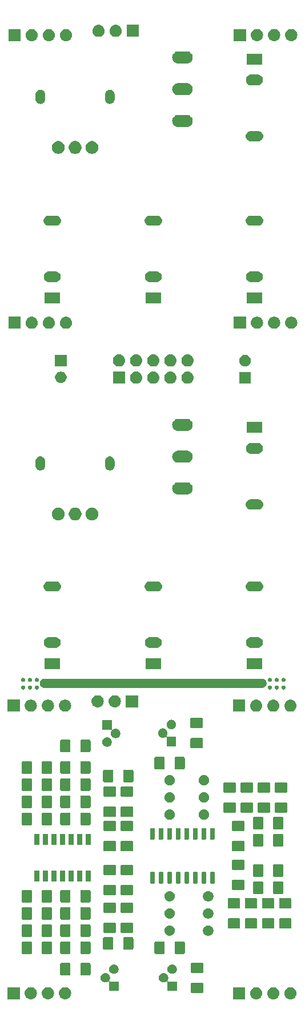
<source format=gbr>
G04 #@! TF.GenerationSoftware,KiCad,Pcbnew,(5.0.1)-4*
G04 #@! TF.CreationDate,2019-03-05T01:37:15-06:00*
G04 #@! TF.ProjectId,vca,7663612E6B696361645F706362000000,rev?*
G04 #@! TF.SameCoordinates,Original*
G04 #@! TF.FileFunction,Soldermask,Top*
G04 #@! TF.FilePolarity,Negative*
%FSLAX46Y46*%
G04 Gerber Fmt 4.6, Leading zero omitted, Abs format (unit mm)*
G04 Created by KiCad (PCBNEW (5.0.1)-4) date 3/5/2019 1:37:15*
%MOMM*%
%LPD*%
G01*
G04 APERTURE LIST*
%ADD10C,0.100000*%
G04 APERTURE END LIST*
D10*
G36*
X117055443Y-162639519D02*
X117121627Y-162646037D01*
X117234853Y-162680384D01*
X117291467Y-162697557D01*
X117430087Y-162771652D01*
X117447991Y-162781222D01*
X117483729Y-162810552D01*
X117585186Y-162893814D01*
X117668448Y-162995271D01*
X117697778Y-163031009D01*
X117697779Y-163031011D01*
X117781443Y-163187533D01*
X117781443Y-163187534D01*
X117832963Y-163357373D01*
X117850359Y-163534000D01*
X117832963Y-163710627D01*
X117798616Y-163823853D01*
X117781443Y-163880467D01*
X117707348Y-164019087D01*
X117697778Y-164036991D01*
X117668448Y-164072729D01*
X117585186Y-164174186D01*
X117483729Y-164257448D01*
X117447991Y-164286778D01*
X117447989Y-164286779D01*
X117291467Y-164370443D01*
X117234853Y-164387616D01*
X117121627Y-164421963D01*
X117055443Y-164428481D01*
X116989260Y-164435000D01*
X116900740Y-164435000D01*
X116834557Y-164428481D01*
X116768373Y-164421963D01*
X116655147Y-164387616D01*
X116598533Y-164370443D01*
X116442011Y-164286779D01*
X116442009Y-164286778D01*
X116406271Y-164257448D01*
X116304814Y-164174186D01*
X116221552Y-164072729D01*
X116192222Y-164036991D01*
X116182652Y-164019087D01*
X116108557Y-163880467D01*
X116091384Y-163823853D01*
X116057037Y-163710627D01*
X116039641Y-163534000D01*
X116057037Y-163357373D01*
X116108557Y-163187534D01*
X116108557Y-163187533D01*
X116192221Y-163031011D01*
X116192222Y-163031009D01*
X116221552Y-162995271D01*
X116304814Y-162893814D01*
X116406271Y-162810552D01*
X116442009Y-162781222D01*
X116459913Y-162771652D01*
X116598533Y-162697557D01*
X116655147Y-162680384D01*
X116768373Y-162646037D01*
X116834557Y-162639519D01*
X116900740Y-162633000D01*
X116989260Y-162633000D01*
X117055443Y-162639519D01*
X117055443Y-162639519D01*
G37*
G36*
X147916443Y-162639519D02*
X147982627Y-162646037D01*
X148095853Y-162680384D01*
X148152467Y-162697557D01*
X148291087Y-162771652D01*
X148308991Y-162781222D01*
X148344729Y-162810552D01*
X148446186Y-162893814D01*
X148529448Y-162995271D01*
X148558778Y-163031009D01*
X148558779Y-163031011D01*
X148642443Y-163187533D01*
X148642443Y-163187534D01*
X148693963Y-163357373D01*
X148711359Y-163534000D01*
X148693963Y-163710627D01*
X148659616Y-163823853D01*
X148642443Y-163880467D01*
X148568348Y-164019087D01*
X148558778Y-164036991D01*
X148529448Y-164072729D01*
X148446186Y-164174186D01*
X148344729Y-164257448D01*
X148308991Y-164286778D01*
X148308989Y-164286779D01*
X148152467Y-164370443D01*
X148095853Y-164387616D01*
X147982627Y-164421963D01*
X147916443Y-164428481D01*
X147850260Y-164435000D01*
X147761740Y-164435000D01*
X147695557Y-164428481D01*
X147629373Y-164421963D01*
X147516147Y-164387616D01*
X147459533Y-164370443D01*
X147303011Y-164286779D01*
X147303009Y-164286778D01*
X147267271Y-164257448D01*
X147165814Y-164174186D01*
X147082552Y-164072729D01*
X147053222Y-164036991D01*
X147043652Y-164019087D01*
X146969557Y-163880467D01*
X146952384Y-163823853D01*
X146918037Y-163710627D01*
X146900641Y-163534000D01*
X146918037Y-163357373D01*
X146969557Y-163187534D01*
X146969557Y-163187533D01*
X147053221Y-163031011D01*
X147053222Y-163031009D01*
X147082552Y-162995271D01*
X147165814Y-162893814D01*
X147267271Y-162810552D01*
X147303009Y-162781222D01*
X147320913Y-162771652D01*
X147459533Y-162697557D01*
X147516147Y-162680384D01*
X147629373Y-162646037D01*
X147695557Y-162639519D01*
X147761740Y-162633000D01*
X147850260Y-162633000D01*
X147916443Y-162639519D01*
X147916443Y-162639519D01*
G37*
G36*
X143627000Y-164435000D02*
X141825000Y-164435000D01*
X141825000Y-162633000D01*
X143627000Y-162633000D01*
X143627000Y-164435000D01*
X143627000Y-164435000D01*
G37*
G36*
X145376443Y-162639519D02*
X145442627Y-162646037D01*
X145555853Y-162680384D01*
X145612467Y-162697557D01*
X145751087Y-162771652D01*
X145768991Y-162781222D01*
X145804729Y-162810552D01*
X145906186Y-162893814D01*
X145989448Y-162995271D01*
X146018778Y-163031009D01*
X146018779Y-163031011D01*
X146102443Y-163187533D01*
X146102443Y-163187534D01*
X146153963Y-163357373D01*
X146171359Y-163534000D01*
X146153963Y-163710627D01*
X146119616Y-163823853D01*
X146102443Y-163880467D01*
X146028348Y-164019087D01*
X146018778Y-164036991D01*
X145989448Y-164072729D01*
X145906186Y-164174186D01*
X145804729Y-164257448D01*
X145768991Y-164286778D01*
X145768989Y-164286779D01*
X145612467Y-164370443D01*
X145555853Y-164387616D01*
X145442627Y-164421963D01*
X145376443Y-164428481D01*
X145310260Y-164435000D01*
X145221740Y-164435000D01*
X145155557Y-164428481D01*
X145089373Y-164421963D01*
X144976147Y-164387616D01*
X144919533Y-164370443D01*
X144763011Y-164286779D01*
X144763009Y-164286778D01*
X144727271Y-164257448D01*
X144625814Y-164174186D01*
X144542552Y-164072729D01*
X144513222Y-164036991D01*
X144503652Y-164019087D01*
X144429557Y-163880467D01*
X144412384Y-163823853D01*
X144378037Y-163710627D01*
X144360641Y-163534000D01*
X144378037Y-163357373D01*
X144429557Y-163187534D01*
X144429557Y-163187533D01*
X144513221Y-163031011D01*
X144513222Y-163031009D01*
X144542552Y-162995271D01*
X144625814Y-162893814D01*
X144727271Y-162810552D01*
X144763009Y-162781222D01*
X144780913Y-162771652D01*
X144919533Y-162697557D01*
X144976147Y-162680384D01*
X145089373Y-162646037D01*
X145155557Y-162639519D01*
X145221740Y-162633000D01*
X145310260Y-162633000D01*
X145376443Y-162639519D01*
X145376443Y-162639519D01*
G37*
G36*
X150456443Y-162639519D02*
X150522627Y-162646037D01*
X150635853Y-162680384D01*
X150692467Y-162697557D01*
X150831087Y-162771652D01*
X150848991Y-162781222D01*
X150884729Y-162810552D01*
X150986186Y-162893814D01*
X151069448Y-162995271D01*
X151098778Y-163031009D01*
X151098779Y-163031011D01*
X151182443Y-163187533D01*
X151182443Y-163187534D01*
X151233963Y-163357373D01*
X151251359Y-163534000D01*
X151233963Y-163710627D01*
X151199616Y-163823853D01*
X151182443Y-163880467D01*
X151108348Y-164019087D01*
X151098778Y-164036991D01*
X151069448Y-164072729D01*
X150986186Y-164174186D01*
X150884729Y-164257448D01*
X150848991Y-164286778D01*
X150848989Y-164286779D01*
X150692467Y-164370443D01*
X150635853Y-164387616D01*
X150522627Y-164421963D01*
X150456443Y-164428481D01*
X150390260Y-164435000D01*
X150301740Y-164435000D01*
X150235557Y-164428481D01*
X150169373Y-164421963D01*
X150056147Y-164387616D01*
X149999533Y-164370443D01*
X149843011Y-164286779D01*
X149843009Y-164286778D01*
X149807271Y-164257448D01*
X149705814Y-164174186D01*
X149622552Y-164072729D01*
X149593222Y-164036991D01*
X149583652Y-164019087D01*
X149509557Y-163880467D01*
X149492384Y-163823853D01*
X149458037Y-163710627D01*
X149440641Y-163534000D01*
X149458037Y-163357373D01*
X149509557Y-163187534D01*
X149509557Y-163187533D01*
X149593221Y-163031011D01*
X149593222Y-163031009D01*
X149622552Y-162995271D01*
X149705814Y-162893814D01*
X149807271Y-162810552D01*
X149843009Y-162781222D01*
X149860913Y-162771652D01*
X149999533Y-162697557D01*
X150056147Y-162680384D01*
X150169373Y-162646037D01*
X150235557Y-162639519D01*
X150301740Y-162633000D01*
X150390260Y-162633000D01*
X150456443Y-162639519D01*
X150456443Y-162639519D01*
G37*
G36*
X111975443Y-162639519D02*
X112041627Y-162646037D01*
X112154853Y-162680384D01*
X112211467Y-162697557D01*
X112350087Y-162771652D01*
X112367991Y-162781222D01*
X112403729Y-162810552D01*
X112505186Y-162893814D01*
X112588448Y-162995271D01*
X112617778Y-163031009D01*
X112617779Y-163031011D01*
X112701443Y-163187533D01*
X112701443Y-163187534D01*
X112752963Y-163357373D01*
X112770359Y-163534000D01*
X112752963Y-163710627D01*
X112718616Y-163823853D01*
X112701443Y-163880467D01*
X112627348Y-164019087D01*
X112617778Y-164036991D01*
X112588448Y-164072729D01*
X112505186Y-164174186D01*
X112403729Y-164257448D01*
X112367991Y-164286778D01*
X112367989Y-164286779D01*
X112211467Y-164370443D01*
X112154853Y-164387616D01*
X112041627Y-164421963D01*
X111975443Y-164428481D01*
X111909260Y-164435000D01*
X111820740Y-164435000D01*
X111754557Y-164428481D01*
X111688373Y-164421963D01*
X111575147Y-164387616D01*
X111518533Y-164370443D01*
X111362011Y-164286779D01*
X111362009Y-164286778D01*
X111326271Y-164257448D01*
X111224814Y-164174186D01*
X111141552Y-164072729D01*
X111112222Y-164036991D01*
X111102652Y-164019087D01*
X111028557Y-163880467D01*
X111011384Y-163823853D01*
X110977037Y-163710627D01*
X110959641Y-163534000D01*
X110977037Y-163357373D01*
X111028557Y-163187534D01*
X111028557Y-163187533D01*
X111112221Y-163031011D01*
X111112222Y-163031009D01*
X111141552Y-162995271D01*
X111224814Y-162893814D01*
X111326271Y-162810552D01*
X111362009Y-162781222D01*
X111379913Y-162771652D01*
X111518533Y-162697557D01*
X111575147Y-162680384D01*
X111688373Y-162646037D01*
X111754557Y-162639519D01*
X111820740Y-162633000D01*
X111909260Y-162633000D01*
X111975443Y-162639519D01*
X111975443Y-162639519D01*
G37*
G36*
X110226000Y-164435000D02*
X108424000Y-164435000D01*
X108424000Y-162633000D01*
X110226000Y-162633000D01*
X110226000Y-164435000D01*
X110226000Y-164435000D01*
G37*
G36*
X114515443Y-162639519D02*
X114581627Y-162646037D01*
X114694853Y-162680384D01*
X114751467Y-162697557D01*
X114890087Y-162771652D01*
X114907991Y-162781222D01*
X114943729Y-162810552D01*
X115045186Y-162893814D01*
X115128448Y-162995271D01*
X115157778Y-163031009D01*
X115157779Y-163031011D01*
X115241443Y-163187533D01*
X115241443Y-163187534D01*
X115292963Y-163357373D01*
X115310359Y-163534000D01*
X115292963Y-163710627D01*
X115258616Y-163823853D01*
X115241443Y-163880467D01*
X115167348Y-164019087D01*
X115157778Y-164036991D01*
X115128448Y-164072729D01*
X115045186Y-164174186D01*
X114943729Y-164257448D01*
X114907991Y-164286778D01*
X114907989Y-164286779D01*
X114751467Y-164370443D01*
X114694853Y-164387616D01*
X114581627Y-164421963D01*
X114515443Y-164428481D01*
X114449260Y-164435000D01*
X114360740Y-164435000D01*
X114294557Y-164428481D01*
X114228373Y-164421963D01*
X114115147Y-164387616D01*
X114058533Y-164370443D01*
X113902011Y-164286779D01*
X113902009Y-164286778D01*
X113866271Y-164257448D01*
X113764814Y-164174186D01*
X113681552Y-164072729D01*
X113652222Y-164036991D01*
X113642652Y-164019087D01*
X113568557Y-163880467D01*
X113551384Y-163823853D01*
X113517037Y-163710627D01*
X113499641Y-163534000D01*
X113517037Y-163357373D01*
X113568557Y-163187534D01*
X113568557Y-163187533D01*
X113652221Y-163031011D01*
X113652222Y-163031009D01*
X113681552Y-162995271D01*
X113764814Y-162893814D01*
X113866271Y-162810552D01*
X113902009Y-162781222D01*
X113919913Y-162771652D01*
X114058533Y-162697557D01*
X114115147Y-162680384D01*
X114228373Y-162646037D01*
X114294557Y-162639519D01*
X114360740Y-162633000D01*
X114449260Y-162633000D01*
X114515443Y-162639519D01*
X114515443Y-162639519D01*
G37*
G36*
X137278562Y-161976181D02*
X137313477Y-161986773D01*
X137345665Y-162003978D01*
X137373873Y-162027127D01*
X137397022Y-162055335D01*
X137414227Y-162087523D01*
X137424819Y-162122438D01*
X137429000Y-162164895D01*
X137429000Y-163306105D01*
X137424819Y-163348562D01*
X137414227Y-163383477D01*
X137397022Y-163415665D01*
X137373873Y-163443873D01*
X137345665Y-163467022D01*
X137313477Y-163484227D01*
X137278562Y-163494819D01*
X137236105Y-163499000D01*
X135769895Y-163499000D01*
X135727438Y-163494819D01*
X135692523Y-163484227D01*
X135660335Y-163467022D01*
X135632127Y-163443873D01*
X135608978Y-163415665D01*
X135591773Y-163383477D01*
X135581181Y-163348562D01*
X135577000Y-163306105D01*
X135577000Y-162164895D01*
X135581181Y-162122438D01*
X135591773Y-162087523D01*
X135608978Y-162055335D01*
X135632127Y-162027127D01*
X135660335Y-162003978D01*
X135692523Y-161986773D01*
X135727438Y-161976181D01*
X135769895Y-161972000D01*
X137236105Y-161972000D01*
X137278562Y-161976181D01*
X137278562Y-161976181D01*
G37*
G36*
X123118472Y-160573938D02*
X123246049Y-160626782D01*
X123360865Y-160703500D01*
X123458500Y-160801135D01*
X123535218Y-160915951D01*
X123588062Y-161043528D01*
X123615000Y-161178956D01*
X123615000Y-161317044D01*
X123588062Y-161452472D01*
X123535218Y-161580049D01*
X123506817Y-161622554D01*
X123495266Y-161644165D01*
X123488153Y-161667614D01*
X123485751Y-161692000D01*
X123488153Y-161716386D01*
X123495266Y-161739836D01*
X123506817Y-161761446D01*
X123522363Y-161780388D01*
X123541305Y-161795934D01*
X123562916Y-161807485D01*
X123586365Y-161814598D01*
X123610751Y-161817000D01*
X124885000Y-161817000D01*
X124885000Y-163219000D01*
X123483000Y-163219000D01*
X123483000Y-161944751D01*
X123480598Y-161920365D01*
X123473485Y-161896916D01*
X123461934Y-161875305D01*
X123446388Y-161856363D01*
X123427446Y-161840817D01*
X123405835Y-161829266D01*
X123382386Y-161822153D01*
X123358000Y-161819751D01*
X123333614Y-161822153D01*
X123310165Y-161829266D01*
X123288554Y-161840817D01*
X123246049Y-161869218D01*
X123118472Y-161922062D01*
X122983044Y-161949000D01*
X122844956Y-161949000D01*
X122709528Y-161922062D01*
X122581951Y-161869218D01*
X122467135Y-161792500D01*
X122369500Y-161694865D01*
X122292782Y-161580049D01*
X122239938Y-161452472D01*
X122213000Y-161317044D01*
X122213000Y-161178956D01*
X122239938Y-161043528D01*
X122292782Y-160915951D01*
X122369500Y-160801135D01*
X122467135Y-160703500D01*
X122581951Y-160626782D01*
X122709528Y-160573938D01*
X122844956Y-160547000D01*
X122983044Y-160547000D01*
X123118472Y-160573938D01*
X123118472Y-160573938D01*
G37*
G36*
X131754472Y-160573938D02*
X131882049Y-160626782D01*
X131996865Y-160703500D01*
X132094500Y-160801135D01*
X132171218Y-160915951D01*
X132224062Y-161043528D01*
X132251000Y-161178956D01*
X132251000Y-161317044D01*
X132224062Y-161452472D01*
X132171218Y-161580049D01*
X132142817Y-161622554D01*
X132131266Y-161644165D01*
X132124153Y-161667614D01*
X132121751Y-161692000D01*
X132124153Y-161716386D01*
X132131266Y-161739836D01*
X132142817Y-161761446D01*
X132158363Y-161780388D01*
X132177305Y-161795934D01*
X132198916Y-161807485D01*
X132222365Y-161814598D01*
X132246751Y-161817000D01*
X133521000Y-161817000D01*
X133521000Y-163219000D01*
X132119000Y-163219000D01*
X132119000Y-161944751D01*
X132116598Y-161920365D01*
X132109485Y-161896916D01*
X132097934Y-161875305D01*
X132082388Y-161856363D01*
X132063446Y-161840817D01*
X132041835Y-161829266D01*
X132018386Y-161822153D01*
X131994000Y-161819751D01*
X131969614Y-161822153D01*
X131946165Y-161829266D01*
X131924554Y-161840817D01*
X131882049Y-161869218D01*
X131754472Y-161922062D01*
X131619044Y-161949000D01*
X131480956Y-161949000D01*
X131345528Y-161922062D01*
X131217951Y-161869218D01*
X131103135Y-161792500D01*
X131005500Y-161694865D01*
X130928782Y-161580049D01*
X130875938Y-161452472D01*
X130849000Y-161317044D01*
X130849000Y-161178956D01*
X130875938Y-161043528D01*
X130928782Y-160915951D01*
X131005500Y-160801135D01*
X131103135Y-160703500D01*
X131217951Y-160626782D01*
X131345528Y-160573938D01*
X131480956Y-160547000D01*
X131619044Y-160547000D01*
X131754472Y-160573938D01*
X131754472Y-160573938D01*
G37*
G36*
X117594562Y-159056181D02*
X117629477Y-159066773D01*
X117661665Y-159083978D01*
X117689873Y-159107127D01*
X117713022Y-159135335D01*
X117730227Y-159167523D01*
X117740819Y-159202438D01*
X117745000Y-159244895D01*
X117745000Y-160711105D01*
X117740819Y-160753562D01*
X117730227Y-160788477D01*
X117713022Y-160820665D01*
X117689873Y-160848873D01*
X117661665Y-160872022D01*
X117629477Y-160889227D01*
X117594562Y-160899819D01*
X117552105Y-160904000D01*
X116410895Y-160904000D01*
X116368438Y-160899819D01*
X116333523Y-160889227D01*
X116301335Y-160872022D01*
X116273127Y-160848873D01*
X116249978Y-160820665D01*
X116232773Y-160788477D01*
X116222181Y-160753562D01*
X116218000Y-160711105D01*
X116218000Y-159244895D01*
X116222181Y-159202438D01*
X116232773Y-159167523D01*
X116249978Y-159135335D01*
X116273127Y-159107127D01*
X116301335Y-159083978D01*
X116333523Y-159066773D01*
X116368438Y-159056181D01*
X116410895Y-159052000D01*
X117552105Y-159052000D01*
X117594562Y-159056181D01*
X117594562Y-159056181D01*
G37*
G36*
X120569562Y-159056181D02*
X120604477Y-159066773D01*
X120636665Y-159083978D01*
X120664873Y-159107127D01*
X120688022Y-159135335D01*
X120705227Y-159167523D01*
X120715819Y-159202438D01*
X120720000Y-159244895D01*
X120720000Y-160711105D01*
X120715819Y-160753562D01*
X120705227Y-160788477D01*
X120688022Y-160820665D01*
X120664873Y-160848873D01*
X120636665Y-160872022D01*
X120604477Y-160889227D01*
X120569562Y-160899819D01*
X120527105Y-160904000D01*
X119385895Y-160904000D01*
X119343438Y-160899819D01*
X119308523Y-160889227D01*
X119276335Y-160872022D01*
X119248127Y-160848873D01*
X119224978Y-160820665D01*
X119207773Y-160788477D01*
X119197181Y-160753562D01*
X119193000Y-160711105D01*
X119193000Y-159244895D01*
X119197181Y-159202438D01*
X119207773Y-159167523D01*
X119224978Y-159135335D01*
X119248127Y-159107127D01*
X119276335Y-159083978D01*
X119308523Y-159066773D01*
X119343438Y-159056181D01*
X119385895Y-159052000D01*
X120527105Y-159052000D01*
X120569562Y-159056181D01*
X120569562Y-159056181D01*
G37*
G36*
X124388472Y-159303938D02*
X124516049Y-159356782D01*
X124630865Y-159433500D01*
X124728500Y-159531135D01*
X124805218Y-159645951D01*
X124858062Y-159773528D01*
X124885000Y-159908956D01*
X124885000Y-160047044D01*
X124858062Y-160182472D01*
X124805218Y-160310049D01*
X124728500Y-160424865D01*
X124630865Y-160522500D01*
X124516049Y-160599218D01*
X124388472Y-160652062D01*
X124253044Y-160679000D01*
X124114956Y-160679000D01*
X123979528Y-160652062D01*
X123851951Y-160599218D01*
X123737135Y-160522500D01*
X123639500Y-160424865D01*
X123562782Y-160310049D01*
X123509938Y-160182472D01*
X123483000Y-160047044D01*
X123483000Y-159908956D01*
X123509938Y-159773528D01*
X123562782Y-159645951D01*
X123639500Y-159531135D01*
X123737135Y-159433500D01*
X123851951Y-159356782D01*
X123979528Y-159303938D01*
X124114956Y-159277000D01*
X124253044Y-159277000D01*
X124388472Y-159303938D01*
X124388472Y-159303938D01*
G37*
G36*
X133024472Y-159303938D02*
X133152049Y-159356782D01*
X133266865Y-159433500D01*
X133364500Y-159531135D01*
X133441218Y-159645951D01*
X133494062Y-159773528D01*
X133521000Y-159908956D01*
X133521000Y-160047044D01*
X133494062Y-160182472D01*
X133441218Y-160310049D01*
X133364500Y-160424865D01*
X133266865Y-160522500D01*
X133152049Y-160599218D01*
X133024472Y-160652062D01*
X132889044Y-160679000D01*
X132750956Y-160679000D01*
X132615528Y-160652062D01*
X132487951Y-160599218D01*
X132373135Y-160522500D01*
X132275500Y-160424865D01*
X132198782Y-160310049D01*
X132145938Y-160182472D01*
X132119000Y-160047044D01*
X132119000Y-159908956D01*
X132145938Y-159773528D01*
X132198782Y-159645951D01*
X132275500Y-159531135D01*
X132373135Y-159433500D01*
X132487951Y-159356782D01*
X132615528Y-159303938D01*
X132750956Y-159277000D01*
X132889044Y-159277000D01*
X133024472Y-159303938D01*
X133024472Y-159303938D01*
G37*
G36*
X137278562Y-159001181D02*
X137313477Y-159011773D01*
X137345665Y-159028978D01*
X137373873Y-159052127D01*
X137397022Y-159080335D01*
X137414227Y-159112523D01*
X137424819Y-159147438D01*
X137429000Y-159189895D01*
X137429000Y-160331105D01*
X137424819Y-160373562D01*
X137414227Y-160408477D01*
X137397022Y-160440665D01*
X137373873Y-160468873D01*
X137345665Y-160492022D01*
X137313477Y-160509227D01*
X137278562Y-160519819D01*
X137236105Y-160524000D01*
X135769895Y-160524000D01*
X135727438Y-160519819D01*
X135692523Y-160509227D01*
X135660335Y-160492022D01*
X135632127Y-160468873D01*
X135608978Y-160440665D01*
X135591773Y-160408477D01*
X135581181Y-160373562D01*
X135577000Y-160331105D01*
X135577000Y-159189895D01*
X135581181Y-159147438D01*
X135591773Y-159112523D01*
X135608978Y-159080335D01*
X135632127Y-159052127D01*
X135660335Y-159028978D01*
X135692523Y-159011773D01*
X135727438Y-159001181D01*
X135769895Y-158997000D01*
X137236105Y-158997000D01*
X137278562Y-159001181D01*
X137278562Y-159001181D01*
G37*
G36*
X117594562Y-155881181D02*
X117629477Y-155891773D01*
X117661665Y-155908978D01*
X117689873Y-155932127D01*
X117713022Y-155960335D01*
X117730227Y-155992523D01*
X117740819Y-156027438D01*
X117745000Y-156069895D01*
X117745000Y-157536105D01*
X117740819Y-157578562D01*
X117730227Y-157613477D01*
X117713022Y-157645665D01*
X117689873Y-157673873D01*
X117661665Y-157697022D01*
X117629477Y-157714227D01*
X117594562Y-157724819D01*
X117552105Y-157729000D01*
X116410895Y-157729000D01*
X116368438Y-157724819D01*
X116333523Y-157714227D01*
X116301335Y-157697022D01*
X116273127Y-157673873D01*
X116249978Y-157645665D01*
X116232773Y-157613477D01*
X116222181Y-157578562D01*
X116218000Y-157536105D01*
X116218000Y-156069895D01*
X116222181Y-156027438D01*
X116232773Y-155992523D01*
X116249978Y-155960335D01*
X116273127Y-155932127D01*
X116301335Y-155908978D01*
X116333523Y-155891773D01*
X116368438Y-155881181D01*
X116410895Y-155877000D01*
X117552105Y-155877000D01*
X117594562Y-155881181D01*
X117594562Y-155881181D01*
G37*
G36*
X114854562Y-155881181D02*
X114889477Y-155891773D01*
X114921665Y-155908978D01*
X114949873Y-155932127D01*
X114973022Y-155960335D01*
X114990227Y-155992523D01*
X115000819Y-156027438D01*
X115005000Y-156069895D01*
X115005000Y-157536105D01*
X115000819Y-157578562D01*
X114990227Y-157613477D01*
X114973022Y-157645665D01*
X114949873Y-157673873D01*
X114921665Y-157697022D01*
X114889477Y-157714227D01*
X114854562Y-157724819D01*
X114812105Y-157729000D01*
X113670895Y-157729000D01*
X113628438Y-157724819D01*
X113593523Y-157714227D01*
X113561335Y-157697022D01*
X113533127Y-157673873D01*
X113509978Y-157645665D01*
X113492773Y-157613477D01*
X113482181Y-157578562D01*
X113478000Y-157536105D01*
X113478000Y-156069895D01*
X113482181Y-156027438D01*
X113492773Y-155992523D01*
X113509978Y-155960335D01*
X113533127Y-155932127D01*
X113561335Y-155908978D01*
X113593523Y-155891773D01*
X113628438Y-155881181D01*
X113670895Y-155877000D01*
X114812105Y-155877000D01*
X114854562Y-155881181D01*
X114854562Y-155881181D01*
G37*
G36*
X120569562Y-155881181D02*
X120604477Y-155891773D01*
X120636665Y-155908978D01*
X120664873Y-155932127D01*
X120688022Y-155960335D01*
X120705227Y-155992523D01*
X120715819Y-156027438D01*
X120720000Y-156069895D01*
X120720000Y-157536105D01*
X120715819Y-157578562D01*
X120705227Y-157613477D01*
X120688022Y-157645665D01*
X120664873Y-157673873D01*
X120636665Y-157697022D01*
X120604477Y-157714227D01*
X120569562Y-157724819D01*
X120527105Y-157729000D01*
X119385895Y-157729000D01*
X119343438Y-157724819D01*
X119308523Y-157714227D01*
X119276335Y-157697022D01*
X119248127Y-157673873D01*
X119224978Y-157645665D01*
X119207773Y-157613477D01*
X119197181Y-157578562D01*
X119193000Y-157536105D01*
X119193000Y-156069895D01*
X119197181Y-156027438D01*
X119207773Y-155992523D01*
X119224978Y-155960335D01*
X119248127Y-155932127D01*
X119276335Y-155908978D01*
X119308523Y-155891773D01*
X119343438Y-155881181D01*
X119385895Y-155877000D01*
X120527105Y-155877000D01*
X120569562Y-155881181D01*
X120569562Y-155881181D01*
G37*
G36*
X131564562Y-155881181D02*
X131599477Y-155891773D01*
X131631665Y-155908978D01*
X131659873Y-155932127D01*
X131683022Y-155960335D01*
X131700227Y-155992523D01*
X131710819Y-156027438D01*
X131715000Y-156069895D01*
X131715000Y-157536105D01*
X131710819Y-157578562D01*
X131700227Y-157613477D01*
X131683022Y-157645665D01*
X131659873Y-157673873D01*
X131631665Y-157697022D01*
X131599477Y-157714227D01*
X131564562Y-157724819D01*
X131522105Y-157729000D01*
X130380895Y-157729000D01*
X130338438Y-157724819D01*
X130303523Y-157714227D01*
X130271335Y-157697022D01*
X130243127Y-157673873D01*
X130219978Y-157645665D01*
X130202773Y-157613477D01*
X130192181Y-157578562D01*
X130188000Y-157536105D01*
X130188000Y-156069895D01*
X130192181Y-156027438D01*
X130202773Y-155992523D01*
X130219978Y-155960335D01*
X130243127Y-155932127D01*
X130271335Y-155908978D01*
X130303523Y-155891773D01*
X130338438Y-155881181D01*
X130380895Y-155877000D01*
X131522105Y-155877000D01*
X131564562Y-155881181D01*
X131564562Y-155881181D01*
G37*
G36*
X134539562Y-155881181D02*
X134574477Y-155891773D01*
X134606665Y-155908978D01*
X134634873Y-155932127D01*
X134658022Y-155960335D01*
X134675227Y-155992523D01*
X134685819Y-156027438D01*
X134690000Y-156069895D01*
X134690000Y-157536105D01*
X134685819Y-157578562D01*
X134675227Y-157613477D01*
X134658022Y-157645665D01*
X134634873Y-157673873D01*
X134606665Y-157697022D01*
X134574477Y-157714227D01*
X134539562Y-157724819D01*
X134497105Y-157729000D01*
X133355895Y-157729000D01*
X133313438Y-157724819D01*
X133278523Y-157714227D01*
X133246335Y-157697022D01*
X133218127Y-157673873D01*
X133194978Y-157645665D01*
X133177773Y-157613477D01*
X133167181Y-157578562D01*
X133163000Y-157536105D01*
X133163000Y-156069895D01*
X133167181Y-156027438D01*
X133177773Y-155992523D01*
X133194978Y-155960335D01*
X133218127Y-155932127D01*
X133246335Y-155908978D01*
X133278523Y-155891773D01*
X133313438Y-155881181D01*
X133355895Y-155877000D01*
X134497105Y-155877000D01*
X134539562Y-155881181D01*
X134539562Y-155881181D01*
G37*
G36*
X111879562Y-155881181D02*
X111914477Y-155891773D01*
X111946665Y-155908978D01*
X111974873Y-155932127D01*
X111998022Y-155960335D01*
X112015227Y-155992523D01*
X112025819Y-156027438D01*
X112030000Y-156069895D01*
X112030000Y-157536105D01*
X112025819Y-157578562D01*
X112015227Y-157613477D01*
X111998022Y-157645665D01*
X111974873Y-157673873D01*
X111946665Y-157697022D01*
X111914477Y-157714227D01*
X111879562Y-157724819D01*
X111837105Y-157729000D01*
X110695895Y-157729000D01*
X110653438Y-157724819D01*
X110618523Y-157714227D01*
X110586335Y-157697022D01*
X110558127Y-157673873D01*
X110534978Y-157645665D01*
X110517773Y-157613477D01*
X110507181Y-157578562D01*
X110503000Y-157536105D01*
X110503000Y-156069895D01*
X110507181Y-156027438D01*
X110517773Y-155992523D01*
X110534978Y-155960335D01*
X110558127Y-155932127D01*
X110586335Y-155908978D01*
X110618523Y-155891773D01*
X110653438Y-155881181D01*
X110695895Y-155877000D01*
X111837105Y-155877000D01*
X111879562Y-155881181D01*
X111879562Y-155881181D01*
G37*
G36*
X126919562Y-155246181D02*
X126954477Y-155256773D01*
X126986665Y-155273978D01*
X127014873Y-155297127D01*
X127038022Y-155325335D01*
X127055227Y-155357523D01*
X127065819Y-155392438D01*
X127070000Y-155434895D01*
X127070000Y-156901105D01*
X127065819Y-156943562D01*
X127055227Y-156978477D01*
X127038022Y-157010665D01*
X127014873Y-157038873D01*
X126986665Y-157062022D01*
X126954477Y-157079227D01*
X126919562Y-157089819D01*
X126877105Y-157094000D01*
X125735895Y-157094000D01*
X125693438Y-157089819D01*
X125658523Y-157079227D01*
X125626335Y-157062022D01*
X125598127Y-157038873D01*
X125574978Y-157010665D01*
X125557773Y-156978477D01*
X125547181Y-156943562D01*
X125543000Y-156901105D01*
X125543000Y-155434895D01*
X125547181Y-155392438D01*
X125557773Y-155357523D01*
X125574978Y-155325335D01*
X125598127Y-155297127D01*
X125626335Y-155273978D01*
X125658523Y-155256773D01*
X125693438Y-155246181D01*
X125735895Y-155242000D01*
X126877105Y-155242000D01*
X126919562Y-155246181D01*
X126919562Y-155246181D01*
G37*
G36*
X123944562Y-155246181D02*
X123979477Y-155256773D01*
X124011665Y-155273978D01*
X124039873Y-155297127D01*
X124063022Y-155325335D01*
X124080227Y-155357523D01*
X124090819Y-155392438D01*
X124095000Y-155434895D01*
X124095000Y-156901105D01*
X124090819Y-156943562D01*
X124080227Y-156978477D01*
X124063022Y-157010665D01*
X124039873Y-157038873D01*
X124011665Y-157062022D01*
X123979477Y-157079227D01*
X123944562Y-157089819D01*
X123902105Y-157094000D01*
X122760895Y-157094000D01*
X122718438Y-157089819D01*
X122683523Y-157079227D01*
X122651335Y-157062022D01*
X122623127Y-157038873D01*
X122599978Y-157010665D01*
X122582773Y-156978477D01*
X122572181Y-156943562D01*
X122568000Y-156901105D01*
X122568000Y-155434895D01*
X122572181Y-155392438D01*
X122582773Y-155357523D01*
X122599978Y-155325335D01*
X122623127Y-155297127D01*
X122651335Y-155273978D01*
X122683523Y-155256773D01*
X122718438Y-155246181D01*
X122760895Y-155242000D01*
X123902105Y-155242000D01*
X123944562Y-155246181D01*
X123944562Y-155246181D01*
G37*
G36*
X120569562Y-153341181D02*
X120604477Y-153351773D01*
X120636665Y-153368978D01*
X120664873Y-153392127D01*
X120688022Y-153420335D01*
X120705227Y-153452523D01*
X120715819Y-153487438D01*
X120720000Y-153529895D01*
X120720000Y-154996105D01*
X120715819Y-155038562D01*
X120705227Y-155073477D01*
X120688022Y-155105665D01*
X120664873Y-155133873D01*
X120636665Y-155157022D01*
X120604477Y-155174227D01*
X120569562Y-155184819D01*
X120527105Y-155189000D01*
X119385895Y-155189000D01*
X119343438Y-155184819D01*
X119308523Y-155174227D01*
X119276335Y-155157022D01*
X119248127Y-155133873D01*
X119224978Y-155105665D01*
X119207773Y-155073477D01*
X119197181Y-155038562D01*
X119193000Y-154996105D01*
X119193000Y-153529895D01*
X119197181Y-153487438D01*
X119207773Y-153452523D01*
X119224978Y-153420335D01*
X119248127Y-153392127D01*
X119276335Y-153368978D01*
X119308523Y-153351773D01*
X119343438Y-153341181D01*
X119385895Y-153337000D01*
X120527105Y-153337000D01*
X120569562Y-153341181D01*
X120569562Y-153341181D01*
G37*
G36*
X117594562Y-153341181D02*
X117629477Y-153351773D01*
X117661665Y-153368978D01*
X117689873Y-153392127D01*
X117713022Y-153420335D01*
X117730227Y-153452523D01*
X117740819Y-153487438D01*
X117745000Y-153529895D01*
X117745000Y-154996105D01*
X117740819Y-155038562D01*
X117730227Y-155073477D01*
X117713022Y-155105665D01*
X117689873Y-155133873D01*
X117661665Y-155157022D01*
X117629477Y-155174227D01*
X117594562Y-155184819D01*
X117552105Y-155189000D01*
X116410895Y-155189000D01*
X116368438Y-155184819D01*
X116333523Y-155174227D01*
X116301335Y-155157022D01*
X116273127Y-155133873D01*
X116249978Y-155105665D01*
X116232773Y-155073477D01*
X116222181Y-155038562D01*
X116218000Y-154996105D01*
X116218000Y-153529895D01*
X116222181Y-153487438D01*
X116232773Y-153452523D01*
X116249978Y-153420335D01*
X116273127Y-153392127D01*
X116301335Y-153368978D01*
X116333523Y-153351773D01*
X116368438Y-153341181D01*
X116410895Y-153337000D01*
X117552105Y-153337000D01*
X117594562Y-153341181D01*
X117594562Y-153341181D01*
G37*
G36*
X111879562Y-153341181D02*
X111914477Y-153351773D01*
X111946665Y-153368978D01*
X111974873Y-153392127D01*
X111998022Y-153420335D01*
X112015227Y-153452523D01*
X112025819Y-153487438D01*
X112030000Y-153529895D01*
X112030000Y-154996105D01*
X112025819Y-155038562D01*
X112015227Y-155073477D01*
X111998022Y-155105665D01*
X111974873Y-155133873D01*
X111946665Y-155157022D01*
X111914477Y-155174227D01*
X111879562Y-155184819D01*
X111837105Y-155189000D01*
X110695895Y-155189000D01*
X110653438Y-155184819D01*
X110618523Y-155174227D01*
X110586335Y-155157022D01*
X110558127Y-155133873D01*
X110534978Y-155105665D01*
X110517773Y-155073477D01*
X110507181Y-155038562D01*
X110503000Y-154996105D01*
X110503000Y-153529895D01*
X110507181Y-153487438D01*
X110517773Y-153452523D01*
X110534978Y-153420335D01*
X110558127Y-153392127D01*
X110586335Y-153368978D01*
X110618523Y-153351773D01*
X110653438Y-153341181D01*
X110695895Y-153337000D01*
X111837105Y-153337000D01*
X111879562Y-153341181D01*
X111879562Y-153341181D01*
G37*
G36*
X114854562Y-153341181D02*
X114889477Y-153351773D01*
X114921665Y-153368978D01*
X114949873Y-153392127D01*
X114973022Y-153420335D01*
X114990227Y-153452523D01*
X115000819Y-153487438D01*
X115005000Y-153529895D01*
X115005000Y-154996105D01*
X115000819Y-155038562D01*
X114990227Y-155073477D01*
X114973022Y-155105665D01*
X114949873Y-155133873D01*
X114921665Y-155157022D01*
X114889477Y-155174227D01*
X114854562Y-155184819D01*
X114812105Y-155189000D01*
X113670895Y-155189000D01*
X113628438Y-155184819D01*
X113593523Y-155174227D01*
X113561335Y-155157022D01*
X113533127Y-155133873D01*
X113509978Y-155105665D01*
X113492773Y-155073477D01*
X113482181Y-155038562D01*
X113478000Y-154996105D01*
X113478000Y-153529895D01*
X113482181Y-153487438D01*
X113492773Y-153452523D01*
X113509978Y-153420335D01*
X113533127Y-153392127D01*
X113561335Y-153368978D01*
X113593523Y-153351773D01*
X113628438Y-153341181D01*
X113670895Y-153337000D01*
X114812105Y-153337000D01*
X114854562Y-153341181D01*
X114854562Y-153341181D01*
G37*
G36*
X138279589Y-153501876D02*
X138378893Y-153521629D01*
X138519206Y-153579748D01*
X138645484Y-153664125D01*
X138752875Y-153771516D01*
X138837252Y-153897794D01*
X138895371Y-154038107D01*
X138925000Y-154187063D01*
X138925000Y-154338937D01*
X138895371Y-154487893D01*
X138837252Y-154628206D01*
X138752875Y-154754484D01*
X138645484Y-154861875D01*
X138519206Y-154946252D01*
X138378893Y-155004371D01*
X138282101Y-155023624D01*
X138229938Y-155034000D01*
X138078062Y-155034000D01*
X138025899Y-155023624D01*
X137929107Y-155004371D01*
X137788794Y-154946252D01*
X137662516Y-154861875D01*
X137555125Y-154754484D01*
X137470748Y-154628206D01*
X137412629Y-154487893D01*
X137383000Y-154338937D01*
X137383000Y-154187063D01*
X137412629Y-154038107D01*
X137470748Y-153897794D01*
X137555125Y-153771516D01*
X137662516Y-153664125D01*
X137788794Y-153579748D01*
X137929107Y-153521629D01*
X138028411Y-153501876D01*
X138078062Y-153492000D01*
X138229938Y-153492000D01*
X138279589Y-153501876D01*
X138279589Y-153501876D01*
G37*
G36*
X132564589Y-153501876D02*
X132663893Y-153521629D01*
X132804206Y-153579748D01*
X132930484Y-153664125D01*
X133037875Y-153771516D01*
X133122252Y-153897794D01*
X133180371Y-154038107D01*
X133210000Y-154187063D01*
X133210000Y-154338937D01*
X133180371Y-154487893D01*
X133122252Y-154628206D01*
X133037875Y-154754484D01*
X132930484Y-154861875D01*
X132804206Y-154946252D01*
X132663893Y-155004371D01*
X132567101Y-155023624D01*
X132514938Y-155034000D01*
X132363062Y-155034000D01*
X132310899Y-155023624D01*
X132214107Y-155004371D01*
X132073794Y-154946252D01*
X131947516Y-154861875D01*
X131840125Y-154754484D01*
X131755748Y-154628206D01*
X131697629Y-154487893D01*
X131668000Y-154338937D01*
X131668000Y-154187063D01*
X131697629Y-154038107D01*
X131755748Y-153897794D01*
X131840125Y-153771516D01*
X131947516Y-153664125D01*
X132073794Y-153579748D01*
X132214107Y-153521629D01*
X132313411Y-153501876D01*
X132363062Y-153492000D01*
X132514938Y-153492000D01*
X132564589Y-153501876D01*
X132564589Y-153501876D01*
G37*
G36*
X126864562Y-153086181D02*
X126899477Y-153096773D01*
X126931665Y-153113978D01*
X126959873Y-153137127D01*
X126983022Y-153165335D01*
X127000227Y-153197523D01*
X127010819Y-153232438D01*
X127015000Y-153274895D01*
X127015000Y-154416105D01*
X127010819Y-154458562D01*
X127000227Y-154493477D01*
X126983022Y-154525665D01*
X126959873Y-154553873D01*
X126931665Y-154577022D01*
X126899477Y-154594227D01*
X126864562Y-154604819D01*
X126822105Y-154609000D01*
X125355895Y-154609000D01*
X125313438Y-154604819D01*
X125278523Y-154594227D01*
X125246335Y-154577022D01*
X125218127Y-154553873D01*
X125194978Y-154525665D01*
X125177773Y-154493477D01*
X125167181Y-154458562D01*
X125163000Y-154416105D01*
X125163000Y-153274895D01*
X125167181Y-153232438D01*
X125177773Y-153197523D01*
X125194978Y-153165335D01*
X125218127Y-153137127D01*
X125246335Y-153113978D01*
X125278523Y-153096773D01*
X125313438Y-153086181D01*
X125355895Y-153082000D01*
X126822105Y-153082000D01*
X126864562Y-153086181D01*
X126864562Y-153086181D01*
G37*
G36*
X124324562Y-153086181D02*
X124359477Y-153096773D01*
X124391665Y-153113978D01*
X124419873Y-153137127D01*
X124443022Y-153165335D01*
X124460227Y-153197523D01*
X124470819Y-153232438D01*
X124475000Y-153274895D01*
X124475000Y-154416105D01*
X124470819Y-154458562D01*
X124460227Y-154493477D01*
X124443022Y-154525665D01*
X124419873Y-154553873D01*
X124391665Y-154577022D01*
X124359477Y-154594227D01*
X124324562Y-154604819D01*
X124282105Y-154609000D01*
X122815895Y-154609000D01*
X122773438Y-154604819D01*
X122738523Y-154594227D01*
X122706335Y-154577022D01*
X122678127Y-154553873D01*
X122654978Y-154525665D01*
X122637773Y-154493477D01*
X122627181Y-154458562D01*
X122623000Y-154416105D01*
X122623000Y-153274895D01*
X122627181Y-153232438D01*
X122637773Y-153197523D01*
X122654978Y-153165335D01*
X122678127Y-153137127D01*
X122706335Y-153113978D01*
X122738523Y-153096773D01*
X122773438Y-153086181D01*
X122815895Y-153082000D01*
X124282105Y-153082000D01*
X124324562Y-153086181D01*
X124324562Y-153086181D01*
G37*
G36*
X142739562Y-152451181D02*
X142774477Y-152461773D01*
X142806665Y-152478978D01*
X142834873Y-152502127D01*
X142858022Y-152530335D01*
X142875227Y-152562523D01*
X142885819Y-152597438D01*
X142890000Y-152639895D01*
X142890000Y-153781105D01*
X142885819Y-153823562D01*
X142875227Y-153858477D01*
X142858022Y-153890665D01*
X142834873Y-153918873D01*
X142806665Y-153942022D01*
X142774477Y-153959227D01*
X142739562Y-153969819D01*
X142697105Y-153974000D01*
X141230895Y-153974000D01*
X141188438Y-153969819D01*
X141153523Y-153959227D01*
X141121335Y-153942022D01*
X141093127Y-153918873D01*
X141069978Y-153890665D01*
X141052773Y-153858477D01*
X141042181Y-153823562D01*
X141038000Y-153781105D01*
X141038000Y-152639895D01*
X141042181Y-152597438D01*
X141052773Y-152562523D01*
X141069978Y-152530335D01*
X141093127Y-152502127D01*
X141121335Y-152478978D01*
X141153523Y-152461773D01*
X141188438Y-152451181D01*
X141230895Y-152447000D01*
X142697105Y-152447000D01*
X142739562Y-152451181D01*
X142739562Y-152451181D01*
G37*
G36*
X150359562Y-152451181D02*
X150394477Y-152461773D01*
X150426665Y-152478978D01*
X150454873Y-152502127D01*
X150478022Y-152530335D01*
X150495227Y-152562523D01*
X150505819Y-152597438D01*
X150510000Y-152639895D01*
X150510000Y-153781105D01*
X150505819Y-153823562D01*
X150495227Y-153858477D01*
X150478022Y-153890665D01*
X150454873Y-153918873D01*
X150426665Y-153942022D01*
X150394477Y-153959227D01*
X150359562Y-153969819D01*
X150317105Y-153974000D01*
X148850895Y-153974000D01*
X148808438Y-153969819D01*
X148773523Y-153959227D01*
X148741335Y-153942022D01*
X148713127Y-153918873D01*
X148689978Y-153890665D01*
X148672773Y-153858477D01*
X148662181Y-153823562D01*
X148658000Y-153781105D01*
X148658000Y-152639895D01*
X148662181Y-152597438D01*
X148672773Y-152562523D01*
X148689978Y-152530335D01*
X148713127Y-152502127D01*
X148741335Y-152478978D01*
X148773523Y-152461773D01*
X148808438Y-152451181D01*
X148850895Y-152447000D01*
X150317105Y-152447000D01*
X150359562Y-152451181D01*
X150359562Y-152451181D01*
G37*
G36*
X145279562Y-152451181D02*
X145314477Y-152461773D01*
X145346665Y-152478978D01*
X145374873Y-152502127D01*
X145398022Y-152530335D01*
X145415227Y-152562523D01*
X145425819Y-152597438D01*
X145430000Y-152639895D01*
X145430000Y-153781105D01*
X145425819Y-153823562D01*
X145415227Y-153858477D01*
X145398022Y-153890665D01*
X145374873Y-153918873D01*
X145346665Y-153942022D01*
X145314477Y-153959227D01*
X145279562Y-153969819D01*
X145237105Y-153974000D01*
X143770895Y-153974000D01*
X143728438Y-153969819D01*
X143693523Y-153959227D01*
X143661335Y-153942022D01*
X143633127Y-153918873D01*
X143609978Y-153890665D01*
X143592773Y-153858477D01*
X143582181Y-153823562D01*
X143578000Y-153781105D01*
X143578000Y-152639895D01*
X143582181Y-152597438D01*
X143592773Y-152562523D01*
X143609978Y-152530335D01*
X143633127Y-152502127D01*
X143661335Y-152478978D01*
X143693523Y-152461773D01*
X143728438Y-152451181D01*
X143770895Y-152447000D01*
X145237105Y-152447000D01*
X145279562Y-152451181D01*
X145279562Y-152451181D01*
G37*
G36*
X147819562Y-152451181D02*
X147854477Y-152461773D01*
X147886665Y-152478978D01*
X147914873Y-152502127D01*
X147938022Y-152530335D01*
X147955227Y-152562523D01*
X147965819Y-152597438D01*
X147970000Y-152639895D01*
X147970000Y-153781105D01*
X147965819Y-153823562D01*
X147955227Y-153858477D01*
X147938022Y-153890665D01*
X147914873Y-153918873D01*
X147886665Y-153942022D01*
X147854477Y-153959227D01*
X147819562Y-153969819D01*
X147777105Y-153974000D01*
X146310895Y-153974000D01*
X146268438Y-153969819D01*
X146233523Y-153959227D01*
X146201335Y-153942022D01*
X146173127Y-153918873D01*
X146149978Y-153890665D01*
X146132773Y-153858477D01*
X146122181Y-153823562D01*
X146118000Y-153781105D01*
X146118000Y-152639895D01*
X146122181Y-152597438D01*
X146132773Y-152562523D01*
X146149978Y-152530335D01*
X146173127Y-152502127D01*
X146201335Y-152478978D01*
X146233523Y-152461773D01*
X146268438Y-152451181D01*
X146310895Y-152447000D01*
X147777105Y-152447000D01*
X147819562Y-152451181D01*
X147819562Y-152451181D01*
G37*
G36*
X117594562Y-150801181D02*
X117629477Y-150811773D01*
X117661665Y-150828978D01*
X117689873Y-150852127D01*
X117713022Y-150880335D01*
X117730227Y-150912523D01*
X117740819Y-150947438D01*
X117745000Y-150989895D01*
X117745000Y-152456105D01*
X117740819Y-152498562D01*
X117730227Y-152533477D01*
X117713022Y-152565665D01*
X117689873Y-152593873D01*
X117661665Y-152617022D01*
X117629477Y-152634227D01*
X117594562Y-152644819D01*
X117552105Y-152649000D01*
X116410895Y-152649000D01*
X116368438Y-152644819D01*
X116333523Y-152634227D01*
X116301335Y-152617022D01*
X116273127Y-152593873D01*
X116249978Y-152565665D01*
X116232773Y-152533477D01*
X116222181Y-152498562D01*
X116218000Y-152456105D01*
X116218000Y-150989895D01*
X116222181Y-150947438D01*
X116232773Y-150912523D01*
X116249978Y-150880335D01*
X116273127Y-150852127D01*
X116301335Y-150828978D01*
X116333523Y-150811773D01*
X116368438Y-150801181D01*
X116410895Y-150797000D01*
X117552105Y-150797000D01*
X117594562Y-150801181D01*
X117594562Y-150801181D01*
G37*
G36*
X111879562Y-150801181D02*
X111914477Y-150811773D01*
X111946665Y-150828978D01*
X111974873Y-150852127D01*
X111998022Y-150880335D01*
X112015227Y-150912523D01*
X112025819Y-150947438D01*
X112030000Y-150989895D01*
X112030000Y-152456105D01*
X112025819Y-152498562D01*
X112015227Y-152533477D01*
X111998022Y-152565665D01*
X111974873Y-152593873D01*
X111946665Y-152617022D01*
X111914477Y-152634227D01*
X111879562Y-152644819D01*
X111837105Y-152649000D01*
X110695895Y-152649000D01*
X110653438Y-152644819D01*
X110618523Y-152634227D01*
X110586335Y-152617022D01*
X110558127Y-152593873D01*
X110534978Y-152565665D01*
X110517773Y-152533477D01*
X110507181Y-152498562D01*
X110503000Y-152456105D01*
X110503000Y-150989895D01*
X110507181Y-150947438D01*
X110517773Y-150912523D01*
X110534978Y-150880335D01*
X110558127Y-150852127D01*
X110586335Y-150828978D01*
X110618523Y-150811773D01*
X110653438Y-150801181D01*
X110695895Y-150797000D01*
X111837105Y-150797000D01*
X111879562Y-150801181D01*
X111879562Y-150801181D01*
G37*
G36*
X120569562Y-150801181D02*
X120604477Y-150811773D01*
X120636665Y-150828978D01*
X120664873Y-150852127D01*
X120688022Y-150880335D01*
X120705227Y-150912523D01*
X120715819Y-150947438D01*
X120720000Y-150989895D01*
X120720000Y-152456105D01*
X120715819Y-152498562D01*
X120705227Y-152533477D01*
X120688022Y-152565665D01*
X120664873Y-152593873D01*
X120636665Y-152617022D01*
X120604477Y-152634227D01*
X120569562Y-152644819D01*
X120527105Y-152649000D01*
X119385895Y-152649000D01*
X119343438Y-152644819D01*
X119308523Y-152634227D01*
X119276335Y-152617022D01*
X119248127Y-152593873D01*
X119224978Y-152565665D01*
X119207773Y-152533477D01*
X119197181Y-152498562D01*
X119193000Y-152456105D01*
X119193000Y-150989895D01*
X119197181Y-150947438D01*
X119207773Y-150912523D01*
X119224978Y-150880335D01*
X119248127Y-150852127D01*
X119276335Y-150828978D01*
X119308523Y-150811773D01*
X119343438Y-150801181D01*
X119385895Y-150797000D01*
X120527105Y-150797000D01*
X120569562Y-150801181D01*
X120569562Y-150801181D01*
G37*
G36*
X114854562Y-150801181D02*
X114889477Y-150811773D01*
X114921665Y-150828978D01*
X114949873Y-150852127D01*
X114973022Y-150880335D01*
X114990227Y-150912523D01*
X115000819Y-150947438D01*
X115005000Y-150989895D01*
X115005000Y-152456105D01*
X115000819Y-152498562D01*
X114990227Y-152533477D01*
X114973022Y-152565665D01*
X114949873Y-152593873D01*
X114921665Y-152617022D01*
X114889477Y-152634227D01*
X114854562Y-152644819D01*
X114812105Y-152649000D01*
X113670895Y-152649000D01*
X113628438Y-152644819D01*
X113593523Y-152634227D01*
X113561335Y-152617022D01*
X113533127Y-152593873D01*
X113509978Y-152565665D01*
X113492773Y-152533477D01*
X113482181Y-152498562D01*
X113478000Y-152456105D01*
X113478000Y-150989895D01*
X113482181Y-150947438D01*
X113492773Y-150912523D01*
X113509978Y-150880335D01*
X113533127Y-150852127D01*
X113561335Y-150828978D01*
X113593523Y-150811773D01*
X113628438Y-150801181D01*
X113670895Y-150797000D01*
X114812105Y-150797000D01*
X114854562Y-150801181D01*
X114854562Y-150801181D01*
G37*
G36*
X138279589Y-150961876D02*
X138378893Y-150981629D01*
X138519206Y-151039748D01*
X138645484Y-151124125D01*
X138752875Y-151231516D01*
X138837252Y-151357794D01*
X138895371Y-151498107D01*
X138925000Y-151647063D01*
X138925000Y-151798937D01*
X138895371Y-151947893D01*
X138837252Y-152088206D01*
X138752875Y-152214484D01*
X138645484Y-152321875D01*
X138519206Y-152406252D01*
X138378893Y-152464371D01*
X138305458Y-152478978D01*
X138229938Y-152494000D01*
X138078062Y-152494000D01*
X138002542Y-152478978D01*
X137929107Y-152464371D01*
X137788794Y-152406252D01*
X137662516Y-152321875D01*
X137555125Y-152214484D01*
X137470748Y-152088206D01*
X137412629Y-151947893D01*
X137383000Y-151798937D01*
X137383000Y-151647063D01*
X137412629Y-151498107D01*
X137470748Y-151357794D01*
X137555125Y-151231516D01*
X137662516Y-151124125D01*
X137788794Y-151039748D01*
X137929107Y-150981629D01*
X138028411Y-150961876D01*
X138078062Y-150952000D01*
X138229938Y-150952000D01*
X138279589Y-150961876D01*
X138279589Y-150961876D01*
G37*
G36*
X132564589Y-150961876D02*
X132663893Y-150981629D01*
X132804206Y-151039748D01*
X132930484Y-151124125D01*
X133037875Y-151231516D01*
X133122252Y-151357794D01*
X133180371Y-151498107D01*
X133210000Y-151647063D01*
X133210000Y-151798937D01*
X133180371Y-151947893D01*
X133122252Y-152088206D01*
X133037875Y-152214484D01*
X132930484Y-152321875D01*
X132804206Y-152406252D01*
X132663893Y-152464371D01*
X132590458Y-152478978D01*
X132514938Y-152494000D01*
X132363062Y-152494000D01*
X132287542Y-152478978D01*
X132214107Y-152464371D01*
X132073794Y-152406252D01*
X131947516Y-152321875D01*
X131840125Y-152214484D01*
X131755748Y-152088206D01*
X131697629Y-151947893D01*
X131668000Y-151798937D01*
X131668000Y-151647063D01*
X131697629Y-151498107D01*
X131755748Y-151357794D01*
X131840125Y-151231516D01*
X131947516Y-151124125D01*
X132073794Y-151039748D01*
X132214107Y-150981629D01*
X132313411Y-150961876D01*
X132363062Y-150952000D01*
X132514938Y-150952000D01*
X132564589Y-150961876D01*
X132564589Y-150961876D01*
G37*
G36*
X124324562Y-150111181D02*
X124359477Y-150121773D01*
X124391665Y-150138978D01*
X124419873Y-150162127D01*
X124443022Y-150190335D01*
X124460227Y-150222523D01*
X124470819Y-150257438D01*
X124475000Y-150299895D01*
X124475000Y-151441105D01*
X124470819Y-151483562D01*
X124460227Y-151518477D01*
X124443022Y-151550665D01*
X124419873Y-151578873D01*
X124391665Y-151602022D01*
X124359477Y-151619227D01*
X124324562Y-151629819D01*
X124282105Y-151634000D01*
X122815895Y-151634000D01*
X122773438Y-151629819D01*
X122738523Y-151619227D01*
X122706335Y-151602022D01*
X122678127Y-151578873D01*
X122654978Y-151550665D01*
X122637773Y-151518477D01*
X122627181Y-151483562D01*
X122623000Y-151441105D01*
X122623000Y-150299895D01*
X122627181Y-150257438D01*
X122637773Y-150222523D01*
X122654978Y-150190335D01*
X122678127Y-150162127D01*
X122706335Y-150138978D01*
X122738523Y-150121773D01*
X122773438Y-150111181D01*
X122815895Y-150107000D01*
X124282105Y-150107000D01*
X124324562Y-150111181D01*
X124324562Y-150111181D01*
G37*
G36*
X126864562Y-150111181D02*
X126899477Y-150121773D01*
X126931665Y-150138978D01*
X126959873Y-150162127D01*
X126983022Y-150190335D01*
X127000227Y-150222523D01*
X127010819Y-150257438D01*
X127015000Y-150299895D01*
X127015000Y-151441105D01*
X127010819Y-151483562D01*
X127000227Y-151518477D01*
X126983022Y-151550665D01*
X126959873Y-151578873D01*
X126931665Y-151602022D01*
X126899477Y-151619227D01*
X126864562Y-151629819D01*
X126822105Y-151634000D01*
X125355895Y-151634000D01*
X125313438Y-151629819D01*
X125278523Y-151619227D01*
X125246335Y-151602022D01*
X125218127Y-151578873D01*
X125194978Y-151550665D01*
X125177773Y-151518477D01*
X125167181Y-151483562D01*
X125163000Y-151441105D01*
X125163000Y-150299895D01*
X125167181Y-150257438D01*
X125177773Y-150222523D01*
X125194978Y-150190335D01*
X125218127Y-150162127D01*
X125246335Y-150138978D01*
X125278523Y-150121773D01*
X125313438Y-150111181D01*
X125355895Y-150107000D01*
X126822105Y-150107000D01*
X126864562Y-150111181D01*
X126864562Y-150111181D01*
G37*
G36*
X142739562Y-149476181D02*
X142774477Y-149486773D01*
X142806665Y-149503978D01*
X142834873Y-149527127D01*
X142858022Y-149555335D01*
X142875227Y-149587523D01*
X142885819Y-149622438D01*
X142890000Y-149664895D01*
X142890000Y-150806105D01*
X142885819Y-150848562D01*
X142875227Y-150883477D01*
X142858022Y-150915665D01*
X142834873Y-150943873D01*
X142806665Y-150967022D01*
X142774477Y-150984227D01*
X142739562Y-150994819D01*
X142697105Y-150999000D01*
X141230895Y-150999000D01*
X141188438Y-150994819D01*
X141153523Y-150984227D01*
X141121335Y-150967022D01*
X141093127Y-150943873D01*
X141069978Y-150915665D01*
X141052773Y-150883477D01*
X141042181Y-150848562D01*
X141038000Y-150806105D01*
X141038000Y-149664895D01*
X141042181Y-149622438D01*
X141052773Y-149587523D01*
X141069978Y-149555335D01*
X141093127Y-149527127D01*
X141121335Y-149503978D01*
X141153523Y-149486773D01*
X141188438Y-149476181D01*
X141230895Y-149472000D01*
X142697105Y-149472000D01*
X142739562Y-149476181D01*
X142739562Y-149476181D01*
G37*
G36*
X145279562Y-149476181D02*
X145314477Y-149486773D01*
X145346665Y-149503978D01*
X145374873Y-149527127D01*
X145398022Y-149555335D01*
X145415227Y-149587523D01*
X145425819Y-149622438D01*
X145430000Y-149664895D01*
X145430000Y-150806105D01*
X145425819Y-150848562D01*
X145415227Y-150883477D01*
X145398022Y-150915665D01*
X145374873Y-150943873D01*
X145346665Y-150967022D01*
X145314477Y-150984227D01*
X145279562Y-150994819D01*
X145237105Y-150999000D01*
X143770895Y-150999000D01*
X143728438Y-150994819D01*
X143693523Y-150984227D01*
X143661335Y-150967022D01*
X143633127Y-150943873D01*
X143609978Y-150915665D01*
X143592773Y-150883477D01*
X143582181Y-150848562D01*
X143578000Y-150806105D01*
X143578000Y-149664895D01*
X143582181Y-149622438D01*
X143592773Y-149587523D01*
X143609978Y-149555335D01*
X143633127Y-149527127D01*
X143661335Y-149503978D01*
X143693523Y-149486773D01*
X143728438Y-149476181D01*
X143770895Y-149472000D01*
X145237105Y-149472000D01*
X145279562Y-149476181D01*
X145279562Y-149476181D01*
G37*
G36*
X147819562Y-149476181D02*
X147854477Y-149486773D01*
X147886665Y-149503978D01*
X147914873Y-149527127D01*
X147938022Y-149555335D01*
X147955227Y-149587523D01*
X147965819Y-149622438D01*
X147970000Y-149664895D01*
X147970000Y-150806105D01*
X147965819Y-150848562D01*
X147955227Y-150883477D01*
X147938022Y-150915665D01*
X147914873Y-150943873D01*
X147886665Y-150967022D01*
X147854477Y-150984227D01*
X147819562Y-150994819D01*
X147777105Y-150999000D01*
X146310895Y-150999000D01*
X146268438Y-150994819D01*
X146233523Y-150984227D01*
X146201335Y-150967022D01*
X146173127Y-150943873D01*
X146149978Y-150915665D01*
X146132773Y-150883477D01*
X146122181Y-150848562D01*
X146118000Y-150806105D01*
X146118000Y-149664895D01*
X146122181Y-149622438D01*
X146132773Y-149587523D01*
X146149978Y-149555335D01*
X146173127Y-149527127D01*
X146201335Y-149503978D01*
X146233523Y-149486773D01*
X146268438Y-149476181D01*
X146310895Y-149472000D01*
X147777105Y-149472000D01*
X147819562Y-149476181D01*
X147819562Y-149476181D01*
G37*
G36*
X150359562Y-149476181D02*
X150394477Y-149486773D01*
X150426665Y-149503978D01*
X150454873Y-149527127D01*
X150478022Y-149555335D01*
X150495227Y-149587523D01*
X150505819Y-149622438D01*
X150510000Y-149664895D01*
X150510000Y-150806105D01*
X150505819Y-150848562D01*
X150495227Y-150883477D01*
X150478022Y-150915665D01*
X150454873Y-150943873D01*
X150426665Y-150967022D01*
X150394477Y-150984227D01*
X150359562Y-150994819D01*
X150317105Y-150999000D01*
X148850895Y-150999000D01*
X148808438Y-150994819D01*
X148773523Y-150984227D01*
X148741335Y-150967022D01*
X148713127Y-150943873D01*
X148689978Y-150915665D01*
X148672773Y-150883477D01*
X148662181Y-150848562D01*
X148658000Y-150806105D01*
X148658000Y-149664895D01*
X148662181Y-149622438D01*
X148672773Y-149587523D01*
X148689978Y-149555335D01*
X148713127Y-149527127D01*
X148741335Y-149503978D01*
X148773523Y-149486773D01*
X148808438Y-149476181D01*
X148850895Y-149472000D01*
X150317105Y-149472000D01*
X150359562Y-149476181D01*
X150359562Y-149476181D01*
G37*
G36*
X120569562Y-148261181D02*
X120604477Y-148271773D01*
X120636665Y-148288978D01*
X120664873Y-148312127D01*
X120688022Y-148340335D01*
X120705227Y-148372523D01*
X120715819Y-148407438D01*
X120720000Y-148449895D01*
X120720000Y-149916105D01*
X120715819Y-149958562D01*
X120705227Y-149993477D01*
X120688022Y-150025665D01*
X120664873Y-150053873D01*
X120636665Y-150077022D01*
X120604477Y-150094227D01*
X120569562Y-150104819D01*
X120527105Y-150109000D01*
X119385895Y-150109000D01*
X119343438Y-150104819D01*
X119308523Y-150094227D01*
X119276335Y-150077022D01*
X119248127Y-150053873D01*
X119224978Y-150025665D01*
X119207773Y-149993477D01*
X119197181Y-149958562D01*
X119193000Y-149916105D01*
X119193000Y-148449895D01*
X119197181Y-148407438D01*
X119207773Y-148372523D01*
X119224978Y-148340335D01*
X119248127Y-148312127D01*
X119276335Y-148288978D01*
X119308523Y-148271773D01*
X119343438Y-148261181D01*
X119385895Y-148257000D01*
X120527105Y-148257000D01*
X120569562Y-148261181D01*
X120569562Y-148261181D01*
G37*
G36*
X111879562Y-148261181D02*
X111914477Y-148271773D01*
X111946665Y-148288978D01*
X111974873Y-148312127D01*
X111998022Y-148340335D01*
X112015227Y-148372523D01*
X112025819Y-148407438D01*
X112030000Y-148449895D01*
X112030000Y-149916105D01*
X112025819Y-149958562D01*
X112015227Y-149993477D01*
X111998022Y-150025665D01*
X111974873Y-150053873D01*
X111946665Y-150077022D01*
X111914477Y-150094227D01*
X111879562Y-150104819D01*
X111837105Y-150109000D01*
X110695895Y-150109000D01*
X110653438Y-150104819D01*
X110618523Y-150094227D01*
X110586335Y-150077022D01*
X110558127Y-150053873D01*
X110534978Y-150025665D01*
X110517773Y-149993477D01*
X110507181Y-149958562D01*
X110503000Y-149916105D01*
X110503000Y-148449895D01*
X110507181Y-148407438D01*
X110517773Y-148372523D01*
X110534978Y-148340335D01*
X110558127Y-148312127D01*
X110586335Y-148288978D01*
X110618523Y-148271773D01*
X110653438Y-148261181D01*
X110695895Y-148257000D01*
X111837105Y-148257000D01*
X111879562Y-148261181D01*
X111879562Y-148261181D01*
G37*
G36*
X114854562Y-148261181D02*
X114889477Y-148271773D01*
X114921665Y-148288978D01*
X114949873Y-148312127D01*
X114973022Y-148340335D01*
X114990227Y-148372523D01*
X115000819Y-148407438D01*
X115005000Y-148449895D01*
X115005000Y-149916105D01*
X115000819Y-149958562D01*
X114990227Y-149993477D01*
X114973022Y-150025665D01*
X114949873Y-150053873D01*
X114921665Y-150077022D01*
X114889477Y-150094227D01*
X114854562Y-150104819D01*
X114812105Y-150109000D01*
X113670895Y-150109000D01*
X113628438Y-150104819D01*
X113593523Y-150094227D01*
X113561335Y-150077022D01*
X113533127Y-150053873D01*
X113509978Y-150025665D01*
X113492773Y-149993477D01*
X113482181Y-149958562D01*
X113478000Y-149916105D01*
X113478000Y-148449895D01*
X113482181Y-148407438D01*
X113492773Y-148372523D01*
X113509978Y-148340335D01*
X113533127Y-148312127D01*
X113561335Y-148288978D01*
X113593523Y-148271773D01*
X113628438Y-148261181D01*
X113670895Y-148257000D01*
X114812105Y-148257000D01*
X114854562Y-148261181D01*
X114854562Y-148261181D01*
G37*
G36*
X117594562Y-148261181D02*
X117629477Y-148271773D01*
X117661665Y-148288978D01*
X117689873Y-148312127D01*
X117713022Y-148340335D01*
X117730227Y-148372523D01*
X117740819Y-148407438D01*
X117745000Y-148449895D01*
X117745000Y-149916105D01*
X117740819Y-149958562D01*
X117730227Y-149993477D01*
X117713022Y-150025665D01*
X117689873Y-150053873D01*
X117661665Y-150077022D01*
X117629477Y-150094227D01*
X117594562Y-150104819D01*
X117552105Y-150109000D01*
X116410895Y-150109000D01*
X116368438Y-150104819D01*
X116333523Y-150094227D01*
X116301335Y-150077022D01*
X116273127Y-150053873D01*
X116249978Y-150025665D01*
X116232773Y-149993477D01*
X116222181Y-149958562D01*
X116218000Y-149916105D01*
X116218000Y-148449895D01*
X116222181Y-148407438D01*
X116232773Y-148372523D01*
X116249978Y-148340335D01*
X116273127Y-148312127D01*
X116301335Y-148288978D01*
X116333523Y-148271773D01*
X116368438Y-148261181D01*
X116410895Y-148257000D01*
X117552105Y-148257000D01*
X117594562Y-148261181D01*
X117594562Y-148261181D01*
G37*
G36*
X138279589Y-148421876D02*
X138378893Y-148441629D01*
X138519206Y-148499748D01*
X138645484Y-148584125D01*
X138752875Y-148691516D01*
X138837252Y-148817794D01*
X138895371Y-148958107D01*
X138925000Y-149107063D01*
X138925000Y-149258937D01*
X138895371Y-149407893D01*
X138837252Y-149548206D01*
X138752875Y-149674484D01*
X138645484Y-149781875D01*
X138519206Y-149866252D01*
X138378893Y-149924371D01*
X138282101Y-149943624D01*
X138229938Y-149954000D01*
X138078062Y-149954000D01*
X138025899Y-149943624D01*
X137929107Y-149924371D01*
X137788794Y-149866252D01*
X137662516Y-149781875D01*
X137555125Y-149674484D01*
X137470748Y-149548206D01*
X137412629Y-149407893D01*
X137383000Y-149258937D01*
X137383000Y-149107063D01*
X137412629Y-148958107D01*
X137470748Y-148817794D01*
X137555125Y-148691516D01*
X137662516Y-148584125D01*
X137788794Y-148499748D01*
X137929107Y-148441629D01*
X138028411Y-148421876D01*
X138078062Y-148412000D01*
X138229938Y-148412000D01*
X138279589Y-148421876D01*
X138279589Y-148421876D01*
G37*
G36*
X132564589Y-148421876D02*
X132663893Y-148441629D01*
X132804206Y-148499748D01*
X132930484Y-148584125D01*
X133037875Y-148691516D01*
X133122252Y-148817794D01*
X133180371Y-148958107D01*
X133210000Y-149107063D01*
X133210000Y-149258937D01*
X133180371Y-149407893D01*
X133122252Y-149548206D01*
X133037875Y-149674484D01*
X132930484Y-149781875D01*
X132804206Y-149866252D01*
X132663893Y-149924371D01*
X132567101Y-149943624D01*
X132514938Y-149954000D01*
X132363062Y-149954000D01*
X132310899Y-149943624D01*
X132214107Y-149924371D01*
X132073794Y-149866252D01*
X131947516Y-149781875D01*
X131840125Y-149674484D01*
X131755748Y-149548206D01*
X131697629Y-149407893D01*
X131668000Y-149258937D01*
X131668000Y-149107063D01*
X131697629Y-148958107D01*
X131755748Y-148817794D01*
X131840125Y-148691516D01*
X131947516Y-148584125D01*
X132073794Y-148499748D01*
X132214107Y-148441629D01*
X132313411Y-148421876D01*
X132363062Y-148412000D01*
X132514938Y-148412000D01*
X132564589Y-148421876D01*
X132564589Y-148421876D01*
G37*
G36*
X124324562Y-147498181D02*
X124359477Y-147508773D01*
X124391665Y-147525978D01*
X124419873Y-147549127D01*
X124443022Y-147577335D01*
X124460227Y-147609523D01*
X124470819Y-147644438D01*
X124475000Y-147686895D01*
X124475000Y-148828105D01*
X124470819Y-148870562D01*
X124460227Y-148905477D01*
X124443022Y-148937665D01*
X124419873Y-148965873D01*
X124391665Y-148989022D01*
X124359477Y-149006227D01*
X124324562Y-149016819D01*
X124282105Y-149021000D01*
X122815895Y-149021000D01*
X122773438Y-149016819D01*
X122738523Y-149006227D01*
X122706335Y-148989022D01*
X122678127Y-148965873D01*
X122654978Y-148937665D01*
X122637773Y-148905477D01*
X122627181Y-148870562D01*
X122623000Y-148828105D01*
X122623000Y-147686895D01*
X122627181Y-147644438D01*
X122637773Y-147609523D01*
X122654978Y-147577335D01*
X122678127Y-147549127D01*
X122706335Y-147525978D01*
X122738523Y-147508773D01*
X122773438Y-147498181D01*
X122815895Y-147494000D01*
X124282105Y-147494000D01*
X124324562Y-147498181D01*
X124324562Y-147498181D01*
G37*
G36*
X126864562Y-147498181D02*
X126899477Y-147508773D01*
X126931665Y-147525978D01*
X126959873Y-147549127D01*
X126983022Y-147577335D01*
X127000227Y-147609523D01*
X127010819Y-147644438D01*
X127015000Y-147686895D01*
X127015000Y-148828105D01*
X127010819Y-148870562D01*
X127000227Y-148905477D01*
X126983022Y-148937665D01*
X126959873Y-148965873D01*
X126931665Y-148989022D01*
X126899477Y-149006227D01*
X126864562Y-149016819D01*
X126822105Y-149021000D01*
X125355895Y-149021000D01*
X125313438Y-149016819D01*
X125278523Y-149006227D01*
X125246335Y-148989022D01*
X125218127Y-148965873D01*
X125194978Y-148937665D01*
X125177773Y-148905477D01*
X125167181Y-148870562D01*
X125163000Y-148828105D01*
X125163000Y-147686895D01*
X125167181Y-147644438D01*
X125177773Y-147609523D01*
X125194978Y-147577335D01*
X125218127Y-147549127D01*
X125246335Y-147525978D01*
X125278523Y-147508773D01*
X125313438Y-147498181D01*
X125355895Y-147494000D01*
X126822105Y-147494000D01*
X126864562Y-147498181D01*
X126864562Y-147498181D01*
G37*
G36*
X149144562Y-146991181D02*
X149179477Y-147001773D01*
X149211665Y-147018978D01*
X149239873Y-147042127D01*
X149263022Y-147070335D01*
X149280227Y-147102523D01*
X149290819Y-147137438D01*
X149295000Y-147179895D01*
X149295000Y-148646105D01*
X149290819Y-148688562D01*
X149280227Y-148723477D01*
X149263022Y-148755665D01*
X149239873Y-148783873D01*
X149211665Y-148807022D01*
X149179477Y-148824227D01*
X149144562Y-148834819D01*
X149102105Y-148839000D01*
X147960895Y-148839000D01*
X147918438Y-148834819D01*
X147883523Y-148824227D01*
X147851335Y-148807022D01*
X147823127Y-148783873D01*
X147799978Y-148755665D01*
X147782773Y-148723477D01*
X147772181Y-148688562D01*
X147768000Y-148646105D01*
X147768000Y-147179895D01*
X147772181Y-147137438D01*
X147782773Y-147102523D01*
X147799978Y-147070335D01*
X147823127Y-147042127D01*
X147851335Y-147018978D01*
X147883523Y-147001773D01*
X147918438Y-146991181D01*
X147960895Y-146987000D01*
X149102105Y-146987000D01*
X149144562Y-146991181D01*
X149144562Y-146991181D01*
G37*
G36*
X146169562Y-146991181D02*
X146204477Y-147001773D01*
X146236665Y-147018978D01*
X146264873Y-147042127D01*
X146288022Y-147070335D01*
X146305227Y-147102523D01*
X146315819Y-147137438D01*
X146320000Y-147179895D01*
X146320000Y-148646105D01*
X146315819Y-148688562D01*
X146305227Y-148723477D01*
X146288022Y-148755665D01*
X146264873Y-148783873D01*
X146236665Y-148807022D01*
X146204477Y-148824227D01*
X146169562Y-148834819D01*
X146127105Y-148839000D01*
X144985895Y-148839000D01*
X144943438Y-148834819D01*
X144908523Y-148824227D01*
X144876335Y-148807022D01*
X144848127Y-148783873D01*
X144824978Y-148755665D01*
X144807773Y-148723477D01*
X144797181Y-148688562D01*
X144793000Y-148646105D01*
X144793000Y-147179895D01*
X144797181Y-147137438D01*
X144807773Y-147102523D01*
X144824978Y-147070335D01*
X144848127Y-147042127D01*
X144876335Y-147018978D01*
X144908523Y-147001773D01*
X144943438Y-146991181D01*
X144985895Y-146987000D01*
X146127105Y-146987000D01*
X146169562Y-146991181D01*
X146169562Y-146991181D01*
G37*
G36*
X143374562Y-146736181D02*
X143409477Y-146746773D01*
X143441665Y-146763978D01*
X143469873Y-146787127D01*
X143493022Y-146815335D01*
X143510227Y-146847523D01*
X143520819Y-146882438D01*
X143525000Y-146924895D01*
X143525000Y-148066105D01*
X143520819Y-148108562D01*
X143510227Y-148143477D01*
X143493022Y-148175665D01*
X143469873Y-148203873D01*
X143441665Y-148227022D01*
X143409477Y-148244227D01*
X143374562Y-148254819D01*
X143332105Y-148259000D01*
X141865895Y-148259000D01*
X141823438Y-148254819D01*
X141788523Y-148244227D01*
X141756335Y-148227022D01*
X141728127Y-148203873D01*
X141704978Y-148175665D01*
X141687773Y-148143477D01*
X141677181Y-148108562D01*
X141673000Y-148066105D01*
X141673000Y-146924895D01*
X141677181Y-146882438D01*
X141687773Y-146847523D01*
X141704978Y-146815335D01*
X141728127Y-146787127D01*
X141756335Y-146763978D01*
X141788523Y-146746773D01*
X141823438Y-146736181D01*
X141865895Y-146732000D01*
X143332105Y-146732000D01*
X143374562Y-146736181D01*
X143374562Y-146736181D01*
G37*
G36*
X130143987Y-145615524D02*
X130162726Y-145621209D01*
X130180002Y-145630443D01*
X130195137Y-145642863D01*
X130207557Y-145657998D01*
X130216791Y-145675274D01*
X130222476Y-145694013D01*
X130225000Y-145719640D01*
X130225000Y-147208360D01*
X130222476Y-147233987D01*
X130216791Y-147252726D01*
X130207557Y-147270002D01*
X130195137Y-147285137D01*
X130180002Y-147297557D01*
X130162726Y-147306791D01*
X130143987Y-147312476D01*
X130118360Y-147315000D01*
X129679640Y-147315000D01*
X129654013Y-147312476D01*
X129635274Y-147306791D01*
X129617998Y-147297557D01*
X129602863Y-147285137D01*
X129590443Y-147270002D01*
X129581209Y-147252726D01*
X129575524Y-147233987D01*
X129573000Y-147208360D01*
X129573000Y-145719640D01*
X129575524Y-145694013D01*
X129581209Y-145675274D01*
X129590443Y-145657998D01*
X129602863Y-145642863D01*
X129617998Y-145630443D01*
X129635274Y-145621209D01*
X129654013Y-145615524D01*
X129679640Y-145613000D01*
X130118360Y-145613000D01*
X130143987Y-145615524D01*
X130143987Y-145615524D01*
G37*
G36*
X131413987Y-145615524D02*
X131432726Y-145621209D01*
X131450002Y-145630443D01*
X131465137Y-145642863D01*
X131477557Y-145657998D01*
X131486791Y-145675274D01*
X131492476Y-145694013D01*
X131495000Y-145719640D01*
X131495000Y-147208360D01*
X131492476Y-147233987D01*
X131486791Y-147252726D01*
X131477557Y-147270002D01*
X131465137Y-147285137D01*
X131450002Y-147297557D01*
X131432726Y-147306791D01*
X131413987Y-147312476D01*
X131388360Y-147315000D01*
X130949640Y-147315000D01*
X130924013Y-147312476D01*
X130905274Y-147306791D01*
X130887998Y-147297557D01*
X130872863Y-147285137D01*
X130860443Y-147270002D01*
X130851209Y-147252726D01*
X130845524Y-147233987D01*
X130843000Y-147208360D01*
X130843000Y-145719640D01*
X130845524Y-145694013D01*
X130851209Y-145675274D01*
X130860443Y-145657998D01*
X130872863Y-145642863D01*
X130887998Y-145630443D01*
X130905274Y-145621209D01*
X130924013Y-145615524D01*
X130949640Y-145613000D01*
X131388360Y-145613000D01*
X131413987Y-145615524D01*
X131413987Y-145615524D01*
G37*
G36*
X133953987Y-145615524D02*
X133972726Y-145621209D01*
X133990002Y-145630443D01*
X134005137Y-145642863D01*
X134017557Y-145657998D01*
X134026791Y-145675274D01*
X134032476Y-145694013D01*
X134035000Y-145719640D01*
X134035000Y-147208360D01*
X134032476Y-147233987D01*
X134026791Y-147252726D01*
X134017557Y-147270002D01*
X134005137Y-147285137D01*
X133990002Y-147297557D01*
X133972726Y-147306791D01*
X133953987Y-147312476D01*
X133928360Y-147315000D01*
X133489640Y-147315000D01*
X133464013Y-147312476D01*
X133445274Y-147306791D01*
X133427998Y-147297557D01*
X133412863Y-147285137D01*
X133400443Y-147270002D01*
X133391209Y-147252726D01*
X133385524Y-147233987D01*
X133383000Y-147208360D01*
X133383000Y-145719640D01*
X133385524Y-145694013D01*
X133391209Y-145675274D01*
X133400443Y-145657998D01*
X133412863Y-145642863D01*
X133427998Y-145630443D01*
X133445274Y-145621209D01*
X133464013Y-145615524D01*
X133489640Y-145613000D01*
X133928360Y-145613000D01*
X133953987Y-145615524D01*
X133953987Y-145615524D01*
G37*
G36*
X135223987Y-145615524D02*
X135242726Y-145621209D01*
X135260002Y-145630443D01*
X135275137Y-145642863D01*
X135287557Y-145657998D01*
X135296791Y-145675274D01*
X135302476Y-145694013D01*
X135305000Y-145719640D01*
X135305000Y-147208360D01*
X135302476Y-147233987D01*
X135296791Y-147252726D01*
X135287557Y-147270002D01*
X135275137Y-147285137D01*
X135260002Y-147297557D01*
X135242726Y-147306791D01*
X135223987Y-147312476D01*
X135198360Y-147315000D01*
X134759640Y-147315000D01*
X134734013Y-147312476D01*
X134715274Y-147306791D01*
X134697998Y-147297557D01*
X134682863Y-147285137D01*
X134670443Y-147270002D01*
X134661209Y-147252726D01*
X134655524Y-147233987D01*
X134653000Y-147208360D01*
X134653000Y-145719640D01*
X134655524Y-145694013D01*
X134661209Y-145675274D01*
X134670443Y-145657998D01*
X134682863Y-145642863D01*
X134697998Y-145630443D01*
X134715274Y-145621209D01*
X134734013Y-145615524D01*
X134759640Y-145613000D01*
X135198360Y-145613000D01*
X135223987Y-145615524D01*
X135223987Y-145615524D01*
G37*
G36*
X137763987Y-145615524D02*
X137782726Y-145621209D01*
X137800002Y-145630443D01*
X137815137Y-145642863D01*
X137827557Y-145657998D01*
X137836791Y-145675274D01*
X137842476Y-145694013D01*
X137845000Y-145719640D01*
X137845000Y-147208360D01*
X137842476Y-147233987D01*
X137836791Y-147252726D01*
X137827557Y-147270002D01*
X137815137Y-147285137D01*
X137800002Y-147297557D01*
X137782726Y-147306791D01*
X137763987Y-147312476D01*
X137738360Y-147315000D01*
X137299640Y-147315000D01*
X137274013Y-147312476D01*
X137255274Y-147306791D01*
X137237998Y-147297557D01*
X137222863Y-147285137D01*
X137210443Y-147270002D01*
X137201209Y-147252726D01*
X137195524Y-147233987D01*
X137193000Y-147208360D01*
X137193000Y-145719640D01*
X137195524Y-145694013D01*
X137201209Y-145675274D01*
X137210443Y-145657998D01*
X137222863Y-145642863D01*
X137237998Y-145630443D01*
X137255274Y-145621209D01*
X137274013Y-145615524D01*
X137299640Y-145613000D01*
X137738360Y-145613000D01*
X137763987Y-145615524D01*
X137763987Y-145615524D01*
G37*
G36*
X139033987Y-145615524D02*
X139052726Y-145621209D01*
X139070002Y-145630443D01*
X139085137Y-145642863D01*
X139097557Y-145657998D01*
X139106791Y-145675274D01*
X139112476Y-145694013D01*
X139115000Y-145719640D01*
X139115000Y-147208360D01*
X139112476Y-147233987D01*
X139106791Y-147252726D01*
X139097557Y-147270002D01*
X139085137Y-147285137D01*
X139070002Y-147297557D01*
X139052726Y-147306791D01*
X139033987Y-147312476D01*
X139008360Y-147315000D01*
X138569640Y-147315000D01*
X138544013Y-147312476D01*
X138525274Y-147306791D01*
X138507998Y-147297557D01*
X138492863Y-147285137D01*
X138480443Y-147270002D01*
X138471209Y-147252726D01*
X138465524Y-147233987D01*
X138463000Y-147208360D01*
X138463000Y-145719640D01*
X138465524Y-145694013D01*
X138471209Y-145675274D01*
X138480443Y-145657998D01*
X138492863Y-145642863D01*
X138507998Y-145630443D01*
X138525274Y-145621209D01*
X138544013Y-145615524D01*
X138569640Y-145613000D01*
X139008360Y-145613000D01*
X139033987Y-145615524D01*
X139033987Y-145615524D01*
G37*
G36*
X132683987Y-145615524D02*
X132702726Y-145621209D01*
X132720002Y-145630443D01*
X132735137Y-145642863D01*
X132747557Y-145657998D01*
X132756791Y-145675274D01*
X132762476Y-145694013D01*
X132765000Y-145719640D01*
X132765000Y-147208360D01*
X132762476Y-147233987D01*
X132756791Y-147252726D01*
X132747557Y-147270002D01*
X132735137Y-147285137D01*
X132720002Y-147297557D01*
X132702726Y-147306791D01*
X132683987Y-147312476D01*
X132658360Y-147315000D01*
X132219640Y-147315000D01*
X132194013Y-147312476D01*
X132175274Y-147306791D01*
X132157998Y-147297557D01*
X132142863Y-147285137D01*
X132130443Y-147270002D01*
X132121209Y-147252726D01*
X132115524Y-147233987D01*
X132113000Y-147208360D01*
X132113000Y-145719640D01*
X132115524Y-145694013D01*
X132121209Y-145675274D01*
X132130443Y-145657998D01*
X132142863Y-145642863D01*
X132157998Y-145630443D01*
X132175274Y-145621209D01*
X132194013Y-145615524D01*
X132219640Y-145613000D01*
X132658360Y-145613000D01*
X132683987Y-145615524D01*
X132683987Y-145615524D01*
G37*
G36*
X136493987Y-145615524D02*
X136512726Y-145621209D01*
X136530002Y-145630443D01*
X136545137Y-145642863D01*
X136557557Y-145657998D01*
X136566791Y-145675274D01*
X136572476Y-145694013D01*
X136575000Y-145719640D01*
X136575000Y-147208360D01*
X136572476Y-147233987D01*
X136566791Y-147252726D01*
X136557557Y-147270002D01*
X136545137Y-147285137D01*
X136530002Y-147297557D01*
X136512726Y-147306791D01*
X136493987Y-147312476D01*
X136468360Y-147315000D01*
X136029640Y-147315000D01*
X136004013Y-147312476D01*
X135985274Y-147306791D01*
X135967998Y-147297557D01*
X135952863Y-147285137D01*
X135940443Y-147270002D01*
X135931209Y-147252726D01*
X135925524Y-147233987D01*
X135923000Y-147208360D01*
X135923000Y-145719640D01*
X135925524Y-145694013D01*
X135931209Y-145675274D01*
X135940443Y-145657998D01*
X135952863Y-145642863D01*
X135967998Y-145630443D01*
X135985274Y-145621209D01*
X136004013Y-145615524D01*
X136029640Y-145613000D01*
X136468360Y-145613000D01*
X136493987Y-145615524D01*
X136493987Y-145615524D01*
G37*
G36*
X118185000Y-146969000D02*
X117483000Y-146969000D01*
X117483000Y-145367000D01*
X118185000Y-145367000D01*
X118185000Y-146969000D01*
X118185000Y-146969000D01*
G37*
G36*
X119455000Y-146969000D02*
X118753000Y-146969000D01*
X118753000Y-145367000D01*
X119455000Y-145367000D01*
X119455000Y-146969000D01*
X119455000Y-146969000D01*
G37*
G36*
X115645000Y-146969000D02*
X114943000Y-146969000D01*
X114943000Y-145367000D01*
X115645000Y-145367000D01*
X115645000Y-146969000D01*
X115645000Y-146969000D01*
G37*
G36*
X120725000Y-146969000D02*
X120023000Y-146969000D01*
X120023000Y-145367000D01*
X120725000Y-145367000D01*
X120725000Y-146969000D01*
X120725000Y-146969000D01*
G37*
G36*
X113105000Y-146969000D02*
X112403000Y-146969000D01*
X112403000Y-145367000D01*
X113105000Y-145367000D01*
X113105000Y-146969000D01*
X113105000Y-146969000D01*
G37*
G36*
X114375000Y-146969000D02*
X113673000Y-146969000D01*
X113673000Y-145367000D01*
X114375000Y-145367000D01*
X114375000Y-146969000D01*
X114375000Y-146969000D01*
G37*
G36*
X116915000Y-146969000D02*
X116213000Y-146969000D01*
X116213000Y-145367000D01*
X116915000Y-145367000D01*
X116915000Y-146969000D01*
X116915000Y-146969000D01*
G37*
G36*
X146169562Y-144451181D02*
X146204477Y-144461773D01*
X146236665Y-144478978D01*
X146264873Y-144502127D01*
X146288022Y-144530335D01*
X146305227Y-144562523D01*
X146315819Y-144597438D01*
X146320000Y-144639895D01*
X146320000Y-146106105D01*
X146315819Y-146148562D01*
X146305227Y-146183477D01*
X146288022Y-146215665D01*
X146264873Y-146243873D01*
X146236665Y-146267022D01*
X146204477Y-146284227D01*
X146169562Y-146294819D01*
X146127105Y-146299000D01*
X144985895Y-146299000D01*
X144943438Y-146294819D01*
X144908523Y-146284227D01*
X144876335Y-146267022D01*
X144848127Y-146243873D01*
X144824978Y-146215665D01*
X144807773Y-146183477D01*
X144797181Y-146148562D01*
X144793000Y-146106105D01*
X144793000Y-144639895D01*
X144797181Y-144597438D01*
X144807773Y-144562523D01*
X144824978Y-144530335D01*
X144848127Y-144502127D01*
X144876335Y-144478978D01*
X144908523Y-144461773D01*
X144943438Y-144451181D01*
X144985895Y-144447000D01*
X146127105Y-144447000D01*
X146169562Y-144451181D01*
X146169562Y-144451181D01*
G37*
G36*
X149144562Y-144451181D02*
X149179477Y-144461773D01*
X149211665Y-144478978D01*
X149239873Y-144502127D01*
X149263022Y-144530335D01*
X149280227Y-144562523D01*
X149290819Y-144597438D01*
X149295000Y-144639895D01*
X149295000Y-146106105D01*
X149290819Y-146148562D01*
X149280227Y-146183477D01*
X149263022Y-146215665D01*
X149239873Y-146243873D01*
X149211665Y-146267022D01*
X149179477Y-146284227D01*
X149144562Y-146294819D01*
X149102105Y-146299000D01*
X147960895Y-146299000D01*
X147918438Y-146294819D01*
X147883523Y-146284227D01*
X147851335Y-146267022D01*
X147823127Y-146243873D01*
X147799978Y-146215665D01*
X147782773Y-146183477D01*
X147772181Y-146148562D01*
X147768000Y-146106105D01*
X147768000Y-144639895D01*
X147772181Y-144597438D01*
X147782773Y-144562523D01*
X147799978Y-144530335D01*
X147823127Y-144502127D01*
X147851335Y-144478978D01*
X147883523Y-144461773D01*
X147918438Y-144451181D01*
X147960895Y-144447000D01*
X149102105Y-144447000D01*
X149144562Y-144451181D01*
X149144562Y-144451181D01*
G37*
G36*
X124324562Y-144523181D02*
X124359477Y-144533773D01*
X124391665Y-144550978D01*
X124419873Y-144574127D01*
X124443022Y-144602335D01*
X124460227Y-144634523D01*
X124470819Y-144669438D01*
X124475000Y-144711895D01*
X124475000Y-145853105D01*
X124470819Y-145895562D01*
X124460227Y-145930477D01*
X124443022Y-145962665D01*
X124419873Y-145990873D01*
X124391665Y-146014022D01*
X124359477Y-146031227D01*
X124324562Y-146041819D01*
X124282105Y-146046000D01*
X122815895Y-146046000D01*
X122773438Y-146041819D01*
X122738523Y-146031227D01*
X122706335Y-146014022D01*
X122678127Y-145990873D01*
X122654978Y-145962665D01*
X122637773Y-145930477D01*
X122627181Y-145895562D01*
X122623000Y-145853105D01*
X122623000Y-144711895D01*
X122627181Y-144669438D01*
X122637773Y-144634523D01*
X122654978Y-144602335D01*
X122678127Y-144574127D01*
X122706335Y-144550978D01*
X122738523Y-144533773D01*
X122773438Y-144523181D01*
X122815895Y-144519000D01*
X124282105Y-144519000D01*
X124324562Y-144523181D01*
X124324562Y-144523181D01*
G37*
G36*
X126864562Y-144523181D02*
X126899477Y-144533773D01*
X126931665Y-144550978D01*
X126959873Y-144574127D01*
X126983022Y-144602335D01*
X127000227Y-144634523D01*
X127010819Y-144669438D01*
X127015000Y-144711895D01*
X127015000Y-145853105D01*
X127010819Y-145895562D01*
X127000227Y-145930477D01*
X126983022Y-145962665D01*
X126959873Y-145990873D01*
X126931665Y-146014022D01*
X126899477Y-146031227D01*
X126864562Y-146041819D01*
X126822105Y-146046000D01*
X125355895Y-146046000D01*
X125313438Y-146041819D01*
X125278523Y-146031227D01*
X125246335Y-146014022D01*
X125218127Y-145990873D01*
X125194978Y-145962665D01*
X125177773Y-145930477D01*
X125167181Y-145895562D01*
X125163000Y-145853105D01*
X125163000Y-144711895D01*
X125167181Y-144669438D01*
X125177773Y-144634523D01*
X125194978Y-144602335D01*
X125218127Y-144574127D01*
X125246335Y-144550978D01*
X125278523Y-144533773D01*
X125313438Y-144523181D01*
X125355895Y-144519000D01*
X126822105Y-144519000D01*
X126864562Y-144523181D01*
X126864562Y-144523181D01*
G37*
G36*
X143374562Y-143761181D02*
X143409477Y-143771773D01*
X143441665Y-143788978D01*
X143469873Y-143812127D01*
X143493022Y-143840335D01*
X143510227Y-143872523D01*
X143520819Y-143907438D01*
X143525000Y-143949895D01*
X143525000Y-145091105D01*
X143520819Y-145133562D01*
X143510227Y-145168477D01*
X143493022Y-145200665D01*
X143469873Y-145228873D01*
X143441665Y-145252022D01*
X143409477Y-145269227D01*
X143374562Y-145279819D01*
X143332105Y-145284000D01*
X141865895Y-145284000D01*
X141823438Y-145279819D01*
X141788523Y-145269227D01*
X141756335Y-145252022D01*
X141728127Y-145228873D01*
X141704978Y-145200665D01*
X141687773Y-145168477D01*
X141677181Y-145133562D01*
X141673000Y-145091105D01*
X141673000Y-143949895D01*
X141677181Y-143907438D01*
X141687773Y-143872523D01*
X141704978Y-143840335D01*
X141728127Y-143812127D01*
X141756335Y-143788978D01*
X141788523Y-143771773D01*
X141823438Y-143761181D01*
X141865895Y-143757000D01*
X143332105Y-143757000D01*
X143374562Y-143761181D01*
X143374562Y-143761181D01*
G37*
G36*
X126864562Y-141021181D02*
X126899477Y-141031773D01*
X126931665Y-141048978D01*
X126959873Y-141072127D01*
X126983022Y-141100335D01*
X127000227Y-141132523D01*
X127010819Y-141167438D01*
X127015000Y-141209895D01*
X127015000Y-142351105D01*
X127010819Y-142393562D01*
X127000227Y-142428477D01*
X126983022Y-142460665D01*
X126959873Y-142488873D01*
X126931665Y-142512022D01*
X126899477Y-142529227D01*
X126864562Y-142539819D01*
X126822105Y-142544000D01*
X125355895Y-142544000D01*
X125313438Y-142539819D01*
X125278523Y-142529227D01*
X125246335Y-142512022D01*
X125218127Y-142488873D01*
X125194978Y-142460665D01*
X125177773Y-142428477D01*
X125167181Y-142393562D01*
X125163000Y-142351105D01*
X125163000Y-141209895D01*
X125167181Y-141167438D01*
X125177773Y-141132523D01*
X125194978Y-141100335D01*
X125218127Y-141072127D01*
X125246335Y-141048978D01*
X125278523Y-141031773D01*
X125313438Y-141021181D01*
X125355895Y-141017000D01*
X126822105Y-141017000D01*
X126864562Y-141021181D01*
X126864562Y-141021181D01*
G37*
G36*
X143374562Y-141021181D02*
X143409477Y-141031773D01*
X143441665Y-141048978D01*
X143469873Y-141072127D01*
X143493022Y-141100335D01*
X143510227Y-141132523D01*
X143520819Y-141167438D01*
X143525000Y-141209895D01*
X143525000Y-142351105D01*
X143520819Y-142393562D01*
X143510227Y-142428477D01*
X143493022Y-142460665D01*
X143469873Y-142488873D01*
X143441665Y-142512022D01*
X143409477Y-142529227D01*
X143374562Y-142539819D01*
X143332105Y-142544000D01*
X141865895Y-142544000D01*
X141823438Y-142539819D01*
X141788523Y-142529227D01*
X141756335Y-142512022D01*
X141728127Y-142488873D01*
X141704978Y-142460665D01*
X141687773Y-142428477D01*
X141677181Y-142393562D01*
X141673000Y-142351105D01*
X141673000Y-141209895D01*
X141677181Y-141167438D01*
X141687773Y-141132523D01*
X141704978Y-141100335D01*
X141728127Y-141072127D01*
X141756335Y-141048978D01*
X141788523Y-141031773D01*
X141823438Y-141021181D01*
X141865895Y-141017000D01*
X143332105Y-141017000D01*
X143374562Y-141021181D01*
X143374562Y-141021181D01*
G37*
G36*
X124324562Y-141021181D02*
X124359477Y-141031773D01*
X124391665Y-141048978D01*
X124419873Y-141072127D01*
X124443022Y-141100335D01*
X124460227Y-141132523D01*
X124470819Y-141167438D01*
X124475000Y-141209895D01*
X124475000Y-142351105D01*
X124470819Y-142393562D01*
X124460227Y-142428477D01*
X124443022Y-142460665D01*
X124419873Y-142488873D01*
X124391665Y-142512022D01*
X124359477Y-142529227D01*
X124324562Y-142539819D01*
X124282105Y-142544000D01*
X122815895Y-142544000D01*
X122773438Y-142539819D01*
X122738523Y-142529227D01*
X122706335Y-142512022D01*
X122678127Y-142488873D01*
X122654978Y-142460665D01*
X122637773Y-142428477D01*
X122627181Y-142393562D01*
X122623000Y-142351105D01*
X122623000Y-141209895D01*
X122627181Y-141167438D01*
X122637773Y-141132523D01*
X122654978Y-141100335D01*
X122678127Y-141072127D01*
X122706335Y-141048978D01*
X122738523Y-141031773D01*
X122773438Y-141021181D01*
X122815895Y-141017000D01*
X124282105Y-141017000D01*
X124324562Y-141021181D01*
X124324562Y-141021181D01*
G37*
G36*
X146169562Y-140006181D02*
X146204477Y-140016773D01*
X146236665Y-140033978D01*
X146264873Y-140057127D01*
X146288022Y-140085335D01*
X146305227Y-140117523D01*
X146315819Y-140152438D01*
X146320000Y-140194895D01*
X146320000Y-141661105D01*
X146315819Y-141703562D01*
X146305227Y-141738477D01*
X146288022Y-141770665D01*
X146264873Y-141798873D01*
X146236665Y-141822022D01*
X146204477Y-141839227D01*
X146169562Y-141849819D01*
X146127105Y-141854000D01*
X144985895Y-141854000D01*
X144943438Y-141849819D01*
X144908523Y-141839227D01*
X144876335Y-141822022D01*
X144848127Y-141798873D01*
X144824978Y-141770665D01*
X144807773Y-141738477D01*
X144797181Y-141703562D01*
X144793000Y-141661105D01*
X144793000Y-140194895D01*
X144797181Y-140152438D01*
X144807773Y-140117523D01*
X144824978Y-140085335D01*
X144848127Y-140057127D01*
X144876335Y-140033978D01*
X144908523Y-140016773D01*
X144943438Y-140006181D01*
X144985895Y-140002000D01*
X146127105Y-140002000D01*
X146169562Y-140006181D01*
X146169562Y-140006181D01*
G37*
G36*
X149144562Y-140006181D02*
X149179477Y-140016773D01*
X149211665Y-140033978D01*
X149239873Y-140057127D01*
X149263022Y-140085335D01*
X149280227Y-140117523D01*
X149290819Y-140152438D01*
X149295000Y-140194895D01*
X149295000Y-141661105D01*
X149290819Y-141703562D01*
X149280227Y-141738477D01*
X149263022Y-141770665D01*
X149239873Y-141798873D01*
X149211665Y-141822022D01*
X149179477Y-141839227D01*
X149144562Y-141849819D01*
X149102105Y-141854000D01*
X147960895Y-141854000D01*
X147918438Y-141849819D01*
X147883523Y-141839227D01*
X147851335Y-141822022D01*
X147823127Y-141798873D01*
X147799978Y-141770665D01*
X147782773Y-141738477D01*
X147772181Y-141703562D01*
X147768000Y-141661105D01*
X147768000Y-140194895D01*
X147772181Y-140152438D01*
X147782773Y-140117523D01*
X147799978Y-140085335D01*
X147823127Y-140057127D01*
X147851335Y-140033978D01*
X147883523Y-140016773D01*
X147918438Y-140006181D01*
X147960895Y-140002000D01*
X149102105Y-140002000D01*
X149144562Y-140006181D01*
X149144562Y-140006181D01*
G37*
G36*
X113105000Y-141569000D02*
X112403000Y-141569000D01*
X112403000Y-139967000D01*
X113105000Y-139967000D01*
X113105000Y-141569000D01*
X113105000Y-141569000D01*
G37*
G36*
X120725000Y-141569000D02*
X120023000Y-141569000D01*
X120023000Y-139967000D01*
X120725000Y-139967000D01*
X120725000Y-141569000D01*
X120725000Y-141569000D01*
G37*
G36*
X119455000Y-141569000D02*
X118753000Y-141569000D01*
X118753000Y-139967000D01*
X119455000Y-139967000D01*
X119455000Y-141569000D01*
X119455000Y-141569000D01*
G37*
G36*
X118185000Y-141569000D02*
X117483000Y-141569000D01*
X117483000Y-139967000D01*
X118185000Y-139967000D01*
X118185000Y-141569000D01*
X118185000Y-141569000D01*
G37*
G36*
X116915000Y-141569000D02*
X116213000Y-141569000D01*
X116213000Y-139967000D01*
X116915000Y-139967000D01*
X116915000Y-141569000D01*
X116915000Y-141569000D01*
G37*
G36*
X115645000Y-141569000D02*
X114943000Y-141569000D01*
X114943000Y-139967000D01*
X115645000Y-139967000D01*
X115645000Y-141569000D01*
X115645000Y-141569000D01*
G37*
G36*
X114375000Y-141569000D02*
X113673000Y-141569000D01*
X113673000Y-139967000D01*
X114375000Y-139967000D01*
X114375000Y-141569000D01*
X114375000Y-141569000D01*
G37*
G36*
X139033987Y-139115524D02*
X139052726Y-139121209D01*
X139070002Y-139130443D01*
X139085137Y-139142863D01*
X139097557Y-139157998D01*
X139106791Y-139175274D01*
X139112476Y-139194013D01*
X139115000Y-139219640D01*
X139115000Y-140708360D01*
X139112476Y-140733987D01*
X139106791Y-140752726D01*
X139097557Y-140770002D01*
X139085137Y-140785137D01*
X139070002Y-140797557D01*
X139052726Y-140806791D01*
X139033987Y-140812476D01*
X139008360Y-140815000D01*
X138569640Y-140815000D01*
X138544013Y-140812476D01*
X138525274Y-140806791D01*
X138507998Y-140797557D01*
X138492863Y-140785137D01*
X138480443Y-140770002D01*
X138471209Y-140752726D01*
X138465524Y-140733987D01*
X138463000Y-140708360D01*
X138463000Y-139219640D01*
X138465524Y-139194013D01*
X138471209Y-139175274D01*
X138480443Y-139157998D01*
X138492863Y-139142863D01*
X138507998Y-139130443D01*
X138525274Y-139121209D01*
X138544013Y-139115524D01*
X138569640Y-139113000D01*
X139008360Y-139113000D01*
X139033987Y-139115524D01*
X139033987Y-139115524D01*
G37*
G36*
X136493987Y-139115524D02*
X136512726Y-139121209D01*
X136530002Y-139130443D01*
X136545137Y-139142863D01*
X136557557Y-139157998D01*
X136566791Y-139175274D01*
X136572476Y-139194013D01*
X136575000Y-139219640D01*
X136575000Y-140708360D01*
X136572476Y-140733987D01*
X136566791Y-140752726D01*
X136557557Y-140770002D01*
X136545137Y-140785137D01*
X136530002Y-140797557D01*
X136512726Y-140806791D01*
X136493987Y-140812476D01*
X136468360Y-140815000D01*
X136029640Y-140815000D01*
X136004013Y-140812476D01*
X135985274Y-140806791D01*
X135967998Y-140797557D01*
X135952863Y-140785137D01*
X135940443Y-140770002D01*
X135931209Y-140752726D01*
X135925524Y-140733987D01*
X135923000Y-140708360D01*
X135923000Y-139219640D01*
X135925524Y-139194013D01*
X135931209Y-139175274D01*
X135940443Y-139157998D01*
X135952863Y-139142863D01*
X135967998Y-139130443D01*
X135985274Y-139121209D01*
X136004013Y-139115524D01*
X136029640Y-139113000D01*
X136468360Y-139113000D01*
X136493987Y-139115524D01*
X136493987Y-139115524D01*
G37*
G36*
X137763987Y-139115524D02*
X137782726Y-139121209D01*
X137800002Y-139130443D01*
X137815137Y-139142863D01*
X137827557Y-139157998D01*
X137836791Y-139175274D01*
X137842476Y-139194013D01*
X137845000Y-139219640D01*
X137845000Y-140708360D01*
X137842476Y-140733987D01*
X137836791Y-140752726D01*
X137827557Y-140770002D01*
X137815137Y-140785137D01*
X137800002Y-140797557D01*
X137782726Y-140806791D01*
X137763987Y-140812476D01*
X137738360Y-140815000D01*
X137299640Y-140815000D01*
X137274013Y-140812476D01*
X137255274Y-140806791D01*
X137237998Y-140797557D01*
X137222863Y-140785137D01*
X137210443Y-140770002D01*
X137201209Y-140752726D01*
X137195524Y-140733987D01*
X137193000Y-140708360D01*
X137193000Y-139219640D01*
X137195524Y-139194013D01*
X137201209Y-139175274D01*
X137210443Y-139157998D01*
X137222863Y-139142863D01*
X137237998Y-139130443D01*
X137255274Y-139121209D01*
X137274013Y-139115524D01*
X137299640Y-139113000D01*
X137738360Y-139113000D01*
X137763987Y-139115524D01*
X137763987Y-139115524D01*
G37*
G36*
X135223987Y-139115524D02*
X135242726Y-139121209D01*
X135260002Y-139130443D01*
X135275137Y-139142863D01*
X135287557Y-139157998D01*
X135296791Y-139175274D01*
X135302476Y-139194013D01*
X135305000Y-139219640D01*
X135305000Y-140708360D01*
X135302476Y-140733987D01*
X135296791Y-140752726D01*
X135287557Y-140770002D01*
X135275137Y-140785137D01*
X135260002Y-140797557D01*
X135242726Y-140806791D01*
X135223987Y-140812476D01*
X135198360Y-140815000D01*
X134759640Y-140815000D01*
X134734013Y-140812476D01*
X134715274Y-140806791D01*
X134697998Y-140797557D01*
X134682863Y-140785137D01*
X134670443Y-140770002D01*
X134661209Y-140752726D01*
X134655524Y-140733987D01*
X134653000Y-140708360D01*
X134653000Y-139219640D01*
X134655524Y-139194013D01*
X134661209Y-139175274D01*
X134670443Y-139157998D01*
X134682863Y-139142863D01*
X134697998Y-139130443D01*
X134715274Y-139121209D01*
X134734013Y-139115524D01*
X134759640Y-139113000D01*
X135198360Y-139113000D01*
X135223987Y-139115524D01*
X135223987Y-139115524D01*
G37*
G36*
X133953987Y-139115524D02*
X133972726Y-139121209D01*
X133990002Y-139130443D01*
X134005137Y-139142863D01*
X134017557Y-139157998D01*
X134026791Y-139175274D01*
X134032476Y-139194013D01*
X134035000Y-139219640D01*
X134035000Y-140708360D01*
X134032476Y-140733987D01*
X134026791Y-140752726D01*
X134017557Y-140770002D01*
X134005137Y-140785137D01*
X133990002Y-140797557D01*
X133972726Y-140806791D01*
X133953987Y-140812476D01*
X133928360Y-140815000D01*
X133489640Y-140815000D01*
X133464013Y-140812476D01*
X133445274Y-140806791D01*
X133427998Y-140797557D01*
X133412863Y-140785137D01*
X133400443Y-140770002D01*
X133391209Y-140752726D01*
X133385524Y-140733987D01*
X133383000Y-140708360D01*
X133383000Y-139219640D01*
X133385524Y-139194013D01*
X133391209Y-139175274D01*
X133400443Y-139157998D01*
X133412863Y-139142863D01*
X133427998Y-139130443D01*
X133445274Y-139121209D01*
X133464013Y-139115524D01*
X133489640Y-139113000D01*
X133928360Y-139113000D01*
X133953987Y-139115524D01*
X133953987Y-139115524D01*
G37*
G36*
X131413987Y-139115524D02*
X131432726Y-139121209D01*
X131450002Y-139130443D01*
X131465137Y-139142863D01*
X131477557Y-139157998D01*
X131486791Y-139175274D01*
X131492476Y-139194013D01*
X131495000Y-139219640D01*
X131495000Y-140708360D01*
X131492476Y-140733987D01*
X131486791Y-140752726D01*
X131477557Y-140770002D01*
X131465137Y-140785137D01*
X131450002Y-140797557D01*
X131432726Y-140806791D01*
X131413987Y-140812476D01*
X131388360Y-140815000D01*
X130949640Y-140815000D01*
X130924013Y-140812476D01*
X130905274Y-140806791D01*
X130887998Y-140797557D01*
X130872863Y-140785137D01*
X130860443Y-140770002D01*
X130851209Y-140752726D01*
X130845524Y-140733987D01*
X130843000Y-140708360D01*
X130843000Y-139219640D01*
X130845524Y-139194013D01*
X130851209Y-139175274D01*
X130860443Y-139157998D01*
X130872863Y-139142863D01*
X130887998Y-139130443D01*
X130905274Y-139121209D01*
X130924013Y-139115524D01*
X130949640Y-139113000D01*
X131388360Y-139113000D01*
X131413987Y-139115524D01*
X131413987Y-139115524D01*
G37*
G36*
X130143987Y-139115524D02*
X130162726Y-139121209D01*
X130180002Y-139130443D01*
X130195137Y-139142863D01*
X130207557Y-139157998D01*
X130216791Y-139175274D01*
X130222476Y-139194013D01*
X130225000Y-139219640D01*
X130225000Y-140708360D01*
X130222476Y-140733987D01*
X130216791Y-140752726D01*
X130207557Y-140770002D01*
X130195137Y-140785137D01*
X130180002Y-140797557D01*
X130162726Y-140806791D01*
X130143987Y-140812476D01*
X130118360Y-140815000D01*
X129679640Y-140815000D01*
X129654013Y-140812476D01*
X129635274Y-140806791D01*
X129617998Y-140797557D01*
X129602863Y-140785137D01*
X129590443Y-140770002D01*
X129581209Y-140752726D01*
X129575524Y-140733987D01*
X129573000Y-140708360D01*
X129573000Y-139219640D01*
X129575524Y-139194013D01*
X129581209Y-139175274D01*
X129590443Y-139157998D01*
X129602863Y-139142863D01*
X129617998Y-139130443D01*
X129635274Y-139121209D01*
X129654013Y-139115524D01*
X129679640Y-139113000D01*
X130118360Y-139113000D01*
X130143987Y-139115524D01*
X130143987Y-139115524D01*
G37*
G36*
X132683987Y-139115524D02*
X132702726Y-139121209D01*
X132720002Y-139130443D01*
X132735137Y-139142863D01*
X132747557Y-139157998D01*
X132756791Y-139175274D01*
X132762476Y-139194013D01*
X132765000Y-139219640D01*
X132765000Y-140708360D01*
X132762476Y-140733987D01*
X132756791Y-140752726D01*
X132747557Y-140770002D01*
X132735137Y-140785137D01*
X132720002Y-140797557D01*
X132702726Y-140806791D01*
X132683987Y-140812476D01*
X132658360Y-140815000D01*
X132219640Y-140815000D01*
X132194013Y-140812476D01*
X132175274Y-140806791D01*
X132157998Y-140797557D01*
X132142863Y-140785137D01*
X132130443Y-140770002D01*
X132121209Y-140752726D01*
X132115524Y-140733987D01*
X132113000Y-140708360D01*
X132113000Y-139219640D01*
X132115524Y-139194013D01*
X132121209Y-139175274D01*
X132130443Y-139157998D01*
X132142863Y-139142863D01*
X132157998Y-139130443D01*
X132175274Y-139121209D01*
X132194013Y-139115524D01*
X132219640Y-139113000D01*
X132658360Y-139113000D01*
X132683987Y-139115524D01*
X132683987Y-139115524D01*
G37*
G36*
X143374562Y-138046181D02*
X143409477Y-138056773D01*
X143441665Y-138073978D01*
X143469873Y-138097127D01*
X143493022Y-138125335D01*
X143510227Y-138157523D01*
X143520819Y-138192438D01*
X143525000Y-138234895D01*
X143525000Y-139376105D01*
X143520819Y-139418562D01*
X143510227Y-139453477D01*
X143493022Y-139485665D01*
X143469873Y-139513873D01*
X143441665Y-139537022D01*
X143409477Y-139554227D01*
X143374562Y-139564819D01*
X143332105Y-139569000D01*
X141865895Y-139569000D01*
X141823438Y-139564819D01*
X141788523Y-139554227D01*
X141756335Y-139537022D01*
X141728127Y-139513873D01*
X141704978Y-139485665D01*
X141687773Y-139453477D01*
X141677181Y-139418562D01*
X141673000Y-139376105D01*
X141673000Y-138234895D01*
X141677181Y-138192438D01*
X141687773Y-138157523D01*
X141704978Y-138125335D01*
X141728127Y-138097127D01*
X141756335Y-138073978D01*
X141788523Y-138056773D01*
X141823438Y-138046181D01*
X141865895Y-138042000D01*
X143332105Y-138042000D01*
X143374562Y-138046181D01*
X143374562Y-138046181D01*
G37*
G36*
X124324562Y-138046181D02*
X124359477Y-138056773D01*
X124391665Y-138073978D01*
X124419873Y-138097127D01*
X124443022Y-138125335D01*
X124460227Y-138157523D01*
X124470819Y-138192438D01*
X124475000Y-138234895D01*
X124475000Y-139376105D01*
X124470819Y-139418562D01*
X124460227Y-139453477D01*
X124443022Y-139485665D01*
X124419873Y-139513873D01*
X124391665Y-139537022D01*
X124359477Y-139554227D01*
X124324562Y-139564819D01*
X124282105Y-139569000D01*
X122815895Y-139569000D01*
X122773438Y-139564819D01*
X122738523Y-139554227D01*
X122706335Y-139537022D01*
X122678127Y-139513873D01*
X122654978Y-139485665D01*
X122637773Y-139453477D01*
X122627181Y-139418562D01*
X122623000Y-139376105D01*
X122623000Y-138234895D01*
X122627181Y-138192438D01*
X122637773Y-138157523D01*
X122654978Y-138125335D01*
X122678127Y-138097127D01*
X122706335Y-138073978D01*
X122738523Y-138056773D01*
X122773438Y-138046181D01*
X122815895Y-138042000D01*
X124282105Y-138042000D01*
X124324562Y-138046181D01*
X124324562Y-138046181D01*
G37*
G36*
X126864562Y-138046181D02*
X126899477Y-138056773D01*
X126931665Y-138073978D01*
X126959873Y-138097127D01*
X126983022Y-138125335D01*
X127000227Y-138157523D01*
X127010819Y-138192438D01*
X127015000Y-138234895D01*
X127015000Y-139376105D01*
X127010819Y-139418562D01*
X127000227Y-139453477D01*
X126983022Y-139485665D01*
X126959873Y-139513873D01*
X126931665Y-139537022D01*
X126899477Y-139554227D01*
X126864562Y-139564819D01*
X126822105Y-139569000D01*
X125355895Y-139569000D01*
X125313438Y-139564819D01*
X125278523Y-139554227D01*
X125246335Y-139537022D01*
X125218127Y-139513873D01*
X125194978Y-139485665D01*
X125177773Y-139453477D01*
X125167181Y-139418562D01*
X125163000Y-139376105D01*
X125163000Y-138234895D01*
X125167181Y-138192438D01*
X125177773Y-138157523D01*
X125194978Y-138125335D01*
X125218127Y-138097127D01*
X125246335Y-138073978D01*
X125278523Y-138056773D01*
X125313438Y-138046181D01*
X125355895Y-138042000D01*
X126822105Y-138042000D01*
X126864562Y-138046181D01*
X126864562Y-138046181D01*
G37*
G36*
X146169562Y-137466181D02*
X146204477Y-137476773D01*
X146236665Y-137493978D01*
X146264873Y-137517127D01*
X146288022Y-137545335D01*
X146305227Y-137577523D01*
X146315819Y-137612438D01*
X146320000Y-137654895D01*
X146320000Y-139121105D01*
X146315819Y-139163562D01*
X146305227Y-139198477D01*
X146288022Y-139230665D01*
X146264873Y-139258873D01*
X146236665Y-139282022D01*
X146204477Y-139299227D01*
X146169562Y-139309819D01*
X146127105Y-139314000D01*
X144985895Y-139314000D01*
X144943438Y-139309819D01*
X144908523Y-139299227D01*
X144876335Y-139282022D01*
X144848127Y-139258873D01*
X144824978Y-139230665D01*
X144807773Y-139198477D01*
X144797181Y-139163562D01*
X144793000Y-139121105D01*
X144793000Y-137654895D01*
X144797181Y-137612438D01*
X144807773Y-137577523D01*
X144824978Y-137545335D01*
X144848127Y-137517127D01*
X144876335Y-137493978D01*
X144908523Y-137476773D01*
X144943438Y-137466181D01*
X144985895Y-137462000D01*
X146127105Y-137462000D01*
X146169562Y-137466181D01*
X146169562Y-137466181D01*
G37*
G36*
X149144562Y-137466181D02*
X149179477Y-137476773D01*
X149211665Y-137493978D01*
X149239873Y-137517127D01*
X149263022Y-137545335D01*
X149280227Y-137577523D01*
X149290819Y-137612438D01*
X149295000Y-137654895D01*
X149295000Y-139121105D01*
X149290819Y-139163562D01*
X149280227Y-139198477D01*
X149263022Y-139230665D01*
X149239873Y-139258873D01*
X149211665Y-139282022D01*
X149179477Y-139299227D01*
X149144562Y-139309819D01*
X149102105Y-139314000D01*
X147960895Y-139314000D01*
X147918438Y-139309819D01*
X147883523Y-139299227D01*
X147851335Y-139282022D01*
X147823127Y-139258873D01*
X147799978Y-139230665D01*
X147782773Y-139198477D01*
X147772181Y-139163562D01*
X147768000Y-139121105D01*
X147768000Y-137654895D01*
X147772181Y-137612438D01*
X147782773Y-137577523D01*
X147799978Y-137545335D01*
X147823127Y-137517127D01*
X147851335Y-137493978D01*
X147883523Y-137476773D01*
X147918438Y-137466181D01*
X147960895Y-137462000D01*
X149102105Y-137462000D01*
X149144562Y-137466181D01*
X149144562Y-137466181D01*
G37*
G36*
X111879562Y-136831181D02*
X111914477Y-136841773D01*
X111946665Y-136858978D01*
X111974873Y-136882127D01*
X111998022Y-136910335D01*
X112015227Y-136942523D01*
X112025819Y-136977438D01*
X112030000Y-137019895D01*
X112030000Y-138486105D01*
X112025819Y-138528562D01*
X112015227Y-138563477D01*
X111998022Y-138595665D01*
X111974873Y-138623873D01*
X111946665Y-138647022D01*
X111914477Y-138664227D01*
X111879562Y-138674819D01*
X111837105Y-138679000D01*
X110695895Y-138679000D01*
X110653438Y-138674819D01*
X110618523Y-138664227D01*
X110586335Y-138647022D01*
X110558127Y-138623873D01*
X110534978Y-138595665D01*
X110517773Y-138563477D01*
X110507181Y-138528562D01*
X110503000Y-138486105D01*
X110503000Y-137019895D01*
X110507181Y-136977438D01*
X110517773Y-136942523D01*
X110534978Y-136910335D01*
X110558127Y-136882127D01*
X110586335Y-136858978D01*
X110618523Y-136841773D01*
X110653438Y-136831181D01*
X110695895Y-136827000D01*
X111837105Y-136827000D01*
X111879562Y-136831181D01*
X111879562Y-136831181D01*
G37*
G36*
X114854562Y-136831181D02*
X114889477Y-136841773D01*
X114921665Y-136858978D01*
X114949873Y-136882127D01*
X114973022Y-136910335D01*
X114990227Y-136942523D01*
X115000819Y-136977438D01*
X115005000Y-137019895D01*
X115005000Y-138486105D01*
X115000819Y-138528562D01*
X114990227Y-138563477D01*
X114973022Y-138595665D01*
X114949873Y-138623873D01*
X114921665Y-138647022D01*
X114889477Y-138664227D01*
X114854562Y-138674819D01*
X114812105Y-138679000D01*
X113670895Y-138679000D01*
X113628438Y-138674819D01*
X113593523Y-138664227D01*
X113561335Y-138647022D01*
X113533127Y-138623873D01*
X113509978Y-138595665D01*
X113492773Y-138563477D01*
X113482181Y-138528562D01*
X113478000Y-138486105D01*
X113478000Y-137019895D01*
X113482181Y-136977438D01*
X113492773Y-136942523D01*
X113509978Y-136910335D01*
X113533127Y-136882127D01*
X113561335Y-136858978D01*
X113593523Y-136841773D01*
X113628438Y-136831181D01*
X113670895Y-136827000D01*
X114812105Y-136827000D01*
X114854562Y-136831181D01*
X114854562Y-136831181D01*
G37*
G36*
X120569562Y-136831181D02*
X120604477Y-136841773D01*
X120636665Y-136858978D01*
X120664873Y-136882127D01*
X120688022Y-136910335D01*
X120705227Y-136942523D01*
X120715819Y-136977438D01*
X120720000Y-137019895D01*
X120720000Y-138486105D01*
X120715819Y-138528562D01*
X120705227Y-138563477D01*
X120688022Y-138595665D01*
X120664873Y-138623873D01*
X120636665Y-138647022D01*
X120604477Y-138664227D01*
X120569562Y-138674819D01*
X120527105Y-138679000D01*
X119385895Y-138679000D01*
X119343438Y-138674819D01*
X119308523Y-138664227D01*
X119276335Y-138647022D01*
X119248127Y-138623873D01*
X119224978Y-138595665D01*
X119207773Y-138563477D01*
X119197181Y-138528562D01*
X119193000Y-138486105D01*
X119193000Y-137019895D01*
X119197181Y-136977438D01*
X119207773Y-136942523D01*
X119224978Y-136910335D01*
X119248127Y-136882127D01*
X119276335Y-136858978D01*
X119308523Y-136841773D01*
X119343438Y-136831181D01*
X119385895Y-136827000D01*
X120527105Y-136827000D01*
X120569562Y-136831181D01*
X120569562Y-136831181D01*
G37*
G36*
X117594562Y-136831181D02*
X117629477Y-136841773D01*
X117661665Y-136858978D01*
X117689873Y-136882127D01*
X117713022Y-136910335D01*
X117730227Y-136942523D01*
X117740819Y-136977438D01*
X117745000Y-137019895D01*
X117745000Y-138486105D01*
X117740819Y-138528562D01*
X117730227Y-138563477D01*
X117713022Y-138595665D01*
X117689873Y-138623873D01*
X117661665Y-138647022D01*
X117629477Y-138664227D01*
X117594562Y-138674819D01*
X117552105Y-138679000D01*
X116410895Y-138679000D01*
X116368438Y-138674819D01*
X116333523Y-138664227D01*
X116301335Y-138647022D01*
X116273127Y-138623873D01*
X116249978Y-138595665D01*
X116232773Y-138563477D01*
X116222181Y-138528562D01*
X116218000Y-138486105D01*
X116218000Y-137019895D01*
X116222181Y-136977438D01*
X116232773Y-136942523D01*
X116249978Y-136910335D01*
X116273127Y-136882127D01*
X116301335Y-136858978D01*
X116333523Y-136841773D01*
X116368438Y-136831181D01*
X116410895Y-136827000D01*
X117552105Y-136827000D01*
X117594562Y-136831181D01*
X117594562Y-136831181D01*
G37*
G36*
X132564589Y-136356876D02*
X132663893Y-136376629D01*
X132804206Y-136434748D01*
X132930484Y-136519125D01*
X133037875Y-136626516D01*
X133122252Y-136752794D01*
X133180371Y-136893107D01*
X133210000Y-137042063D01*
X133210000Y-137193937D01*
X133180371Y-137342893D01*
X133122252Y-137483206D01*
X133037875Y-137609484D01*
X132930484Y-137716875D01*
X132804206Y-137801252D01*
X132663893Y-137859371D01*
X132564589Y-137879124D01*
X132514938Y-137889000D01*
X132363062Y-137889000D01*
X132313411Y-137879124D01*
X132214107Y-137859371D01*
X132073794Y-137801252D01*
X131947516Y-137716875D01*
X131840125Y-137609484D01*
X131755748Y-137483206D01*
X131697629Y-137342893D01*
X131668000Y-137193937D01*
X131668000Y-137042063D01*
X131697629Y-136893107D01*
X131755748Y-136752794D01*
X131840125Y-136626516D01*
X131947516Y-136519125D01*
X132073794Y-136434748D01*
X132214107Y-136376629D01*
X132313411Y-136356876D01*
X132363062Y-136347000D01*
X132514938Y-136347000D01*
X132564589Y-136356876D01*
X132564589Y-136356876D01*
G37*
G36*
X137644589Y-136356876D02*
X137743893Y-136376629D01*
X137884206Y-136434748D01*
X138010484Y-136519125D01*
X138117875Y-136626516D01*
X138202252Y-136752794D01*
X138260371Y-136893107D01*
X138290000Y-137042063D01*
X138290000Y-137193937D01*
X138260371Y-137342893D01*
X138202252Y-137483206D01*
X138117875Y-137609484D01*
X138010484Y-137716875D01*
X137884206Y-137801252D01*
X137743893Y-137859371D01*
X137644589Y-137879124D01*
X137594938Y-137889000D01*
X137443062Y-137889000D01*
X137393411Y-137879124D01*
X137294107Y-137859371D01*
X137153794Y-137801252D01*
X137027516Y-137716875D01*
X136920125Y-137609484D01*
X136835748Y-137483206D01*
X136777629Y-137342893D01*
X136748000Y-137193937D01*
X136748000Y-137042063D01*
X136777629Y-136893107D01*
X136835748Y-136752794D01*
X136920125Y-136626516D01*
X137027516Y-136519125D01*
X137153794Y-136434748D01*
X137294107Y-136376629D01*
X137393411Y-136356876D01*
X137443062Y-136347000D01*
X137594938Y-136347000D01*
X137644589Y-136356876D01*
X137644589Y-136356876D01*
G37*
G36*
X124324562Y-135941181D02*
X124359477Y-135951773D01*
X124391665Y-135968978D01*
X124419873Y-135992127D01*
X124443022Y-136020335D01*
X124460227Y-136052523D01*
X124470819Y-136087438D01*
X124475000Y-136129895D01*
X124475000Y-137271105D01*
X124470819Y-137313562D01*
X124460227Y-137348477D01*
X124443022Y-137380665D01*
X124419873Y-137408873D01*
X124391665Y-137432022D01*
X124359477Y-137449227D01*
X124324562Y-137459819D01*
X124282105Y-137464000D01*
X122815895Y-137464000D01*
X122773438Y-137459819D01*
X122738523Y-137449227D01*
X122706335Y-137432022D01*
X122678127Y-137408873D01*
X122654978Y-137380665D01*
X122637773Y-137348477D01*
X122627181Y-137313562D01*
X122623000Y-137271105D01*
X122623000Y-136129895D01*
X122627181Y-136087438D01*
X122637773Y-136052523D01*
X122654978Y-136020335D01*
X122678127Y-135992127D01*
X122706335Y-135968978D01*
X122738523Y-135951773D01*
X122773438Y-135941181D01*
X122815895Y-135937000D01*
X124282105Y-135937000D01*
X124324562Y-135941181D01*
X124324562Y-135941181D01*
G37*
G36*
X126864562Y-135941181D02*
X126899477Y-135951773D01*
X126931665Y-135968978D01*
X126959873Y-135992127D01*
X126983022Y-136020335D01*
X127000227Y-136052523D01*
X127010819Y-136087438D01*
X127015000Y-136129895D01*
X127015000Y-137271105D01*
X127010819Y-137313562D01*
X127000227Y-137348477D01*
X126983022Y-137380665D01*
X126959873Y-137408873D01*
X126931665Y-137432022D01*
X126899477Y-137449227D01*
X126864562Y-137459819D01*
X126822105Y-137464000D01*
X125355895Y-137464000D01*
X125313438Y-137459819D01*
X125278523Y-137449227D01*
X125246335Y-137432022D01*
X125218127Y-137408873D01*
X125194978Y-137380665D01*
X125177773Y-137348477D01*
X125167181Y-137313562D01*
X125163000Y-137271105D01*
X125163000Y-136129895D01*
X125167181Y-136087438D01*
X125177773Y-136052523D01*
X125194978Y-136020335D01*
X125218127Y-135992127D01*
X125246335Y-135968978D01*
X125278523Y-135951773D01*
X125313438Y-135941181D01*
X125355895Y-135937000D01*
X126822105Y-135937000D01*
X126864562Y-135941181D01*
X126864562Y-135941181D01*
G37*
G36*
X144644562Y-135306181D02*
X144679477Y-135316773D01*
X144711665Y-135333978D01*
X144739873Y-135357127D01*
X144763022Y-135385335D01*
X144780227Y-135417523D01*
X144790819Y-135452438D01*
X144795000Y-135494895D01*
X144795000Y-136636105D01*
X144790819Y-136678562D01*
X144780227Y-136713477D01*
X144763022Y-136745665D01*
X144739873Y-136773873D01*
X144711665Y-136797022D01*
X144679477Y-136814227D01*
X144644562Y-136824819D01*
X144602105Y-136829000D01*
X143135895Y-136829000D01*
X143093438Y-136824819D01*
X143058523Y-136814227D01*
X143026335Y-136797022D01*
X142998127Y-136773873D01*
X142974978Y-136745665D01*
X142957773Y-136713477D01*
X142947181Y-136678562D01*
X142943000Y-136636105D01*
X142943000Y-135494895D01*
X142947181Y-135452438D01*
X142957773Y-135417523D01*
X142974978Y-135385335D01*
X142998127Y-135357127D01*
X143026335Y-135333978D01*
X143058523Y-135316773D01*
X143093438Y-135306181D01*
X143135895Y-135302000D01*
X144602105Y-135302000D01*
X144644562Y-135306181D01*
X144644562Y-135306181D01*
G37*
G36*
X149724562Y-135306181D02*
X149759477Y-135316773D01*
X149791665Y-135333978D01*
X149819873Y-135357127D01*
X149843022Y-135385335D01*
X149860227Y-135417523D01*
X149870819Y-135452438D01*
X149875000Y-135494895D01*
X149875000Y-136636105D01*
X149870819Y-136678562D01*
X149860227Y-136713477D01*
X149843022Y-136745665D01*
X149819873Y-136773873D01*
X149791665Y-136797022D01*
X149759477Y-136814227D01*
X149724562Y-136824819D01*
X149682105Y-136829000D01*
X148215895Y-136829000D01*
X148173438Y-136824819D01*
X148138523Y-136814227D01*
X148106335Y-136797022D01*
X148078127Y-136773873D01*
X148054978Y-136745665D01*
X148037773Y-136713477D01*
X148027181Y-136678562D01*
X148023000Y-136636105D01*
X148023000Y-135494895D01*
X148027181Y-135452438D01*
X148037773Y-135417523D01*
X148054978Y-135385335D01*
X148078127Y-135357127D01*
X148106335Y-135333978D01*
X148138523Y-135316773D01*
X148173438Y-135306181D01*
X148215895Y-135302000D01*
X149682105Y-135302000D01*
X149724562Y-135306181D01*
X149724562Y-135306181D01*
G37*
G36*
X142104562Y-135306181D02*
X142139477Y-135316773D01*
X142171665Y-135333978D01*
X142199873Y-135357127D01*
X142223022Y-135385335D01*
X142240227Y-135417523D01*
X142250819Y-135452438D01*
X142255000Y-135494895D01*
X142255000Y-136636105D01*
X142250819Y-136678562D01*
X142240227Y-136713477D01*
X142223022Y-136745665D01*
X142199873Y-136773873D01*
X142171665Y-136797022D01*
X142139477Y-136814227D01*
X142104562Y-136824819D01*
X142062105Y-136829000D01*
X140595895Y-136829000D01*
X140553438Y-136824819D01*
X140518523Y-136814227D01*
X140486335Y-136797022D01*
X140458127Y-136773873D01*
X140434978Y-136745665D01*
X140417773Y-136713477D01*
X140407181Y-136678562D01*
X140403000Y-136636105D01*
X140403000Y-135494895D01*
X140407181Y-135452438D01*
X140417773Y-135417523D01*
X140434978Y-135385335D01*
X140458127Y-135357127D01*
X140486335Y-135333978D01*
X140518523Y-135316773D01*
X140553438Y-135306181D01*
X140595895Y-135302000D01*
X142062105Y-135302000D01*
X142104562Y-135306181D01*
X142104562Y-135306181D01*
G37*
G36*
X147184562Y-135306181D02*
X147219477Y-135316773D01*
X147251665Y-135333978D01*
X147279873Y-135357127D01*
X147303022Y-135385335D01*
X147320227Y-135417523D01*
X147330819Y-135452438D01*
X147335000Y-135494895D01*
X147335000Y-136636105D01*
X147330819Y-136678562D01*
X147320227Y-136713477D01*
X147303022Y-136745665D01*
X147279873Y-136773873D01*
X147251665Y-136797022D01*
X147219477Y-136814227D01*
X147184562Y-136824819D01*
X147142105Y-136829000D01*
X145675895Y-136829000D01*
X145633438Y-136824819D01*
X145598523Y-136814227D01*
X145566335Y-136797022D01*
X145538127Y-136773873D01*
X145514978Y-136745665D01*
X145497773Y-136713477D01*
X145487181Y-136678562D01*
X145483000Y-136636105D01*
X145483000Y-135494895D01*
X145487181Y-135452438D01*
X145497773Y-135417523D01*
X145514978Y-135385335D01*
X145538127Y-135357127D01*
X145566335Y-135333978D01*
X145598523Y-135316773D01*
X145633438Y-135306181D01*
X145675895Y-135302000D01*
X147142105Y-135302000D01*
X147184562Y-135306181D01*
X147184562Y-135306181D01*
G37*
G36*
X120569562Y-134291181D02*
X120604477Y-134301773D01*
X120636665Y-134318978D01*
X120664873Y-134342127D01*
X120688022Y-134370335D01*
X120705227Y-134402523D01*
X120715819Y-134437438D01*
X120720000Y-134479895D01*
X120720000Y-135946105D01*
X120715819Y-135988562D01*
X120705227Y-136023477D01*
X120688022Y-136055665D01*
X120664873Y-136083873D01*
X120636665Y-136107022D01*
X120604477Y-136124227D01*
X120569562Y-136134819D01*
X120527105Y-136139000D01*
X119385895Y-136139000D01*
X119343438Y-136134819D01*
X119308523Y-136124227D01*
X119276335Y-136107022D01*
X119248127Y-136083873D01*
X119224978Y-136055665D01*
X119207773Y-136023477D01*
X119197181Y-135988562D01*
X119193000Y-135946105D01*
X119193000Y-134479895D01*
X119197181Y-134437438D01*
X119207773Y-134402523D01*
X119224978Y-134370335D01*
X119248127Y-134342127D01*
X119276335Y-134318978D01*
X119308523Y-134301773D01*
X119343438Y-134291181D01*
X119385895Y-134287000D01*
X120527105Y-134287000D01*
X120569562Y-134291181D01*
X120569562Y-134291181D01*
G37*
G36*
X117594562Y-134291181D02*
X117629477Y-134301773D01*
X117661665Y-134318978D01*
X117689873Y-134342127D01*
X117713022Y-134370335D01*
X117730227Y-134402523D01*
X117740819Y-134437438D01*
X117745000Y-134479895D01*
X117745000Y-135946105D01*
X117740819Y-135988562D01*
X117730227Y-136023477D01*
X117713022Y-136055665D01*
X117689873Y-136083873D01*
X117661665Y-136107022D01*
X117629477Y-136124227D01*
X117594562Y-136134819D01*
X117552105Y-136139000D01*
X116410895Y-136139000D01*
X116368438Y-136134819D01*
X116333523Y-136124227D01*
X116301335Y-136107022D01*
X116273127Y-136083873D01*
X116249978Y-136055665D01*
X116232773Y-136023477D01*
X116222181Y-135988562D01*
X116218000Y-135946105D01*
X116218000Y-134479895D01*
X116222181Y-134437438D01*
X116232773Y-134402523D01*
X116249978Y-134370335D01*
X116273127Y-134342127D01*
X116301335Y-134318978D01*
X116333523Y-134301773D01*
X116368438Y-134291181D01*
X116410895Y-134287000D01*
X117552105Y-134287000D01*
X117594562Y-134291181D01*
X117594562Y-134291181D01*
G37*
G36*
X111879562Y-134291181D02*
X111914477Y-134301773D01*
X111946665Y-134318978D01*
X111974873Y-134342127D01*
X111998022Y-134370335D01*
X112015227Y-134402523D01*
X112025819Y-134437438D01*
X112030000Y-134479895D01*
X112030000Y-135946105D01*
X112025819Y-135988562D01*
X112015227Y-136023477D01*
X111998022Y-136055665D01*
X111974873Y-136083873D01*
X111946665Y-136107022D01*
X111914477Y-136124227D01*
X111879562Y-136134819D01*
X111837105Y-136139000D01*
X110695895Y-136139000D01*
X110653438Y-136134819D01*
X110618523Y-136124227D01*
X110586335Y-136107022D01*
X110558127Y-136083873D01*
X110534978Y-136055665D01*
X110517773Y-136023477D01*
X110507181Y-135988562D01*
X110503000Y-135946105D01*
X110503000Y-134479895D01*
X110507181Y-134437438D01*
X110517773Y-134402523D01*
X110534978Y-134370335D01*
X110558127Y-134342127D01*
X110586335Y-134318978D01*
X110618523Y-134301773D01*
X110653438Y-134291181D01*
X110695895Y-134287000D01*
X111837105Y-134287000D01*
X111879562Y-134291181D01*
X111879562Y-134291181D01*
G37*
G36*
X114854562Y-134291181D02*
X114889477Y-134301773D01*
X114921665Y-134318978D01*
X114949873Y-134342127D01*
X114973022Y-134370335D01*
X114990227Y-134402523D01*
X115000819Y-134437438D01*
X115005000Y-134479895D01*
X115005000Y-135946105D01*
X115000819Y-135988562D01*
X114990227Y-136023477D01*
X114973022Y-136055665D01*
X114949873Y-136083873D01*
X114921665Y-136107022D01*
X114889477Y-136124227D01*
X114854562Y-136134819D01*
X114812105Y-136139000D01*
X113670895Y-136139000D01*
X113628438Y-136134819D01*
X113593523Y-136124227D01*
X113561335Y-136107022D01*
X113533127Y-136083873D01*
X113509978Y-136055665D01*
X113492773Y-136023477D01*
X113482181Y-135988562D01*
X113478000Y-135946105D01*
X113478000Y-134479895D01*
X113482181Y-134437438D01*
X113492773Y-134402523D01*
X113509978Y-134370335D01*
X113533127Y-134342127D01*
X113561335Y-134318978D01*
X113593523Y-134301773D01*
X113628438Y-134291181D01*
X113670895Y-134287000D01*
X114812105Y-134287000D01*
X114854562Y-134291181D01*
X114854562Y-134291181D01*
G37*
G36*
X137644589Y-133816876D02*
X137743893Y-133836629D01*
X137884206Y-133894748D01*
X138010484Y-133979125D01*
X138117875Y-134086516D01*
X138202252Y-134212794D01*
X138260371Y-134353107D01*
X138290000Y-134502063D01*
X138290000Y-134653937D01*
X138260371Y-134802893D01*
X138202252Y-134943206D01*
X138117875Y-135069484D01*
X138010484Y-135176875D01*
X137884206Y-135261252D01*
X137743893Y-135319371D01*
X137670458Y-135333978D01*
X137594938Y-135349000D01*
X137443062Y-135349000D01*
X137367542Y-135333978D01*
X137294107Y-135319371D01*
X137153794Y-135261252D01*
X137027516Y-135176875D01*
X136920125Y-135069484D01*
X136835748Y-134943206D01*
X136777629Y-134802893D01*
X136748000Y-134653937D01*
X136748000Y-134502063D01*
X136777629Y-134353107D01*
X136835748Y-134212794D01*
X136920125Y-134086516D01*
X137027516Y-133979125D01*
X137153794Y-133894748D01*
X137294107Y-133836629D01*
X137393411Y-133816876D01*
X137443062Y-133807000D01*
X137594938Y-133807000D01*
X137644589Y-133816876D01*
X137644589Y-133816876D01*
G37*
G36*
X132564589Y-133816876D02*
X132663893Y-133836629D01*
X132804206Y-133894748D01*
X132930484Y-133979125D01*
X133037875Y-134086516D01*
X133122252Y-134212794D01*
X133180371Y-134353107D01*
X133210000Y-134502063D01*
X133210000Y-134653937D01*
X133180371Y-134802893D01*
X133122252Y-134943206D01*
X133037875Y-135069484D01*
X132930484Y-135176875D01*
X132804206Y-135261252D01*
X132663893Y-135319371D01*
X132590458Y-135333978D01*
X132514938Y-135349000D01*
X132363062Y-135349000D01*
X132287542Y-135333978D01*
X132214107Y-135319371D01*
X132073794Y-135261252D01*
X131947516Y-135176875D01*
X131840125Y-135069484D01*
X131755748Y-134943206D01*
X131697629Y-134802893D01*
X131668000Y-134653937D01*
X131668000Y-134502063D01*
X131697629Y-134353107D01*
X131755748Y-134212794D01*
X131840125Y-134086516D01*
X131947516Y-133979125D01*
X132073794Y-133894748D01*
X132214107Y-133836629D01*
X132313411Y-133816876D01*
X132363062Y-133807000D01*
X132514938Y-133807000D01*
X132564589Y-133816876D01*
X132564589Y-133816876D01*
G37*
G36*
X126864562Y-132966181D02*
X126899477Y-132976773D01*
X126931665Y-132993978D01*
X126959873Y-133017127D01*
X126983022Y-133045335D01*
X127000227Y-133077523D01*
X127010819Y-133112438D01*
X127015000Y-133154895D01*
X127015000Y-134296105D01*
X127010819Y-134338562D01*
X127000227Y-134373477D01*
X126983022Y-134405665D01*
X126959873Y-134433873D01*
X126931665Y-134457022D01*
X126899477Y-134474227D01*
X126864562Y-134484819D01*
X126822105Y-134489000D01*
X125355895Y-134489000D01*
X125313438Y-134484819D01*
X125278523Y-134474227D01*
X125246335Y-134457022D01*
X125218127Y-134433873D01*
X125194978Y-134405665D01*
X125177773Y-134373477D01*
X125167181Y-134338562D01*
X125163000Y-134296105D01*
X125163000Y-133154895D01*
X125167181Y-133112438D01*
X125177773Y-133077523D01*
X125194978Y-133045335D01*
X125218127Y-133017127D01*
X125246335Y-132993978D01*
X125278523Y-132976773D01*
X125313438Y-132966181D01*
X125355895Y-132962000D01*
X126822105Y-132962000D01*
X126864562Y-132966181D01*
X126864562Y-132966181D01*
G37*
G36*
X124324562Y-132966181D02*
X124359477Y-132976773D01*
X124391665Y-132993978D01*
X124419873Y-133017127D01*
X124443022Y-133045335D01*
X124460227Y-133077523D01*
X124470819Y-133112438D01*
X124475000Y-133154895D01*
X124475000Y-134296105D01*
X124470819Y-134338562D01*
X124460227Y-134373477D01*
X124443022Y-134405665D01*
X124419873Y-134433873D01*
X124391665Y-134457022D01*
X124359477Y-134474227D01*
X124324562Y-134484819D01*
X124282105Y-134489000D01*
X122815895Y-134489000D01*
X122773438Y-134484819D01*
X122738523Y-134474227D01*
X122706335Y-134457022D01*
X122678127Y-134433873D01*
X122654978Y-134405665D01*
X122637773Y-134373477D01*
X122627181Y-134338562D01*
X122623000Y-134296105D01*
X122623000Y-133154895D01*
X122627181Y-133112438D01*
X122637773Y-133077523D01*
X122654978Y-133045335D01*
X122678127Y-133017127D01*
X122706335Y-132993978D01*
X122738523Y-132976773D01*
X122773438Y-132966181D01*
X122815895Y-132962000D01*
X124282105Y-132962000D01*
X124324562Y-132966181D01*
X124324562Y-132966181D01*
G37*
G36*
X144644562Y-132331181D02*
X144679477Y-132341773D01*
X144711665Y-132358978D01*
X144739873Y-132382127D01*
X144763022Y-132410335D01*
X144780227Y-132442523D01*
X144790819Y-132477438D01*
X144795000Y-132519895D01*
X144795000Y-133661105D01*
X144790819Y-133703562D01*
X144780227Y-133738477D01*
X144763022Y-133770665D01*
X144739873Y-133798873D01*
X144711665Y-133822022D01*
X144679477Y-133839227D01*
X144644562Y-133849819D01*
X144602105Y-133854000D01*
X143135895Y-133854000D01*
X143093438Y-133849819D01*
X143058523Y-133839227D01*
X143026335Y-133822022D01*
X142998127Y-133798873D01*
X142974978Y-133770665D01*
X142957773Y-133738477D01*
X142947181Y-133703562D01*
X142943000Y-133661105D01*
X142943000Y-132519895D01*
X142947181Y-132477438D01*
X142957773Y-132442523D01*
X142974978Y-132410335D01*
X142998127Y-132382127D01*
X143026335Y-132358978D01*
X143058523Y-132341773D01*
X143093438Y-132331181D01*
X143135895Y-132327000D01*
X144602105Y-132327000D01*
X144644562Y-132331181D01*
X144644562Y-132331181D01*
G37*
G36*
X149724562Y-132331181D02*
X149759477Y-132341773D01*
X149791665Y-132358978D01*
X149819873Y-132382127D01*
X149843022Y-132410335D01*
X149860227Y-132442523D01*
X149870819Y-132477438D01*
X149875000Y-132519895D01*
X149875000Y-133661105D01*
X149870819Y-133703562D01*
X149860227Y-133738477D01*
X149843022Y-133770665D01*
X149819873Y-133798873D01*
X149791665Y-133822022D01*
X149759477Y-133839227D01*
X149724562Y-133849819D01*
X149682105Y-133854000D01*
X148215895Y-133854000D01*
X148173438Y-133849819D01*
X148138523Y-133839227D01*
X148106335Y-133822022D01*
X148078127Y-133798873D01*
X148054978Y-133770665D01*
X148037773Y-133738477D01*
X148027181Y-133703562D01*
X148023000Y-133661105D01*
X148023000Y-132519895D01*
X148027181Y-132477438D01*
X148037773Y-132442523D01*
X148054978Y-132410335D01*
X148078127Y-132382127D01*
X148106335Y-132358978D01*
X148138523Y-132341773D01*
X148173438Y-132331181D01*
X148215895Y-132327000D01*
X149682105Y-132327000D01*
X149724562Y-132331181D01*
X149724562Y-132331181D01*
G37*
G36*
X142104562Y-132331181D02*
X142139477Y-132341773D01*
X142171665Y-132358978D01*
X142199873Y-132382127D01*
X142223022Y-132410335D01*
X142240227Y-132442523D01*
X142250819Y-132477438D01*
X142255000Y-132519895D01*
X142255000Y-133661105D01*
X142250819Y-133703562D01*
X142240227Y-133738477D01*
X142223022Y-133770665D01*
X142199873Y-133798873D01*
X142171665Y-133822022D01*
X142139477Y-133839227D01*
X142104562Y-133849819D01*
X142062105Y-133854000D01*
X140595895Y-133854000D01*
X140553438Y-133849819D01*
X140518523Y-133839227D01*
X140486335Y-133822022D01*
X140458127Y-133798873D01*
X140434978Y-133770665D01*
X140417773Y-133738477D01*
X140407181Y-133703562D01*
X140403000Y-133661105D01*
X140403000Y-132519895D01*
X140407181Y-132477438D01*
X140417773Y-132442523D01*
X140434978Y-132410335D01*
X140458127Y-132382127D01*
X140486335Y-132358978D01*
X140518523Y-132341773D01*
X140553438Y-132331181D01*
X140595895Y-132327000D01*
X142062105Y-132327000D01*
X142104562Y-132331181D01*
X142104562Y-132331181D01*
G37*
G36*
X147184562Y-132331181D02*
X147219477Y-132341773D01*
X147251665Y-132358978D01*
X147279873Y-132382127D01*
X147303022Y-132410335D01*
X147320227Y-132442523D01*
X147330819Y-132477438D01*
X147335000Y-132519895D01*
X147335000Y-133661105D01*
X147330819Y-133703562D01*
X147320227Y-133738477D01*
X147303022Y-133770665D01*
X147279873Y-133798873D01*
X147251665Y-133822022D01*
X147219477Y-133839227D01*
X147184562Y-133849819D01*
X147142105Y-133854000D01*
X145675895Y-133854000D01*
X145633438Y-133849819D01*
X145598523Y-133839227D01*
X145566335Y-133822022D01*
X145538127Y-133798873D01*
X145514978Y-133770665D01*
X145497773Y-133738477D01*
X145487181Y-133703562D01*
X145483000Y-133661105D01*
X145483000Y-132519895D01*
X145487181Y-132477438D01*
X145497773Y-132442523D01*
X145514978Y-132410335D01*
X145538127Y-132382127D01*
X145566335Y-132358978D01*
X145598523Y-132341773D01*
X145633438Y-132331181D01*
X145675895Y-132327000D01*
X147142105Y-132327000D01*
X147184562Y-132331181D01*
X147184562Y-132331181D01*
G37*
G36*
X111879562Y-131751181D02*
X111914477Y-131761773D01*
X111946665Y-131778978D01*
X111974873Y-131802127D01*
X111998022Y-131830335D01*
X112015227Y-131862523D01*
X112025819Y-131897438D01*
X112030000Y-131939895D01*
X112030000Y-133406105D01*
X112025819Y-133448562D01*
X112015227Y-133483477D01*
X111998022Y-133515665D01*
X111974873Y-133543873D01*
X111946665Y-133567022D01*
X111914477Y-133584227D01*
X111879562Y-133594819D01*
X111837105Y-133599000D01*
X110695895Y-133599000D01*
X110653438Y-133594819D01*
X110618523Y-133584227D01*
X110586335Y-133567022D01*
X110558127Y-133543873D01*
X110534978Y-133515665D01*
X110517773Y-133483477D01*
X110507181Y-133448562D01*
X110503000Y-133406105D01*
X110503000Y-131939895D01*
X110507181Y-131897438D01*
X110517773Y-131862523D01*
X110534978Y-131830335D01*
X110558127Y-131802127D01*
X110586335Y-131778978D01*
X110618523Y-131761773D01*
X110653438Y-131751181D01*
X110695895Y-131747000D01*
X111837105Y-131747000D01*
X111879562Y-131751181D01*
X111879562Y-131751181D01*
G37*
G36*
X114854562Y-131751181D02*
X114889477Y-131761773D01*
X114921665Y-131778978D01*
X114949873Y-131802127D01*
X114973022Y-131830335D01*
X114990227Y-131862523D01*
X115000819Y-131897438D01*
X115005000Y-131939895D01*
X115005000Y-133406105D01*
X115000819Y-133448562D01*
X114990227Y-133483477D01*
X114973022Y-133515665D01*
X114949873Y-133543873D01*
X114921665Y-133567022D01*
X114889477Y-133584227D01*
X114854562Y-133594819D01*
X114812105Y-133599000D01*
X113670895Y-133599000D01*
X113628438Y-133594819D01*
X113593523Y-133584227D01*
X113561335Y-133567022D01*
X113533127Y-133543873D01*
X113509978Y-133515665D01*
X113492773Y-133483477D01*
X113482181Y-133448562D01*
X113478000Y-133406105D01*
X113478000Y-131939895D01*
X113482181Y-131897438D01*
X113492773Y-131862523D01*
X113509978Y-131830335D01*
X113533127Y-131802127D01*
X113561335Y-131778978D01*
X113593523Y-131761773D01*
X113628438Y-131751181D01*
X113670895Y-131747000D01*
X114812105Y-131747000D01*
X114854562Y-131751181D01*
X114854562Y-131751181D01*
G37*
G36*
X117594562Y-131751181D02*
X117629477Y-131761773D01*
X117661665Y-131778978D01*
X117689873Y-131802127D01*
X117713022Y-131830335D01*
X117730227Y-131862523D01*
X117740819Y-131897438D01*
X117745000Y-131939895D01*
X117745000Y-133406105D01*
X117740819Y-133448562D01*
X117730227Y-133483477D01*
X117713022Y-133515665D01*
X117689873Y-133543873D01*
X117661665Y-133567022D01*
X117629477Y-133584227D01*
X117594562Y-133594819D01*
X117552105Y-133599000D01*
X116410895Y-133599000D01*
X116368438Y-133594819D01*
X116333523Y-133584227D01*
X116301335Y-133567022D01*
X116273127Y-133543873D01*
X116249978Y-133515665D01*
X116232773Y-133483477D01*
X116222181Y-133448562D01*
X116218000Y-133406105D01*
X116218000Y-131939895D01*
X116222181Y-131897438D01*
X116232773Y-131862523D01*
X116249978Y-131830335D01*
X116273127Y-131802127D01*
X116301335Y-131778978D01*
X116333523Y-131761773D01*
X116368438Y-131751181D01*
X116410895Y-131747000D01*
X117552105Y-131747000D01*
X117594562Y-131751181D01*
X117594562Y-131751181D01*
G37*
G36*
X120569562Y-131751181D02*
X120604477Y-131761773D01*
X120636665Y-131778978D01*
X120664873Y-131802127D01*
X120688022Y-131830335D01*
X120705227Y-131862523D01*
X120715819Y-131897438D01*
X120720000Y-131939895D01*
X120720000Y-133406105D01*
X120715819Y-133448562D01*
X120705227Y-133483477D01*
X120688022Y-133515665D01*
X120664873Y-133543873D01*
X120636665Y-133567022D01*
X120604477Y-133584227D01*
X120569562Y-133594819D01*
X120527105Y-133599000D01*
X119385895Y-133599000D01*
X119343438Y-133594819D01*
X119308523Y-133584227D01*
X119276335Y-133567022D01*
X119248127Y-133543873D01*
X119224978Y-133515665D01*
X119207773Y-133483477D01*
X119197181Y-133448562D01*
X119193000Y-133406105D01*
X119193000Y-131939895D01*
X119197181Y-131897438D01*
X119207773Y-131862523D01*
X119224978Y-131830335D01*
X119248127Y-131802127D01*
X119276335Y-131778978D01*
X119308523Y-131761773D01*
X119343438Y-131751181D01*
X119385895Y-131747000D01*
X120527105Y-131747000D01*
X120569562Y-131751181D01*
X120569562Y-131751181D01*
G37*
G36*
X132564589Y-131276876D02*
X132663893Y-131296629D01*
X132804206Y-131354748D01*
X132930484Y-131439125D01*
X133037875Y-131546516D01*
X133122252Y-131672794D01*
X133180371Y-131813107D01*
X133210000Y-131962063D01*
X133210000Y-132113937D01*
X133180371Y-132262893D01*
X133122252Y-132403206D01*
X133037875Y-132529484D01*
X132930484Y-132636875D01*
X132804206Y-132721252D01*
X132663893Y-132779371D01*
X132564589Y-132799124D01*
X132514938Y-132809000D01*
X132363062Y-132809000D01*
X132313411Y-132799124D01*
X132214107Y-132779371D01*
X132073794Y-132721252D01*
X131947516Y-132636875D01*
X131840125Y-132529484D01*
X131755748Y-132403206D01*
X131697629Y-132262893D01*
X131668000Y-132113937D01*
X131668000Y-131962063D01*
X131697629Y-131813107D01*
X131755748Y-131672794D01*
X131840125Y-131546516D01*
X131947516Y-131439125D01*
X132073794Y-131354748D01*
X132214107Y-131296629D01*
X132313411Y-131276876D01*
X132363062Y-131267000D01*
X132514938Y-131267000D01*
X132564589Y-131276876D01*
X132564589Y-131276876D01*
G37*
G36*
X137644589Y-131276876D02*
X137743893Y-131296629D01*
X137884206Y-131354748D01*
X138010484Y-131439125D01*
X138117875Y-131546516D01*
X138202252Y-131672794D01*
X138260371Y-131813107D01*
X138290000Y-131962063D01*
X138290000Y-132113937D01*
X138260371Y-132262893D01*
X138202252Y-132403206D01*
X138117875Y-132529484D01*
X138010484Y-132636875D01*
X137884206Y-132721252D01*
X137743893Y-132779371D01*
X137644589Y-132799124D01*
X137594938Y-132809000D01*
X137443062Y-132809000D01*
X137393411Y-132799124D01*
X137294107Y-132779371D01*
X137153794Y-132721252D01*
X137027516Y-132636875D01*
X136920125Y-132529484D01*
X136835748Y-132403206D01*
X136777629Y-132262893D01*
X136748000Y-132113937D01*
X136748000Y-131962063D01*
X136777629Y-131813107D01*
X136835748Y-131672794D01*
X136920125Y-131546516D01*
X137027516Y-131439125D01*
X137153794Y-131354748D01*
X137294107Y-131296629D01*
X137393411Y-131276876D01*
X137443062Y-131267000D01*
X137594938Y-131267000D01*
X137644589Y-131276876D01*
X137644589Y-131276876D01*
G37*
G36*
X123944562Y-130481181D02*
X123979477Y-130491773D01*
X124011665Y-130508978D01*
X124039873Y-130532127D01*
X124063022Y-130560335D01*
X124080227Y-130592523D01*
X124090819Y-130627438D01*
X124095000Y-130669895D01*
X124095000Y-132136105D01*
X124090819Y-132178562D01*
X124080227Y-132213477D01*
X124063022Y-132245665D01*
X124039873Y-132273873D01*
X124011665Y-132297022D01*
X123979477Y-132314227D01*
X123944562Y-132324819D01*
X123902105Y-132329000D01*
X122760895Y-132329000D01*
X122718438Y-132324819D01*
X122683523Y-132314227D01*
X122651335Y-132297022D01*
X122623127Y-132273873D01*
X122599978Y-132245665D01*
X122582773Y-132213477D01*
X122572181Y-132178562D01*
X122568000Y-132136105D01*
X122568000Y-130669895D01*
X122572181Y-130627438D01*
X122582773Y-130592523D01*
X122599978Y-130560335D01*
X122623127Y-130532127D01*
X122651335Y-130508978D01*
X122683523Y-130491773D01*
X122718438Y-130481181D01*
X122760895Y-130477000D01*
X123902105Y-130477000D01*
X123944562Y-130481181D01*
X123944562Y-130481181D01*
G37*
G36*
X126919562Y-130481181D02*
X126954477Y-130491773D01*
X126986665Y-130508978D01*
X127014873Y-130532127D01*
X127038022Y-130560335D01*
X127055227Y-130592523D01*
X127065819Y-130627438D01*
X127070000Y-130669895D01*
X127070000Y-132136105D01*
X127065819Y-132178562D01*
X127055227Y-132213477D01*
X127038022Y-132245665D01*
X127014873Y-132273873D01*
X126986665Y-132297022D01*
X126954477Y-132314227D01*
X126919562Y-132324819D01*
X126877105Y-132329000D01*
X125735895Y-132329000D01*
X125693438Y-132324819D01*
X125658523Y-132314227D01*
X125626335Y-132297022D01*
X125598127Y-132273873D01*
X125574978Y-132245665D01*
X125557773Y-132213477D01*
X125547181Y-132178562D01*
X125543000Y-132136105D01*
X125543000Y-130669895D01*
X125547181Y-130627438D01*
X125557773Y-130592523D01*
X125574978Y-130560335D01*
X125598127Y-130532127D01*
X125626335Y-130508978D01*
X125658523Y-130491773D01*
X125693438Y-130481181D01*
X125735895Y-130477000D01*
X126877105Y-130477000D01*
X126919562Y-130481181D01*
X126919562Y-130481181D01*
G37*
G36*
X114854562Y-129211181D02*
X114889477Y-129221773D01*
X114921665Y-129238978D01*
X114949873Y-129262127D01*
X114973022Y-129290335D01*
X114990227Y-129322523D01*
X115000819Y-129357438D01*
X115005000Y-129399895D01*
X115005000Y-130866105D01*
X115000819Y-130908562D01*
X114990227Y-130943477D01*
X114973022Y-130975665D01*
X114949873Y-131003873D01*
X114921665Y-131027022D01*
X114889477Y-131044227D01*
X114854562Y-131054819D01*
X114812105Y-131059000D01*
X113670895Y-131059000D01*
X113628438Y-131054819D01*
X113593523Y-131044227D01*
X113561335Y-131027022D01*
X113533127Y-131003873D01*
X113509978Y-130975665D01*
X113492773Y-130943477D01*
X113482181Y-130908562D01*
X113478000Y-130866105D01*
X113478000Y-129399895D01*
X113482181Y-129357438D01*
X113492773Y-129322523D01*
X113509978Y-129290335D01*
X113533127Y-129262127D01*
X113561335Y-129238978D01*
X113593523Y-129221773D01*
X113628438Y-129211181D01*
X113670895Y-129207000D01*
X114812105Y-129207000D01*
X114854562Y-129211181D01*
X114854562Y-129211181D01*
G37*
G36*
X117594562Y-129211181D02*
X117629477Y-129221773D01*
X117661665Y-129238978D01*
X117689873Y-129262127D01*
X117713022Y-129290335D01*
X117730227Y-129322523D01*
X117740819Y-129357438D01*
X117745000Y-129399895D01*
X117745000Y-130866105D01*
X117740819Y-130908562D01*
X117730227Y-130943477D01*
X117713022Y-130975665D01*
X117689873Y-131003873D01*
X117661665Y-131027022D01*
X117629477Y-131044227D01*
X117594562Y-131054819D01*
X117552105Y-131059000D01*
X116410895Y-131059000D01*
X116368438Y-131054819D01*
X116333523Y-131044227D01*
X116301335Y-131027022D01*
X116273127Y-131003873D01*
X116249978Y-130975665D01*
X116232773Y-130943477D01*
X116222181Y-130908562D01*
X116218000Y-130866105D01*
X116218000Y-129399895D01*
X116222181Y-129357438D01*
X116232773Y-129322523D01*
X116249978Y-129290335D01*
X116273127Y-129262127D01*
X116301335Y-129238978D01*
X116333523Y-129221773D01*
X116368438Y-129211181D01*
X116410895Y-129207000D01*
X117552105Y-129207000D01*
X117594562Y-129211181D01*
X117594562Y-129211181D01*
G37*
G36*
X120569562Y-129211181D02*
X120604477Y-129221773D01*
X120636665Y-129238978D01*
X120664873Y-129262127D01*
X120688022Y-129290335D01*
X120705227Y-129322523D01*
X120715819Y-129357438D01*
X120720000Y-129399895D01*
X120720000Y-130866105D01*
X120715819Y-130908562D01*
X120705227Y-130943477D01*
X120688022Y-130975665D01*
X120664873Y-131003873D01*
X120636665Y-131027022D01*
X120604477Y-131044227D01*
X120569562Y-131054819D01*
X120527105Y-131059000D01*
X119385895Y-131059000D01*
X119343438Y-131054819D01*
X119308523Y-131044227D01*
X119276335Y-131027022D01*
X119248127Y-131003873D01*
X119224978Y-130975665D01*
X119207773Y-130943477D01*
X119197181Y-130908562D01*
X119193000Y-130866105D01*
X119193000Y-129399895D01*
X119197181Y-129357438D01*
X119207773Y-129322523D01*
X119224978Y-129290335D01*
X119248127Y-129262127D01*
X119276335Y-129238978D01*
X119308523Y-129221773D01*
X119343438Y-129211181D01*
X119385895Y-129207000D01*
X120527105Y-129207000D01*
X120569562Y-129211181D01*
X120569562Y-129211181D01*
G37*
G36*
X111879562Y-129211181D02*
X111914477Y-129221773D01*
X111946665Y-129238978D01*
X111974873Y-129262127D01*
X111998022Y-129290335D01*
X112015227Y-129322523D01*
X112025819Y-129357438D01*
X112030000Y-129399895D01*
X112030000Y-130866105D01*
X112025819Y-130908562D01*
X112015227Y-130943477D01*
X111998022Y-130975665D01*
X111974873Y-131003873D01*
X111946665Y-131027022D01*
X111914477Y-131044227D01*
X111879562Y-131054819D01*
X111837105Y-131059000D01*
X110695895Y-131059000D01*
X110653438Y-131054819D01*
X110618523Y-131044227D01*
X110586335Y-131027022D01*
X110558127Y-131003873D01*
X110534978Y-130975665D01*
X110517773Y-130943477D01*
X110507181Y-130908562D01*
X110503000Y-130866105D01*
X110503000Y-129399895D01*
X110507181Y-129357438D01*
X110517773Y-129322523D01*
X110534978Y-129290335D01*
X110558127Y-129262127D01*
X110586335Y-129238978D01*
X110618523Y-129221773D01*
X110653438Y-129211181D01*
X110695895Y-129207000D01*
X111837105Y-129207000D01*
X111879562Y-129211181D01*
X111879562Y-129211181D01*
G37*
G36*
X131564562Y-128576181D02*
X131599477Y-128586773D01*
X131631665Y-128603978D01*
X131659873Y-128627127D01*
X131683022Y-128655335D01*
X131700227Y-128687523D01*
X131710819Y-128722438D01*
X131715000Y-128764895D01*
X131715000Y-130231105D01*
X131710819Y-130273562D01*
X131700227Y-130308477D01*
X131683022Y-130340665D01*
X131659873Y-130368873D01*
X131631665Y-130392022D01*
X131599477Y-130409227D01*
X131564562Y-130419819D01*
X131522105Y-130424000D01*
X130380895Y-130424000D01*
X130338438Y-130419819D01*
X130303523Y-130409227D01*
X130271335Y-130392022D01*
X130243127Y-130368873D01*
X130219978Y-130340665D01*
X130202773Y-130308477D01*
X130192181Y-130273562D01*
X130188000Y-130231105D01*
X130188000Y-128764895D01*
X130192181Y-128722438D01*
X130202773Y-128687523D01*
X130219978Y-128655335D01*
X130243127Y-128627127D01*
X130271335Y-128603978D01*
X130303523Y-128586773D01*
X130338438Y-128576181D01*
X130380895Y-128572000D01*
X131522105Y-128572000D01*
X131564562Y-128576181D01*
X131564562Y-128576181D01*
G37*
G36*
X134539562Y-128576181D02*
X134574477Y-128586773D01*
X134606665Y-128603978D01*
X134634873Y-128627127D01*
X134658022Y-128655335D01*
X134675227Y-128687523D01*
X134685819Y-128722438D01*
X134690000Y-128764895D01*
X134690000Y-130231105D01*
X134685819Y-130273562D01*
X134675227Y-130308477D01*
X134658022Y-130340665D01*
X134634873Y-130368873D01*
X134606665Y-130392022D01*
X134574477Y-130409227D01*
X134539562Y-130419819D01*
X134497105Y-130424000D01*
X133355895Y-130424000D01*
X133313438Y-130419819D01*
X133278523Y-130409227D01*
X133246335Y-130392022D01*
X133218127Y-130368873D01*
X133194978Y-130340665D01*
X133177773Y-130308477D01*
X133167181Y-130273562D01*
X133163000Y-130231105D01*
X133163000Y-128764895D01*
X133167181Y-128722438D01*
X133177773Y-128687523D01*
X133194978Y-128655335D01*
X133218127Y-128627127D01*
X133246335Y-128603978D01*
X133278523Y-128586773D01*
X133313438Y-128576181D01*
X133355895Y-128572000D01*
X134497105Y-128572000D01*
X134539562Y-128576181D01*
X134539562Y-128576181D01*
G37*
G36*
X120569562Y-126036181D02*
X120604477Y-126046773D01*
X120636665Y-126063978D01*
X120664873Y-126087127D01*
X120688022Y-126115335D01*
X120705227Y-126147523D01*
X120715819Y-126182438D01*
X120720000Y-126224895D01*
X120720000Y-127691105D01*
X120715819Y-127733562D01*
X120705227Y-127768477D01*
X120688022Y-127800665D01*
X120664873Y-127828873D01*
X120636665Y-127852022D01*
X120604477Y-127869227D01*
X120569562Y-127879819D01*
X120527105Y-127884000D01*
X119385895Y-127884000D01*
X119343438Y-127879819D01*
X119308523Y-127869227D01*
X119276335Y-127852022D01*
X119248127Y-127828873D01*
X119224978Y-127800665D01*
X119207773Y-127768477D01*
X119197181Y-127733562D01*
X119193000Y-127691105D01*
X119193000Y-126224895D01*
X119197181Y-126182438D01*
X119207773Y-126147523D01*
X119224978Y-126115335D01*
X119248127Y-126087127D01*
X119276335Y-126063978D01*
X119308523Y-126046773D01*
X119343438Y-126036181D01*
X119385895Y-126032000D01*
X120527105Y-126032000D01*
X120569562Y-126036181D01*
X120569562Y-126036181D01*
G37*
G36*
X117594562Y-126036181D02*
X117629477Y-126046773D01*
X117661665Y-126063978D01*
X117689873Y-126087127D01*
X117713022Y-126115335D01*
X117730227Y-126147523D01*
X117740819Y-126182438D01*
X117745000Y-126224895D01*
X117745000Y-127691105D01*
X117740819Y-127733562D01*
X117730227Y-127768477D01*
X117713022Y-127800665D01*
X117689873Y-127828873D01*
X117661665Y-127852022D01*
X117629477Y-127869227D01*
X117594562Y-127879819D01*
X117552105Y-127884000D01*
X116410895Y-127884000D01*
X116368438Y-127879819D01*
X116333523Y-127869227D01*
X116301335Y-127852022D01*
X116273127Y-127828873D01*
X116249978Y-127800665D01*
X116232773Y-127768477D01*
X116222181Y-127733562D01*
X116218000Y-127691105D01*
X116218000Y-126224895D01*
X116222181Y-126182438D01*
X116232773Y-126147523D01*
X116249978Y-126115335D01*
X116273127Y-126087127D01*
X116301335Y-126063978D01*
X116333523Y-126046773D01*
X116368438Y-126036181D01*
X116410895Y-126032000D01*
X117552105Y-126032000D01*
X117594562Y-126036181D01*
X117594562Y-126036181D01*
G37*
G36*
X137215062Y-125781181D02*
X137249977Y-125791773D01*
X137282165Y-125808978D01*
X137310373Y-125832127D01*
X137333522Y-125860335D01*
X137350727Y-125892523D01*
X137361319Y-125927438D01*
X137365500Y-125969895D01*
X137365500Y-127111105D01*
X137361319Y-127153562D01*
X137350727Y-127188477D01*
X137333522Y-127220665D01*
X137310373Y-127248873D01*
X137282165Y-127272022D01*
X137249977Y-127289227D01*
X137215062Y-127299819D01*
X137172605Y-127304000D01*
X135706395Y-127304000D01*
X135663938Y-127299819D01*
X135629023Y-127289227D01*
X135596835Y-127272022D01*
X135568627Y-127248873D01*
X135545478Y-127220665D01*
X135528273Y-127188477D01*
X135517681Y-127153562D01*
X135513500Y-127111105D01*
X135513500Y-125969895D01*
X135517681Y-125927438D01*
X135528273Y-125892523D01*
X135545478Y-125860335D01*
X135568627Y-125832127D01*
X135596835Y-125808978D01*
X135629023Y-125791773D01*
X135663938Y-125781181D01*
X135706395Y-125777000D01*
X137172605Y-125777000D01*
X137215062Y-125781181D01*
X137215062Y-125781181D01*
G37*
G36*
X123372472Y-125712438D02*
X123500049Y-125765282D01*
X123614865Y-125842000D01*
X123712500Y-125939635D01*
X123789218Y-126054451D01*
X123842062Y-126182028D01*
X123869000Y-126317456D01*
X123869000Y-126455544D01*
X123842062Y-126590972D01*
X123789218Y-126718549D01*
X123712500Y-126833365D01*
X123614865Y-126931000D01*
X123500049Y-127007718D01*
X123372472Y-127060562D01*
X123237044Y-127087500D01*
X123098956Y-127087500D01*
X122963528Y-127060562D01*
X122835951Y-127007718D01*
X122721135Y-126931000D01*
X122623500Y-126833365D01*
X122546782Y-126718549D01*
X122493938Y-126590972D01*
X122467000Y-126455544D01*
X122467000Y-126317456D01*
X122493938Y-126182028D01*
X122546782Y-126054451D01*
X122623500Y-125939635D01*
X122721135Y-125842000D01*
X122835951Y-125765282D01*
X122963528Y-125712438D01*
X123098956Y-125685500D01*
X123237044Y-125685500D01*
X123372472Y-125712438D01*
X123372472Y-125712438D01*
G37*
G36*
X131627472Y-124378938D02*
X131755049Y-124431782D01*
X131869865Y-124508500D01*
X131967500Y-124606135D01*
X132044218Y-124720951D01*
X132097062Y-124848528D01*
X132124000Y-124983956D01*
X132124000Y-125122044D01*
X132097062Y-125257472D01*
X132044218Y-125385049D01*
X132015817Y-125427554D01*
X132004266Y-125449165D01*
X131997153Y-125472614D01*
X131994751Y-125497000D01*
X131997153Y-125521386D01*
X132004266Y-125544836D01*
X132015817Y-125566446D01*
X132031363Y-125585388D01*
X132050305Y-125600934D01*
X132071916Y-125612485D01*
X132095365Y-125619598D01*
X132119751Y-125622000D01*
X133394000Y-125622000D01*
X133394000Y-127024000D01*
X131992000Y-127024000D01*
X131992000Y-125749751D01*
X131989598Y-125725365D01*
X131982485Y-125701916D01*
X131970934Y-125680305D01*
X131955388Y-125661363D01*
X131936446Y-125645817D01*
X131914835Y-125634266D01*
X131891386Y-125627153D01*
X131867000Y-125624751D01*
X131842614Y-125627153D01*
X131819165Y-125634266D01*
X131797554Y-125645817D01*
X131755049Y-125674218D01*
X131627472Y-125727062D01*
X131492044Y-125754000D01*
X131353956Y-125754000D01*
X131218528Y-125727062D01*
X131090951Y-125674218D01*
X130976135Y-125597500D01*
X130878500Y-125499865D01*
X130801782Y-125385049D01*
X130748938Y-125257472D01*
X130722000Y-125122044D01*
X130722000Y-124983956D01*
X130748938Y-124848528D01*
X130801782Y-124720951D01*
X130878500Y-124606135D01*
X130976135Y-124508500D01*
X131090951Y-124431782D01*
X131218528Y-124378938D01*
X131353956Y-124352000D01*
X131492044Y-124352000D01*
X131627472Y-124378938D01*
X131627472Y-124378938D01*
G37*
G36*
X123869000Y-124419749D02*
X123871402Y-124444135D01*
X123878515Y-124467584D01*
X123890066Y-124489195D01*
X123905612Y-124508137D01*
X123924554Y-124523683D01*
X123946165Y-124535234D01*
X123969614Y-124542347D01*
X123994000Y-124544749D01*
X124018386Y-124542347D01*
X124041835Y-124535234D01*
X124063446Y-124523683D01*
X124105951Y-124495282D01*
X124233528Y-124442438D01*
X124368956Y-124415500D01*
X124507044Y-124415500D01*
X124642472Y-124442438D01*
X124770049Y-124495282D01*
X124884865Y-124572000D01*
X124982500Y-124669635D01*
X125059218Y-124784451D01*
X125112062Y-124912028D01*
X125139000Y-125047456D01*
X125139000Y-125185544D01*
X125112062Y-125320972D01*
X125059218Y-125448549D01*
X124982500Y-125563365D01*
X124884865Y-125661000D01*
X124770049Y-125737718D01*
X124642472Y-125790562D01*
X124507044Y-125817500D01*
X124368956Y-125817500D01*
X124233528Y-125790562D01*
X124105951Y-125737718D01*
X123991135Y-125661000D01*
X123893500Y-125563365D01*
X123816782Y-125448549D01*
X123763938Y-125320972D01*
X123737000Y-125185544D01*
X123737000Y-125047456D01*
X123763938Y-124912028D01*
X123816782Y-124784451D01*
X123845183Y-124741946D01*
X123856734Y-124720335D01*
X123863847Y-124696886D01*
X123866249Y-124672500D01*
X123863847Y-124648114D01*
X123856734Y-124624664D01*
X123845183Y-124603054D01*
X123829637Y-124584112D01*
X123810695Y-124568566D01*
X123789084Y-124557015D01*
X123765635Y-124549902D01*
X123741249Y-124547500D01*
X122467000Y-124547500D01*
X122467000Y-123145500D01*
X123869000Y-123145500D01*
X123869000Y-124419749D01*
X123869000Y-124419749D01*
G37*
G36*
X132897472Y-123108938D02*
X133025049Y-123161782D01*
X133139865Y-123238500D01*
X133237500Y-123336135D01*
X133314218Y-123450951D01*
X133367062Y-123578528D01*
X133394000Y-123713956D01*
X133394000Y-123852044D01*
X133367062Y-123987472D01*
X133314218Y-124115049D01*
X133237500Y-124229865D01*
X133139865Y-124327500D01*
X133025049Y-124404218D01*
X132897472Y-124457062D01*
X132762044Y-124484000D01*
X132623956Y-124484000D01*
X132488528Y-124457062D01*
X132360951Y-124404218D01*
X132246135Y-124327500D01*
X132148500Y-124229865D01*
X132071782Y-124115049D01*
X132018938Y-123987472D01*
X131992000Y-123852044D01*
X131992000Y-123713956D01*
X132018938Y-123578528D01*
X132071782Y-123450951D01*
X132148500Y-123336135D01*
X132246135Y-123238500D01*
X132360951Y-123161782D01*
X132488528Y-123108938D01*
X132623956Y-123082000D01*
X132762044Y-123082000D01*
X132897472Y-123108938D01*
X132897472Y-123108938D01*
G37*
G36*
X137215062Y-122806181D02*
X137249977Y-122816773D01*
X137282165Y-122833978D01*
X137310373Y-122857127D01*
X137333522Y-122885335D01*
X137350727Y-122917523D01*
X137361319Y-122952438D01*
X137365500Y-122994895D01*
X137365500Y-124136105D01*
X137361319Y-124178562D01*
X137350727Y-124213477D01*
X137333522Y-124245665D01*
X137310373Y-124273873D01*
X137282165Y-124297022D01*
X137249977Y-124314227D01*
X137215062Y-124324819D01*
X137172605Y-124329000D01*
X135706395Y-124329000D01*
X135663938Y-124324819D01*
X135629023Y-124314227D01*
X135596835Y-124297022D01*
X135568627Y-124273873D01*
X135545478Y-124245665D01*
X135528273Y-124213477D01*
X135517681Y-124178562D01*
X135513500Y-124136105D01*
X135513500Y-122994895D01*
X135517681Y-122952438D01*
X135528273Y-122917523D01*
X135545478Y-122885335D01*
X135568627Y-122857127D01*
X135596835Y-122833978D01*
X135629023Y-122816773D01*
X135663938Y-122806181D01*
X135706395Y-122802000D01*
X137172605Y-122802000D01*
X137215062Y-122806181D01*
X137215062Y-122806181D01*
G37*
G36*
X145376443Y-120094519D02*
X145442627Y-120101037D01*
X145555853Y-120135384D01*
X145612467Y-120152557D01*
X145751087Y-120226652D01*
X145768991Y-120236222D01*
X145804729Y-120265552D01*
X145906186Y-120348814D01*
X145989448Y-120450271D01*
X146018778Y-120486009D01*
X146018779Y-120486011D01*
X146102443Y-120642533D01*
X146102443Y-120642534D01*
X146153963Y-120812373D01*
X146171359Y-120989000D01*
X146153963Y-121165627D01*
X146146435Y-121190443D01*
X146102443Y-121335467D01*
X146028348Y-121474087D01*
X146018778Y-121491991D01*
X145989448Y-121527729D01*
X145906186Y-121629186D01*
X145804729Y-121712448D01*
X145768991Y-121741778D01*
X145768989Y-121741779D01*
X145612467Y-121825443D01*
X145555853Y-121842616D01*
X145442627Y-121876963D01*
X145376442Y-121883482D01*
X145310260Y-121890000D01*
X145221740Y-121890000D01*
X145155558Y-121883482D01*
X145089373Y-121876963D01*
X144976147Y-121842616D01*
X144919533Y-121825443D01*
X144763011Y-121741779D01*
X144763009Y-121741778D01*
X144727271Y-121712448D01*
X144625814Y-121629186D01*
X144542552Y-121527729D01*
X144513222Y-121491991D01*
X144503652Y-121474087D01*
X144429557Y-121335467D01*
X144385565Y-121190443D01*
X144378037Y-121165627D01*
X144360641Y-120989000D01*
X144378037Y-120812373D01*
X144429557Y-120642534D01*
X144429557Y-120642533D01*
X144513221Y-120486011D01*
X144513222Y-120486009D01*
X144542552Y-120450271D01*
X144625814Y-120348814D01*
X144727271Y-120265552D01*
X144763009Y-120236222D01*
X144780913Y-120226652D01*
X144919533Y-120152557D01*
X144976147Y-120135384D01*
X145089373Y-120101037D01*
X145155557Y-120094519D01*
X145221740Y-120088000D01*
X145310260Y-120088000D01*
X145376443Y-120094519D01*
X145376443Y-120094519D01*
G37*
G36*
X143627000Y-121890000D02*
X141825000Y-121890000D01*
X141825000Y-120088000D01*
X143627000Y-120088000D01*
X143627000Y-121890000D01*
X143627000Y-121890000D01*
G37*
G36*
X117055443Y-120094519D02*
X117121627Y-120101037D01*
X117234853Y-120135384D01*
X117291467Y-120152557D01*
X117430087Y-120226652D01*
X117447991Y-120236222D01*
X117483729Y-120265552D01*
X117585186Y-120348814D01*
X117668448Y-120450271D01*
X117697778Y-120486009D01*
X117697779Y-120486011D01*
X117781443Y-120642533D01*
X117781443Y-120642534D01*
X117832963Y-120812373D01*
X117850359Y-120989000D01*
X117832963Y-121165627D01*
X117825435Y-121190443D01*
X117781443Y-121335467D01*
X117707348Y-121474087D01*
X117697778Y-121491991D01*
X117668448Y-121527729D01*
X117585186Y-121629186D01*
X117483729Y-121712448D01*
X117447991Y-121741778D01*
X117447989Y-121741779D01*
X117291467Y-121825443D01*
X117234853Y-121842616D01*
X117121627Y-121876963D01*
X117055442Y-121883482D01*
X116989260Y-121890000D01*
X116900740Y-121890000D01*
X116834558Y-121883482D01*
X116768373Y-121876963D01*
X116655147Y-121842616D01*
X116598533Y-121825443D01*
X116442011Y-121741779D01*
X116442009Y-121741778D01*
X116406271Y-121712448D01*
X116304814Y-121629186D01*
X116221552Y-121527729D01*
X116192222Y-121491991D01*
X116182652Y-121474087D01*
X116108557Y-121335467D01*
X116064565Y-121190443D01*
X116057037Y-121165627D01*
X116039641Y-120989000D01*
X116057037Y-120812373D01*
X116108557Y-120642534D01*
X116108557Y-120642533D01*
X116192221Y-120486011D01*
X116192222Y-120486009D01*
X116221552Y-120450271D01*
X116304814Y-120348814D01*
X116406271Y-120265552D01*
X116442009Y-120236222D01*
X116459913Y-120226652D01*
X116598533Y-120152557D01*
X116655147Y-120135384D01*
X116768373Y-120101037D01*
X116834557Y-120094519D01*
X116900740Y-120088000D01*
X116989260Y-120088000D01*
X117055443Y-120094519D01*
X117055443Y-120094519D01*
G37*
G36*
X110226000Y-121890000D02*
X108424000Y-121890000D01*
X108424000Y-120088000D01*
X110226000Y-120088000D01*
X110226000Y-121890000D01*
X110226000Y-121890000D01*
G37*
G36*
X114515443Y-120094519D02*
X114581627Y-120101037D01*
X114694853Y-120135384D01*
X114751467Y-120152557D01*
X114890087Y-120226652D01*
X114907991Y-120236222D01*
X114943729Y-120265552D01*
X115045186Y-120348814D01*
X115128448Y-120450271D01*
X115157778Y-120486009D01*
X115157779Y-120486011D01*
X115241443Y-120642533D01*
X115241443Y-120642534D01*
X115292963Y-120812373D01*
X115310359Y-120989000D01*
X115292963Y-121165627D01*
X115285435Y-121190443D01*
X115241443Y-121335467D01*
X115167348Y-121474087D01*
X115157778Y-121491991D01*
X115128448Y-121527729D01*
X115045186Y-121629186D01*
X114943729Y-121712448D01*
X114907991Y-121741778D01*
X114907989Y-121741779D01*
X114751467Y-121825443D01*
X114694853Y-121842616D01*
X114581627Y-121876963D01*
X114515442Y-121883482D01*
X114449260Y-121890000D01*
X114360740Y-121890000D01*
X114294558Y-121883482D01*
X114228373Y-121876963D01*
X114115147Y-121842616D01*
X114058533Y-121825443D01*
X113902011Y-121741779D01*
X113902009Y-121741778D01*
X113866271Y-121712448D01*
X113764814Y-121629186D01*
X113681552Y-121527729D01*
X113652222Y-121491991D01*
X113642652Y-121474087D01*
X113568557Y-121335467D01*
X113524565Y-121190443D01*
X113517037Y-121165627D01*
X113499641Y-120989000D01*
X113517037Y-120812373D01*
X113568557Y-120642534D01*
X113568557Y-120642533D01*
X113652221Y-120486011D01*
X113652222Y-120486009D01*
X113681552Y-120450271D01*
X113764814Y-120348814D01*
X113866271Y-120265552D01*
X113902009Y-120236222D01*
X113919913Y-120226652D01*
X114058533Y-120152557D01*
X114115147Y-120135384D01*
X114228373Y-120101037D01*
X114294557Y-120094519D01*
X114360740Y-120088000D01*
X114449260Y-120088000D01*
X114515443Y-120094519D01*
X114515443Y-120094519D01*
G37*
G36*
X150456443Y-120094519D02*
X150522627Y-120101037D01*
X150635853Y-120135384D01*
X150692467Y-120152557D01*
X150831087Y-120226652D01*
X150848991Y-120236222D01*
X150884729Y-120265552D01*
X150986186Y-120348814D01*
X151069448Y-120450271D01*
X151098778Y-120486009D01*
X151098779Y-120486011D01*
X151182443Y-120642533D01*
X151182443Y-120642534D01*
X151233963Y-120812373D01*
X151251359Y-120989000D01*
X151233963Y-121165627D01*
X151226435Y-121190443D01*
X151182443Y-121335467D01*
X151108348Y-121474087D01*
X151098778Y-121491991D01*
X151069448Y-121527729D01*
X150986186Y-121629186D01*
X150884729Y-121712448D01*
X150848991Y-121741778D01*
X150848989Y-121741779D01*
X150692467Y-121825443D01*
X150635853Y-121842616D01*
X150522627Y-121876963D01*
X150456442Y-121883482D01*
X150390260Y-121890000D01*
X150301740Y-121890000D01*
X150235558Y-121883482D01*
X150169373Y-121876963D01*
X150056147Y-121842616D01*
X149999533Y-121825443D01*
X149843011Y-121741779D01*
X149843009Y-121741778D01*
X149807271Y-121712448D01*
X149705814Y-121629186D01*
X149622552Y-121527729D01*
X149593222Y-121491991D01*
X149583652Y-121474087D01*
X149509557Y-121335467D01*
X149465565Y-121190443D01*
X149458037Y-121165627D01*
X149440641Y-120989000D01*
X149458037Y-120812373D01*
X149509557Y-120642534D01*
X149509557Y-120642533D01*
X149593221Y-120486011D01*
X149593222Y-120486009D01*
X149622552Y-120450271D01*
X149705814Y-120348814D01*
X149807271Y-120265552D01*
X149843009Y-120236222D01*
X149860913Y-120226652D01*
X149999533Y-120152557D01*
X150056147Y-120135384D01*
X150169373Y-120101037D01*
X150235557Y-120094519D01*
X150301740Y-120088000D01*
X150390260Y-120088000D01*
X150456443Y-120094519D01*
X150456443Y-120094519D01*
G37*
G36*
X147916443Y-120094519D02*
X147982627Y-120101037D01*
X148095853Y-120135384D01*
X148152467Y-120152557D01*
X148291087Y-120226652D01*
X148308991Y-120236222D01*
X148344729Y-120265552D01*
X148446186Y-120348814D01*
X148529448Y-120450271D01*
X148558778Y-120486009D01*
X148558779Y-120486011D01*
X148642443Y-120642533D01*
X148642443Y-120642534D01*
X148693963Y-120812373D01*
X148711359Y-120989000D01*
X148693963Y-121165627D01*
X148686435Y-121190443D01*
X148642443Y-121335467D01*
X148568348Y-121474087D01*
X148558778Y-121491991D01*
X148529448Y-121527729D01*
X148446186Y-121629186D01*
X148344729Y-121712448D01*
X148308991Y-121741778D01*
X148308989Y-121741779D01*
X148152467Y-121825443D01*
X148095853Y-121842616D01*
X147982627Y-121876963D01*
X147916442Y-121883482D01*
X147850260Y-121890000D01*
X147761740Y-121890000D01*
X147695558Y-121883482D01*
X147629373Y-121876963D01*
X147516147Y-121842616D01*
X147459533Y-121825443D01*
X147303011Y-121741779D01*
X147303009Y-121741778D01*
X147267271Y-121712448D01*
X147165814Y-121629186D01*
X147082552Y-121527729D01*
X147053222Y-121491991D01*
X147043652Y-121474087D01*
X146969557Y-121335467D01*
X146925565Y-121190443D01*
X146918037Y-121165627D01*
X146900641Y-120989000D01*
X146918037Y-120812373D01*
X146969557Y-120642534D01*
X146969557Y-120642533D01*
X147053221Y-120486011D01*
X147053222Y-120486009D01*
X147082552Y-120450271D01*
X147165814Y-120348814D01*
X147267271Y-120265552D01*
X147303009Y-120236222D01*
X147320913Y-120226652D01*
X147459533Y-120152557D01*
X147516147Y-120135384D01*
X147629373Y-120101037D01*
X147695557Y-120094519D01*
X147761740Y-120088000D01*
X147850260Y-120088000D01*
X147916443Y-120094519D01*
X147916443Y-120094519D01*
G37*
G36*
X111975443Y-120094519D02*
X112041627Y-120101037D01*
X112154853Y-120135384D01*
X112211467Y-120152557D01*
X112350087Y-120226652D01*
X112367991Y-120236222D01*
X112403729Y-120265552D01*
X112505186Y-120348814D01*
X112588448Y-120450271D01*
X112617778Y-120486009D01*
X112617779Y-120486011D01*
X112701443Y-120642533D01*
X112701443Y-120642534D01*
X112752963Y-120812373D01*
X112770359Y-120989000D01*
X112752963Y-121165627D01*
X112745435Y-121190443D01*
X112701443Y-121335467D01*
X112627348Y-121474087D01*
X112617778Y-121491991D01*
X112588448Y-121527729D01*
X112505186Y-121629186D01*
X112403729Y-121712448D01*
X112367991Y-121741778D01*
X112367989Y-121741779D01*
X112211467Y-121825443D01*
X112154853Y-121842616D01*
X112041627Y-121876963D01*
X111975442Y-121883482D01*
X111909260Y-121890000D01*
X111820740Y-121890000D01*
X111754558Y-121883482D01*
X111688373Y-121876963D01*
X111575147Y-121842616D01*
X111518533Y-121825443D01*
X111362011Y-121741779D01*
X111362009Y-121741778D01*
X111326271Y-121712448D01*
X111224814Y-121629186D01*
X111141552Y-121527729D01*
X111112222Y-121491991D01*
X111102652Y-121474087D01*
X111028557Y-121335467D01*
X110984565Y-121190443D01*
X110977037Y-121165627D01*
X110959641Y-120989000D01*
X110977037Y-120812373D01*
X111028557Y-120642534D01*
X111028557Y-120642533D01*
X111112221Y-120486011D01*
X111112222Y-120486009D01*
X111141552Y-120450271D01*
X111224814Y-120348814D01*
X111326271Y-120265552D01*
X111362009Y-120236222D01*
X111379913Y-120226652D01*
X111518533Y-120152557D01*
X111575147Y-120135384D01*
X111688373Y-120101037D01*
X111754557Y-120094519D01*
X111820740Y-120088000D01*
X111909260Y-120088000D01*
X111975443Y-120094519D01*
X111975443Y-120094519D01*
G37*
G36*
X121881443Y-119459519D02*
X121947627Y-119466037D01*
X122060853Y-119500384D01*
X122117467Y-119517557D01*
X122256087Y-119591652D01*
X122273991Y-119601222D01*
X122309729Y-119630552D01*
X122411186Y-119713814D01*
X122494448Y-119815271D01*
X122523778Y-119851009D01*
X122523779Y-119851011D01*
X122607443Y-120007533D01*
X122607443Y-120007534D01*
X122658963Y-120177373D01*
X122676359Y-120354000D01*
X122658963Y-120530627D01*
X122625017Y-120642533D01*
X122607443Y-120700467D01*
X122547627Y-120812373D01*
X122523778Y-120856991D01*
X122494448Y-120892729D01*
X122411186Y-120994186D01*
X122309729Y-121077448D01*
X122273991Y-121106778D01*
X122273989Y-121106779D01*
X122117467Y-121190443D01*
X122060853Y-121207616D01*
X121947627Y-121241963D01*
X121881443Y-121248481D01*
X121815260Y-121255000D01*
X121726740Y-121255000D01*
X121660557Y-121248481D01*
X121594373Y-121241963D01*
X121481147Y-121207616D01*
X121424533Y-121190443D01*
X121268011Y-121106779D01*
X121268009Y-121106778D01*
X121232271Y-121077448D01*
X121130814Y-120994186D01*
X121047552Y-120892729D01*
X121018222Y-120856991D01*
X120994373Y-120812373D01*
X120934557Y-120700467D01*
X120916983Y-120642533D01*
X120883037Y-120530627D01*
X120865641Y-120354000D01*
X120883037Y-120177373D01*
X120934557Y-120007534D01*
X120934557Y-120007533D01*
X121018221Y-119851011D01*
X121018222Y-119851009D01*
X121047552Y-119815271D01*
X121130814Y-119713814D01*
X121232271Y-119630552D01*
X121268009Y-119601222D01*
X121285913Y-119591652D01*
X121424533Y-119517557D01*
X121481147Y-119500384D01*
X121594373Y-119466037D01*
X121660557Y-119459519D01*
X121726740Y-119453000D01*
X121815260Y-119453000D01*
X121881443Y-119459519D01*
X121881443Y-119459519D01*
G37*
G36*
X124421443Y-119459519D02*
X124487627Y-119466037D01*
X124600853Y-119500384D01*
X124657467Y-119517557D01*
X124796087Y-119591652D01*
X124813991Y-119601222D01*
X124849729Y-119630552D01*
X124951186Y-119713814D01*
X125034448Y-119815271D01*
X125063778Y-119851009D01*
X125063779Y-119851011D01*
X125147443Y-120007533D01*
X125147443Y-120007534D01*
X125198963Y-120177373D01*
X125216359Y-120354000D01*
X125198963Y-120530627D01*
X125165017Y-120642533D01*
X125147443Y-120700467D01*
X125087627Y-120812373D01*
X125063778Y-120856991D01*
X125034448Y-120892729D01*
X124951186Y-120994186D01*
X124849729Y-121077448D01*
X124813991Y-121106778D01*
X124813989Y-121106779D01*
X124657467Y-121190443D01*
X124600853Y-121207616D01*
X124487627Y-121241963D01*
X124421443Y-121248481D01*
X124355260Y-121255000D01*
X124266740Y-121255000D01*
X124200557Y-121248481D01*
X124134373Y-121241963D01*
X124021147Y-121207616D01*
X123964533Y-121190443D01*
X123808011Y-121106779D01*
X123808009Y-121106778D01*
X123772271Y-121077448D01*
X123670814Y-120994186D01*
X123587552Y-120892729D01*
X123558222Y-120856991D01*
X123534373Y-120812373D01*
X123474557Y-120700467D01*
X123456983Y-120642533D01*
X123423037Y-120530627D01*
X123405641Y-120354000D01*
X123423037Y-120177373D01*
X123474557Y-120007534D01*
X123474557Y-120007533D01*
X123558221Y-119851011D01*
X123558222Y-119851009D01*
X123587552Y-119815271D01*
X123670814Y-119713814D01*
X123772271Y-119630552D01*
X123808009Y-119601222D01*
X123825913Y-119591652D01*
X123964533Y-119517557D01*
X124021147Y-119500384D01*
X124134373Y-119466037D01*
X124200557Y-119459519D01*
X124266740Y-119453000D01*
X124355260Y-119453000D01*
X124421443Y-119459519D01*
X124421443Y-119459519D01*
G37*
G36*
X127752000Y-121255000D02*
X125950000Y-121255000D01*
X125950000Y-119453000D01*
X127752000Y-119453000D01*
X127752000Y-121255000D01*
X127752000Y-121255000D01*
G37*
G36*
X149417796Y-118032567D02*
X149472578Y-118055258D01*
X149521879Y-118088200D01*
X149563800Y-118130121D01*
X149596742Y-118179422D01*
X149619433Y-118234204D01*
X149631000Y-118292353D01*
X149631000Y-118351647D01*
X149619433Y-118409796D01*
X149596742Y-118464578D01*
X149563800Y-118513879D01*
X149521879Y-118555800D01*
X149472578Y-118588742D01*
X149417796Y-118611433D01*
X149359647Y-118623000D01*
X149300353Y-118623000D01*
X149242204Y-118611433D01*
X149187422Y-118588742D01*
X149138121Y-118555800D01*
X149096200Y-118513879D01*
X149063258Y-118464578D01*
X149040567Y-118409796D01*
X149029000Y-118351647D01*
X149029000Y-118292353D01*
X149040567Y-118234204D01*
X149063258Y-118179422D01*
X149096200Y-118130121D01*
X149138121Y-118088200D01*
X149187422Y-118055258D01*
X149242204Y-118032567D01*
X149300353Y-118021000D01*
X149359647Y-118021000D01*
X149417796Y-118032567D01*
X149417796Y-118032567D01*
G37*
G36*
X147385796Y-118032567D02*
X147440578Y-118055258D01*
X147489879Y-118088200D01*
X147531800Y-118130121D01*
X147564742Y-118179422D01*
X147587433Y-118234204D01*
X147599000Y-118292353D01*
X147599000Y-118351647D01*
X147587433Y-118409796D01*
X147564742Y-118464578D01*
X147531800Y-118513879D01*
X147489879Y-118555800D01*
X147440578Y-118588742D01*
X147385796Y-118611433D01*
X147327647Y-118623000D01*
X147268353Y-118623000D01*
X147210204Y-118611433D01*
X147155422Y-118588742D01*
X147106121Y-118555800D01*
X147064200Y-118513879D01*
X147031258Y-118464578D01*
X147008567Y-118409796D01*
X146997000Y-118351647D01*
X146997000Y-118292353D01*
X147008567Y-118234204D01*
X147031258Y-118179422D01*
X147064200Y-118130121D01*
X147106121Y-118088200D01*
X147155422Y-118055258D01*
X147210204Y-118032567D01*
X147268353Y-118021000D01*
X147327647Y-118021000D01*
X147385796Y-118032567D01*
X147385796Y-118032567D01*
G37*
G36*
X110809796Y-118032567D02*
X110864578Y-118055258D01*
X110913879Y-118088200D01*
X110955800Y-118130121D01*
X110988742Y-118179422D01*
X111011433Y-118234204D01*
X111023000Y-118292353D01*
X111023000Y-118351647D01*
X111011433Y-118409796D01*
X110988742Y-118464578D01*
X110955800Y-118513879D01*
X110913879Y-118555800D01*
X110864578Y-118588742D01*
X110809796Y-118611433D01*
X110751647Y-118623000D01*
X110692353Y-118623000D01*
X110634204Y-118611433D01*
X110579422Y-118588742D01*
X110530121Y-118555800D01*
X110488200Y-118513879D01*
X110455258Y-118464578D01*
X110432567Y-118409796D01*
X110421000Y-118351647D01*
X110421000Y-118292353D01*
X110432567Y-118234204D01*
X110455258Y-118179422D01*
X110488200Y-118130121D01*
X110530121Y-118088200D01*
X110579422Y-118055258D01*
X110634204Y-118032567D01*
X110692353Y-118021000D01*
X110751647Y-118021000D01*
X110809796Y-118032567D01*
X110809796Y-118032567D01*
G37*
G36*
X148401796Y-118032567D02*
X148456578Y-118055258D01*
X148505879Y-118088200D01*
X148547800Y-118130121D01*
X148580742Y-118179422D01*
X148603433Y-118234204D01*
X148615000Y-118292353D01*
X148615000Y-118351647D01*
X148603433Y-118409796D01*
X148580742Y-118464578D01*
X148547800Y-118513879D01*
X148505879Y-118555800D01*
X148456578Y-118588742D01*
X148401796Y-118611433D01*
X148343647Y-118623000D01*
X148284353Y-118623000D01*
X148226204Y-118611433D01*
X148171422Y-118588742D01*
X148122121Y-118555800D01*
X148080200Y-118513879D01*
X148047258Y-118464578D01*
X148024567Y-118409796D01*
X148013000Y-118351647D01*
X148013000Y-118292353D01*
X148024567Y-118234204D01*
X148047258Y-118179422D01*
X148080200Y-118130121D01*
X148122121Y-118088200D01*
X148171422Y-118055258D01*
X148226204Y-118032567D01*
X148284353Y-118021000D01*
X148343647Y-118021000D01*
X148401796Y-118032567D01*
X148401796Y-118032567D01*
G37*
G36*
X111825796Y-118032567D02*
X111880578Y-118055258D01*
X111929879Y-118088200D01*
X111971800Y-118130121D01*
X112004742Y-118179422D01*
X112027433Y-118234204D01*
X112039000Y-118292353D01*
X112039000Y-118351647D01*
X112027433Y-118409796D01*
X112004742Y-118464578D01*
X111971800Y-118513879D01*
X111929879Y-118555800D01*
X111880578Y-118588742D01*
X111825796Y-118611433D01*
X111767647Y-118623000D01*
X111708353Y-118623000D01*
X111650204Y-118611433D01*
X111595422Y-118588742D01*
X111546121Y-118555800D01*
X111504200Y-118513879D01*
X111471258Y-118464578D01*
X111448567Y-118409796D01*
X111437000Y-118351647D01*
X111437000Y-118292353D01*
X111448567Y-118234204D01*
X111471258Y-118179422D01*
X111504200Y-118130121D01*
X111546121Y-118088200D01*
X111595422Y-118055258D01*
X111650204Y-118032567D01*
X111708353Y-118021000D01*
X111767647Y-118021000D01*
X111825796Y-118032567D01*
X111825796Y-118032567D01*
G37*
G36*
X112841796Y-118032567D02*
X112896578Y-118055258D01*
X112945879Y-118088200D01*
X112987800Y-118130121D01*
X113020742Y-118179422D01*
X113043433Y-118234204D01*
X113055000Y-118292353D01*
X113055000Y-118351647D01*
X113043433Y-118409796D01*
X113020742Y-118464578D01*
X112987800Y-118513879D01*
X112945879Y-118555800D01*
X112896578Y-118588742D01*
X112841796Y-118611433D01*
X112783647Y-118623000D01*
X112724353Y-118623000D01*
X112666204Y-118611433D01*
X112611422Y-118588742D01*
X112562121Y-118555800D01*
X112520200Y-118513879D01*
X112487258Y-118464578D01*
X112464567Y-118409796D01*
X112453000Y-118351647D01*
X112453000Y-118292353D01*
X112464567Y-118234204D01*
X112487258Y-118179422D01*
X112520200Y-118130121D01*
X112562121Y-118088200D01*
X112611422Y-118055258D01*
X112666204Y-118032567D01*
X112724353Y-118021000D01*
X112783647Y-118021000D01*
X112841796Y-118032567D01*
X112841796Y-118032567D01*
G37*
G36*
X146256885Y-117007617D02*
X146290479Y-117010926D01*
X146366394Y-117033954D01*
X146419795Y-117050153D01*
X146538962Y-117113849D01*
X146643422Y-117199578D01*
X146729151Y-117304038D01*
X146792847Y-117423205D01*
X146832074Y-117552522D01*
X146845319Y-117687000D01*
X146832074Y-117821478D01*
X146792847Y-117950795D01*
X146729151Y-118069962D01*
X146643422Y-118174422D01*
X146538962Y-118260151D01*
X146419795Y-118323847D01*
X146366394Y-118340046D01*
X146290479Y-118363074D01*
X146256885Y-118366383D01*
X146189700Y-118373000D01*
X113862300Y-118373000D01*
X113795115Y-118366383D01*
X113761521Y-118363074D01*
X113685606Y-118340046D01*
X113632205Y-118323847D01*
X113513038Y-118260151D01*
X113408578Y-118174422D01*
X113322849Y-118069962D01*
X113259153Y-117950795D01*
X113219926Y-117821478D01*
X113206681Y-117687000D01*
X113219926Y-117552522D01*
X113259153Y-117423205D01*
X113322849Y-117304038D01*
X113408578Y-117199578D01*
X113513038Y-117113849D01*
X113632205Y-117050153D01*
X113685606Y-117033954D01*
X113761521Y-117010926D01*
X113795115Y-117007617D01*
X113862300Y-117001000D01*
X146189700Y-117001000D01*
X146256885Y-117007617D01*
X146256885Y-117007617D01*
G37*
G36*
X110809796Y-116889567D02*
X110864578Y-116912258D01*
X110913879Y-116945200D01*
X110955800Y-116987121D01*
X110988742Y-117036422D01*
X111011433Y-117091204D01*
X111023000Y-117149353D01*
X111023000Y-117208647D01*
X111011433Y-117266796D01*
X110988742Y-117321578D01*
X110955800Y-117370879D01*
X110913879Y-117412800D01*
X110864578Y-117445742D01*
X110809796Y-117468433D01*
X110751647Y-117480000D01*
X110692353Y-117480000D01*
X110634204Y-117468433D01*
X110579422Y-117445742D01*
X110530121Y-117412800D01*
X110488200Y-117370879D01*
X110455258Y-117321578D01*
X110432567Y-117266796D01*
X110421000Y-117208647D01*
X110421000Y-117149353D01*
X110432567Y-117091204D01*
X110455258Y-117036422D01*
X110488200Y-116987121D01*
X110530121Y-116945200D01*
X110579422Y-116912258D01*
X110634204Y-116889567D01*
X110692353Y-116878000D01*
X110751647Y-116878000D01*
X110809796Y-116889567D01*
X110809796Y-116889567D01*
G37*
G36*
X149417796Y-116889567D02*
X149472578Y-116912258D01*
X149521879Y-116945200D01*
X149563800Y-116987121D01*
X149596742Y-117036422D01*
X149619433Y-117091204D01*
X149631000Y-117149353D01*
X149631000Y-117208647D01*
X149619433Y-117266796D01*
X149596742Y-117321578D01*
X149563800Y-117370879D01*
X149521879Y-117412800D01*
X149472578Y-117445742D01*
X149417796Y-117468433D01*
X149359647Y-117480000D01*
X149300353Y-117480000D01*
X149242204Y-117468433D01*
X149187422Y-117445742D01*
X149138121Y-117412800D01*
X149096200Y-117370879D01*
X149063258Y-117321578D01*
X149040567Y-117266796D01*
X149029000Y-117208647D01*
X149029000Y-117149353D01*
X149040567Y-117091204D01*
X149063258Y-117036422D01*
X149096200Y-116987121D01*
X149138121Y-116945200D01*
X149187422Y-116912258D01*
X149242204Y-116889567D01*
X149300353Y-116878000D01*
X149359647Y-116878000D01*
X149417796Y-116889567D01*
X149417796Y-116889567D01*
G37*
G36*
X148401796Y-116889567D02*
X148456578Y-116912258D01*
X148505879Y-116945200D01*
X148547800Y-116987121D01*
X148580742Y-117036422D01*
X148603433Y-117091204D01*
X148615000Y-117149353D01*
X148615000Y-117208647D01*
X148603433Y-117266796D01*
X148580742Y-117321578D01*
X148547800Y-117370879D01*
X148505879Y-117412800D01*
X148456578Y-117445742D01*
X148401796Y-117468433D01*
X148343647Y-117480000D01*
X148284353Y-117480000D01*
X148226204Y-117468433D01*
X148171422Y-117445742D01*
X148122121Y-117412800D01*
X148080200Y-117370879D01*
X148047258Y-117321578D01*
X148024567Y-117266796D01*
X148013000Y-117208647D01*
X148013000Y-117149353D01*
X148024567Y-117091204D01*
X148047258Y-117036422D01*
X148080200Y-116987121D01*
X148122121Y-116945200D01*
X148171422Y-116912258D01*
X148226204Y-116889567D01*
X148284353Y-116878000D01*
X148343647Y-116878000D01*
X148401796Y-116889567D01*
X148401796Y-116889567D01*
G37*
G36*
X112841796Y-116889567D02*
X112896578Y-116912258D01*
X112945879Y-116945200D01*
X112987800Y-116987121D01*
X113020742Y-117036422D01*
X113043433Y-117091204D01*
X113055000Y-117149353D01*
X113055000Y-117208647D01*
X113043433Y-117266796D01*
X113020742Y-117321578D01*
X112987800Y-117370879D01*
X112945879Y-117412800D01*
X112896578Y-117445742D01*
X112841796Y-117468433D01*
X112783647Y-117480000D01*
X112724353Y-117480000D01*
X112666204Y-117468433D01*
X112611422Y-117445742D01*
X112562121Y-117412800D01*
X112520200Y-117370879D01*
X112487258Y-117321578D01*
X112464567Y-117266796D01*
X112453000Y-117208647D01*
X112453000Y-117149353D01*
X112464567Y-117091204D01*
X112487258Y-117036422D01*
X112520200Y-116987121D01*
X112562121Y-116945200D01*
X112611422Y-116912258D01*
X112666204Y-116889567D01*
X112724353Y-116878000D01*
X112783647Y-116878000D01*
X112841796Y-116889567D01*
X112841796Y-116889567D01*
G37*
G36*
X111825796Y-116889567D02*
X111880578Y-116912258D01*
X111929879Y-116945200D01*
X111971800Y-116987121D01*
X112004742Y-117036422D01*
X112027433Y-117091204D01*
X112039000Y-117149353D01*
X112039000Y-117208647D01*
X112027433Y-117266796D01*
X112004742Y-117321578D01*
X111971800Y-117370879D01*
X111929879Y-117412800D01*
X111880578Y-117445742D01*
X111825796Y-117468433D01*
X111767647Y-117480000D01*
X111708353Y-117480000D01*
X111650204Y-117468433D01*
X111595422Y-117445742D01*
X111546121Y-117412800D01*
X111504200Y-117370879D01*
X111471258Y-117321578D01*
X111448567Y-117266796D01*
X111437000Y-117208647D01*
X111437000Y-117149353D01*
X111448567Y-117091204D01*
X111471258Y-117036422D01*
X111504200Y-116987121D01*
X111546121Y-116945200D01*
X111595422Y-116912258D01*
X111650204Y-116889567D01*
X111708353Y-116878000D01*
X111767647Y-116878000D01*
X111825796Y-116889567D01*
X111825796Y-116889567D01*
G37*
G36*
X147385796Y-116889567D02*
X147440578Y-116912258D01*
X147489879Y-116945200D01*
X147531800Y-116987121D01*
X147564742Y-117036422D01*
X147587433Y-117091204D01*
X147599000Y-117149353D01*
X147599000Y-117208647D01*
X147587433Y-117266796D01*
X147564742Y-117321578D01*
X147531800Y-117370879D01*
X147489879Y-117412800D01*
X147440578Y-117445742D01*
X147385796Y-117468433D01*
X147327647Y-117480000D01*
X147268353Y-117480000D01*
X147210204Y-117468433D01*
X147155422Y-117445742D01*
X147106121Y-117412800D01*
X147064200Y-117370879D01*
X147031258Y-117321578D01*
X147008567Y-117266796D01*
X146997000Y-117208647D01*
X146997000Y-117149353D01*
X147008567Y-117091204D01*
X147031258Y-117036422D01*
X147064200Y-116987121D01*
X147106121Y-116945200D01*
X147155422Y-116912258D01*
X147210204Y-116889567D01*
X147268353Y-116878000D01*
X147327647Y-116878000D01*
X147385796Y-116889567D01*
X147385796Y-116889567D01*
G37*
G36*
X146163000Y-115567000D02*
X143861000Y-115567000D01*
X143861000Y-113965000D01*
X146163000Y-113965000D01*
X146163000Y-115567000D01*
X146163000Y-115567000D01*
G37*
G36*
X131177000Y-115567000D02*
X128875000Y-115567000D01*
X128875000Y-113965000D01*
X131177000Y-113965000D01*
X131177000Y-115567000D01*
X131177000Y-115567000D01*
G37*
G36*
X116191000Y-115567000D02*
X113889000Y-115567000D01*
X113889000Y-113965000D01*
X116191000Y-113965000D01*
X116191000Y-115567000D01*
X116191000Y-115567000D01*
G37*
G36*
X145619025Y-110876590D02*
X145770012Y-110922392D01*
X145909165Y-110996770D01*
X146031133Y-111096867D01*
X146131230Y-111218835D01*
X146205608Y-111357988D01*
X146251410Y-111508975D01*
X146266875Y-111666000D01*
X146251410Y-111823025D01*
X146205608Y-111974012D01*
X146131230Y-112113165D01*
X146031133Y-112235133D01*
X145909165Y-112335230D01*
X145770012Y-112409608D01*
X145619025Y-112455410D01*
X145501346Y-112467000D01*
X144522654Y-112467000D01*
X144404975Y-112455410D01*
X144253988Y-112409608D01*
X144114835Y-112335230D01*
X143992867Y-112235133D01*
X143892770Y-112113165D01*
X143818392Y-111974012D01*
X143772590Y-111823025D01*
X143757125Y-111666000D01*
X143772590Y-111508975D01*
X143818392Y-111357988D01*
X143892770Y-111218835D01*
X143992867Y-111096867D01*
X144114835Y-110996770D01*
X144253988Y-110922392D01*
X144404975Y-110876590D01*
X144522654Y-110865000D01*
X145501346Y-110865000D01*
X145619025Y-110876590D01*
X145619025Y-110876590D01*
G37*
G36*
X130633025Y-110876590D02*
X130784012Y-110922392D01*
X130923165Y-110996770D01*
X131045133Y-111096867D01*
X131145230Y-111218835D01*
X131219608Y-111357988D01*
X131265410Y-111508975D01*
X131280875Y-111666000D01*
X131265410Y-111823025D01*
X131219608Y-111974012D01*
X131145230Y-112113165D01*
X131045133Y-112235133D01*
X130923165Y-112335230D01*
X130784012Y-112409608D01*
X130633025Y-112455410D01*
X130515346Y-112467000D01*
X129536654Y-112467000D01*
X129418975Y-112455410D01*
X129267988Y-112409608D01*
X129128835Y-112335230D01*
X129006867Y-112235133D01*
X128906770Y-112113165D01*
X128832392Y-111974012D01*
X128786590Y-111823025D01*
X128771125Y-111666000D01*
X128786590Y-111508975D01*
X128832392Y-111357988D01*
X128906770Y-111218835D01*
X129006867Y-111096867D01*
X129128835Y-110996770D01*
X129267988Y-110922392D01*
X129418975Y-110876590D01*
X129536654Y-110865000D01*
X130515346Y-110865000D01*
X130633025Y-110876590D01*
X130633025Y-110876590D01*
G37*
G36*
X115647025Y-110876590D02*
X115798012Y-110922392D01*
X115937165Y-110996770D01*
X116059133Y-111096867D01*
X116159230Y-111218835D01*
X116233608Y-111357988D01*
X116279410Y-111508975D01*
X116294875Y-111666000D01*
X116279410Y-111823025D01*
X116233608Y-111974012D01*
X116159230Y-112113165D01*
X116059133Y-112235133D01*
X115937165Y-112335230D01*
X115798012Y-112409608D01*
X115647025Y-112455410D01*
X115529346Y-112467000D01*
X114550654Y-112467000D01*
X114432975Y-112455410D01*
X114281988Y-112409608D01*
X114142835Y-112335230D01*
X114020867Y-112235133D01*
X113920770Y-112113165D01*
X113846392Y-111974012D01*
X113800590Y-111823025D01*
X113785125Y-111666000D01*
X113800590Y-111508975D01*
X113846392Y-111357988D01*
X113920770Y-111218835D01*
X114020867Y-111096867D01*
X114142835Y-110996770D01*
X114281988Y-110922392D01*
X114432975Y-110876590D01*
X114550654Y-110865000D01*
X115529346Y-110865000D01*
X115647025Y-110876590D01*
X115647025Y-110876590D01*
G37*
G36*
X115663665Y-102618622D02*
X115737222Y-102625867D01*
X115878786Y-102668810D01*
X116009252Y-102738546D01*
X116123606Y-102832394D01*
X116217454Y-102946748D01*
X116287190Y-103077214D01*
X116330133Y-103218778D01*
X116344633Y-103366000D01*
X116330133Y-103513222D01*
X116287190Y-103654786D01*
X116217454Y-103785252D01*
X116123606Y-103899606D01*
X116009252Y-103993454D01*
X115878786Y-104063190D01*
X115737222Y-104106133D01*
X115663665Y-104113378D01*
X115626888Y-104117000D01*
X114453112Y-104117000D01*
X114416335Y-104113378D01*
X114342778Y-104106133D01*
X114201214Y-104063190D01*
X114070748Y-103993454D01*
X113956394Y-103899606D01*
X113862546Y-103785252D01*
X113792810Y-103654786D01*
X113749867Y-103513222D01*
X113735367Y-103366000D01*
X113749867Y-103218778D01*
X113792810Y-103077214D01*
X113862546Y-102946748D01*
X113956394Y-102832394D01*
X114070748Y-102738546D01*
X114201214Y-102668810D01*
X114342778Y-102625867D01*
X114416335Y-102618622D01*
X114453112Y-102615000D01*
X115626888Y-102615000D01*
X115663665Y-102618622D01*
X115663665Y-102618622D01*
G37*
G36*
X130649665Y-102618622D02*
X130723222Y-102625867D01*
X130864786Y-102668810D01*
X130995252Y-102738546D01*
X131109606Y-102832394D01*
X131203454Y-102946748D01*
X131273190Y-103077214D01*
X131316133Y-103218778D01*
X131330633Y-103366000D01*
X131316133Y-103513222D01*
X131273190Y-103654786D01*
X131203454Y-103785252D01*
X131109606Y-103899606D01*
X130995252Y-103993454D01*
X130864786Y-104063190D01*
X130723222Y-104106133D01*
X130649665Y-104113378D01*
X130612888Y-104117000D01*
X129439112Y-104117000D01*
X129402335Y-104113378D01*
X129328778Y-104106133D01*
X129187214Y-104063190D01*
X129056748Y-103993454D01*
X128942394Y-103899606D01*
X128848546Y-103785252D01*
X128778810Y-103654786D01*
X128735867Y-103513222D01*
X128721367Y-103366000D01*
X128735867Y-103218778D01*
X128778810Y-103077214D01*
X128848546Y-102946748D01*
X128942394Y-102832394D01*
X129056748Y-102738546D01*
X129187214Y-102668810D01*
X129328778Y-102625867D01*
X129402335Y-102618622D01*
X129439112Y-102615000D01*
X130612888Y-102615000D01*
X130649665Y-102618622D01*
X130649665Y-102618622D01*
G37*
G36*
X145635665Y-102618622D02*
X145709222Y-102625867D01*
X145850786Y-102668810D01*
X145981252Y-102738546D01*
X146095606Y-102832394D01*
X146189454Y-102946748D01*
X146259190Y-103077214D01*
X146302133Y-103218778D01*
X146316633Y-103366000D01*
X146302133Y-103513222D01*
X146259190Y-103654786D01*
X146189454Y-103785252D01*
X146095606Y-103899606D01*
X145981252Y-103993454D01*
X145850786Y-104063190D01*
X145709222Y-104106133D01*
X145635665Y-104113378D01*
X145598888Y-104117000D01*
X144425112Y-104117000D01*
X144388335Y-104113378D01*
X144314778Y-104106133D01*
X144173214Y-104063190D01*
X144042748Y-103993454D01*
X143928394Y-103899606D01*
X143834546Y-103785252D01*
X143764810Y-103654786D01*
X143721867Y-103513222D01*
X143707367Y-103366000D01*
X143721867Y-103218778D01*
X143764810Y-103077214D01*
X143834546Y-102946748D01*
X143928394Y-102832394D01*
X144042748Y-102738546D01*
X144173214Y-102668810D01*
X144314778Y-102625867D01*
X144388335Y-102618622D01*
X144425112Y-102615000D01*
X145598888Y-102615000D01*
X145635665Y-102618622D01*
X145635665Y-102618622D01*
G37*
G36*
X121206396Y-91753546D02*
X121379466Y-91825234D01*
X121535230Y-91929312D01*
X121667688Y-92061770D01*
X121771766Y-92217534D01*
X121843454Y-92390604D01*
X121880000Y-92574333D01*
X121880000Y-92761667D01*
X121843454Y-92945396D01*
X121771766Y-93118466D01*
X121667688Y-93274230D01*
X121535230Y-93406688D01*
X121379466Y-93510766D01*
X121206396Y-93582454D01*
X121022667Y-93619000D01*
X120835333Y-93619000D01*
X120651604Y-93582454D01*
X120478534Y-93510766D01*
X120322770Y-93406688D01*
X120190312Y-93274230D01*
X120086234Y-93118466D01*
X120014546Y-92945396D01*
X119978000Y-92761667D01*
X119978000Y-92574333D01*
X120014546Y-92390604D01*
X120086234Y-92217534D01*
X120190312Y-92061770D01*
X120322770Y-91929312D01*
X120478534Y-91825234D01*
X120651604Y-91753546D01*
X120835333Y-91717000D01*
X121022667Y-91717000D01*
X121206396Y-91753546D01*
X121206396Y-91753546D01*
G37*
G36*
X118706396Y-91753546D02*
X118879466Y-91825234D01*
X119035230Y-91929312D01*
X119167688Y-92061770D01*
X119271766Y-92217534D01*
X119343454Y-92390604D01*
X119380000Y-92574333D01*
X119380000Y-92761667D01*
X119343454Y-92945396D01*
X119271766Y-93118466D01*
X119167688Y-93274230D01*
X119035230Y-93406688D01*
X118879466Y-93510766D01*
X118706396Y-93582454D01*
X118522667Y-93619000D01*
X118335333Y-93619000D01*
X118151604Y-93582454D01*
X117978534Y-93510766D01*
X117822770Y-93406688D01*
X117690312Y-93274230D01*
X117586234Y-93118466D01*
X117514546Y-92945396D01*
X117478000Y-92761667D01*
X117478000Y-92574333D01*
X117514546Y-92390604D01*
X117586234Y-92217534D01*
X117690312Y-92061770D01*
X117822770Y-91929312D01*
X117978534Y-91825234D01*
X118151604Y-91753546D01*
X118335333Y-91717000D01*
X118522667Y-91717000D01*
X118706396Y-91753546D01*
X118706396Y-91753546D01*
G37*
G36*
X116206396Y-91753546D02*
X116379466Y-91825234D01*
X116535230Y-91929312D01*
X116667688Y-92061770D01*
X116771766Y-92217534D01*
X116843454Y-92390604D01*
X116880000Y-92574333D01*
X116880000Y-92761667D01*
X116843454Y-92945396D01*
X116771766Y-93118466D01*
X116667688Y-93274230D01*
X116535230Y-93406688D01*
X116379466Y-93510766D01*
X116206396Y-93582454D01*
X116022667Y-93619000D01*
X115835333Y-93619000D01*
X115651604Y-93582454D01*
X115478534Y-93510766D01*
X115322770Y-93406688D01*
X115190312Y-93274230D01*
X115086234Y-93118466D01*
X115014546Y-92945396D01*
X114978000Y-92761667D01*
X114978000Y-92574333D01*
X115014546Y-92390604D01*
X115086234Y-92217534D01*
X115190312Y-92061770D01*
X115322770Y-91929312D01*
X115478534Y-91825234D01*
X115651604Y-91753546D01*
X115835333Y-91717000D01*
X116022667Y-91717000D01*
X116206396Y-91753546D01*
X116206396Y-91753546D01*
G37*
G36*
X145635665Y-90493622D02*
X145709222Y-90500867D01*
X145850786Y-90543810D01*
X145981252Y-90613546D01*
X146095606Y-90707394D01*
X146189454Y-90821748D01*
X146259190Y-90952214D01*
X146302133Y-91093778D01*
X146316633Y-91241000D01*
X146302133Y-91388222D01*
X146259190Y-91529786D01*
X146189454Y-91660252D01*
X146095606Y-91774606D01*
X145981252Y-91868454D01*
X145850786Y-91938190D01*
X145709222Y-91981133D01*
X145635665Y-91988378D01*
X145598888Y-91992000D01*
X144425112Y-91992000D01*
X144388335Y-91988378D01*
X144314778Y-91981133D01*
X144173214Y-91938190D01*
X144042748Y-91868454D01*
X143928394Y-91774606D01*
X143834546Y-91660252D01*
X143764810Y-91529786D01*
X143721867Y-91388222D01*
X143707367Y-91241000D01*
X143721867Y-91093778D01*
X143764810Y-90952214D01*
X143834546Y-90821748D01*
X143928394Y-90707394D01*
X144042748Y-90613546D01*
X144173214Y-90543810D01*
X144314778Y-90500867D01*
X144388335Y-90493622D01*
X144425112Y-90490000D01*
X145598888Y-90490000D01*
X145635665Y-90493622D01*
X145635665Y-90493622D01*
G37*
G36*
X135074443Y-87964519D02*
X135140627Y-87971037D01*
X135253853Y-88005384D01*
X135310467Y-88022557D01*
X135449087Y-88096652D01*
X135466991Y-88106222D01*
X135502729Y-88135552D01*
X135604186Y-88218814D01*
X135687448Y-88320271D01*
X135716778Y-88356009D01*
X135716779Y-88356011D01*
X135800443Y-88512533D01*
X135800443Y-88512534D01*
X135851963Y-88682373D01*
X135869359Y-88859000D01*
X135851963Y-89035627D01*
X135817616Y-89148853D01*
X135800443Y-89205467D01*
X135726348Y-89344087D01*
X135716778Y-89361991D01*
X135687448Y-89397729D01*
X135604186Y-89499186D01*
X135502729Y-89582448D01*
X135466991Y-89611778D01*
X135466989Y-89611779D01*
X135310467Y-89695443D01*
X135253853Y-89712616D01*
X135140627Y-89746963D01*
X135074442Y-89753482D01*
X135008260Y-89760000D01*
X133679740Y-89760000D01*
X133613558Y-89753482D01*
X133547373Y-89746963D01*
X133434147Y-89712616D01*
X133377533Y-89695443D01*
X133221011Y-89611779D01*
X133221009Y-89611778D01*
X133185271Y-89582448D01*
X133083814Y-89499186D01*
X133000552Y-89397729D01*
X132971222Y-89361991D01*
X132961652Y-89344087D01*
X132887557Y-89205467D01*
X132870384Y-89148853D01*
X132836037Y-89035627D01*
X132818641Y-88859000D01*
X132836037Y-88682373D01*
X132887557Y-88512534D01*
X132887557Y-88512533D01*
X132971221Y-88356011D01*
X132971222Y-88356009D01*
X133000552Y-88320271D01*
X133083814Y-88218814D01*
X133185271Y-88135552D01*
X133221009Y-88106222D01*
X133238913Y-88096652D01*
X133377533Y-88022557D01*
X133434147Y-88005384D01*
X133547373Y-87971037D01*
X133613557Y-87964519D01*
X133679740Y-87958000D01*
X135008260Y-87958000D01*
X135074443Y-87964519D01*
X135074443Y-87964519D01*
G37*
G36*
X113416420Y-84127143D02*
X113548556Y-84167227D01*
X113548558Y-84167228D01*
X113670338Y-84232320D01*
X113670340Y-84232321D01*
X113670339Y-84232321D01*
X113777078Y-84319918D01*
X113777080Y-84319921D01*
X113864680Y-84426661D01*
X113906802Y-84505467D01*
X113929773Y-84548443D01*
X113969857Y-84680579D01*
X113980000Y-84783568D01*
X113980000Y-85552432D01*
X113969857Y-85655421D01*
X113929773Y-85787557D01*
X113929772Y-85787559D01*
X113864680Y-85909339D01*
X113777080Y-86016080D01*
X113670339Y-86103680D01*
X113548559Y-86168772D01*
X113548557Y-86168773D01*
X113416421Y-86208857D01*
X113279000Y-86222391D01*
X113141580Y-86208857D01*
X113009444Y-86168773D01*
X113009442Y-86168772D01*
X112887662Y-86103680D01*
X112780921Y-86016080D01*
X112693321Y-85909339D01*
X112628229Y-85787559D01*
X112628228Y-85787558D01*
X112588143Y-85655419D01*
X112578000Y-85552432D01*
X112578000Y-84783569D01*
X112588143Y-84680580D01*
X112628227Y-84548444D01*
X112628229Y-84548441D01*
X112693320Y-84426662D01*
X112704883Y-84412573D01*
X112780918Y-84319922D01*
X112810910Y-84295309D01*
X112887661Y-84232320D01*
X113009441Y-84167228D01*
X113009443Y-84167227D01*
X113141579Y-84127143D01*
X113279000Y-84113609D01*
X113416420Y-84127143D01*
X113416420Y-84127143D01*
G37*
G36*
X123716420Y-84127143D02*
X123848556Y-84167227D01*
X123848558Y-84167228D01*
X123970338Y-84232320D01*
X123970340Y-84232321D01*
X123970339Y-84232321D01*
X124077078Y-84319918D01*
X124077080Y-84319921D01*
X124164680Y-84426661D01*
X124206802Y-84505467D01*
X124229773Y-84548443D01*
X124269857Y-84680579D01*
X124280000Y-84783568D01*
X124280000Y-85552432D01*
X124269857Y-85655421D01*
X124229773Y-85787557D01*
X124229772Y-85787559D01*
X124164680Y-85909339D01*
X124077080Y-86016080D01*
X123970339Y-86103680D01*
X123848559Y-86168772D01*
X123848557Y-86168773D01*
X123716421Y-86208857D01*
X123579000Y-86222391D01*
X123441580Y-86208857D01*
X123309444Y-86168773D01*
X123309442Y-86168772D01*
X123187662Y-86103680D01*
X123080921Y-86016080D01*
X122993321Y-85909339D01*
X122928229Y-85787559D01*
X122928228Y-85787558D01*
X122888143Y-85655419D01*
X122878000Y-85552432D01*
X122878000Y-84783569D01*
X122888143Y-84680580D01*
X122928227Y-84548444D01*
X122928229Y-84548441D01*
X122993320Y-84426662D01*
X123004883Y-84412573D01*
X123080918Y-84319922D01*
X123110910Y-84295309D01*
X123187661Y-84232320D01*
X123309441Y-84167228D01*
X123309443Y-84167227D01*
X123441579Y-84127143D01*
X123579000Y-84113609D01*
X123716420Y-84127143D01*
X123716420Y-84127143D01*
G37*
G36*
X135074442Y-83264518D02*
X135140627Y-83271037D01*
X135253853Y-83305384D01*
X135310467Y-83322557D01*
X135433209Y-83388165D01*
X135466991Y-83406222D01*
X135502729Y-83435552D01*
X135604186Y-83518814D01*
X135679207Y-83610229D01*
X135716778Y-83656009D01*
X135716779Y-83656011D01*
X135800443Y-83812533D01*
X135800443Y-83812534D01*
X135851963Y-83982373D01*
X135869359Y-84159000D01*
X135851963Y-84335627D01*
X135817616Y-84448853D01*
X135800443Y-84505467D01*
X135777471Y-84548444D01*
X135716778Y-84661991D01*
X135701523Y-84680579D01*
X135604186Y-84799186D01*
X135502729Y-84882448D01*
X135466991Y-84911778D01*
X135466989Y-84911779D01*
X135310467Y-84995443D01*
X135253853Y-85012616D01*
X135140627Y-85046963D01*
X135074442Y-85053482D01*
X135008260Y-85060000D01*
X133679740Y-85060000D01*
X133613558Y-85053482D01*
X133547373Y-85046963D01*
X133434147Y-85012616D01*
X133377533Y-84995443D01*
X133221011Y-84911779D01*
X133221009Y-84911778D01*
X133185271Y-84882448D01*
X133083814Y-84799186D01*
X132986477Y-84680579D01*
X132971222Y-84661991D01*
X132910529Y-84548444D01*
X132887557Y-84505467D01*
X132870384Y-84448853D01*
X132836037Y-84335627D01*
X132818641Y-84159000D01*
X132836037Y-83982373D01*
X132887557Y-83812534D01*
X132887557Y-83812533D01*
X132971221Y-83656011D01*
X132971222Y-83656009D01*
X133008793Y-83610229D01*
X133083814Y-83518814D01*
X133185271Y-83435552D01*
X133221009Y-83406222D01*
X133254791Y-83388165D01*
X133377533Y-83322557D01*
X133434147Y-83305384D01*
X133547373Y-83271037D01*
X133613558Y-83264518D01*
X133679740Y-83258000D01*
X135008260Y-83258000D01*
X135074442Y-83264518D01*
X135074442Y-83264518D01*
G37*
G36*
X145619025Y-82151590D02*
X145770012Y-82197392D01*
X145909165Y-82271770D01*
X146031133Y-82371867D01*
X146131230Y-82493835D01*
X146205608Y-82632988D01*
X146251410Y-82783975D01*
X146266875Y-82941000D01*
X146251410Y-83098025D01*
X146205608Y-83249012D01*
X146131230Y-83388165D01*
X146031133Y-83510133D01*
X145909165Y-83610230D01*
X145770012Y-83684608D01*
X145619025Y-83730410D01*
X145501346Y-83742000D01*
X144522654Y-83742000D01*
X144404975Y-83730410D01*
X144253988Y-83684608D01*
X144114835Y-83610230D01*
X143992867Y-83510133D01*
X143892770Y-83388165D01*
X143818392Y-83249012D01*
X143772590Y-83098025D01*
X143757125Y-82941000D01*
X143772590Y-82783975D01*
X143818392Y-82632988D01*
X143892770Y-82493835D01*
X143992867Y-82371867D01*
X144114835Y-82271770D01*
X144253988Y-82197392D01*
X144404975Y-82151590D01*
X144522654Y-82140000D01*
X145501346Y-82140000D01*
X145619025Y-82151590D01*
X145619025Y-82151590D01*
G37*
G36*
X146163000Y-80642000D02*
X143861000Y-80642000D01*
X143861000Y-79040000D01*
X146163000Y-79040000D01*
X146163000Y-80642000D01*
X146163000Y-80642000D01*
G37*
G36*
X135074442Y-78564518D02*
X135140627Y-78571037D01*
X135253853Y-78605384D01*
X135310467Y-78622557D01*
X135449087Y-78696652D01*
X135466991Y-78706222D01*
X135502729Y-78735552D01*
X135604186Y-78818814D01*
X135687448Y-78920271D01*
X135716778Y-78956009D01*
X135716779Y-78956011D01*
X135800443Y-79112533D01*
X135800443Y-79112534D01*
X135851963Y-79282373D01*
X135869359Y-79459000D01*
X135851963Y-79635627D01*
X135817616Y-79748853D01*
X135800443Y-79805467D01*
X135726348Y-79944087D01*
X135716778Y-79961991D01*
X135687448Y-79997729D01*
X135604186Y-80099186D01*
X135502729Y-80182448D01*
X135466991Y-80211778D01*
X135466989Y-80211779D01*
X135310467Y-80295443D01*
X135253853Y-80312616D01*
X135140627Y-80346963D01*
X135074442Y-80353482D01*
X135008260Y-80360000D01*
X133679740Y-80360000D01*
X133613558Y-80353482D01*
X133547373Y-80346963D01*
X133434147Y-80312616D01*
X133377533Y-80295443D01*
X133221011Y-80211779D01*
X133221009Y-80211778D01*
X133185271Y-80182448D01*
X133083814Y-80099186D01*
X133000552Y-79997729D01*
X132971222Y-79961991D01*
X132961652Y-79944087D01*
X132887557Y-79805467D01*
X132870384Y-79748853D01*
X132836037Y-79635627D01*
X132818641Y-79459000D01*
X132836037Y-79282373D01*
X132887557Y-79112534D01*
X132887557Y-79112533D01*
X132971221Y-78956011D01*
X132971222Y-78956009D01*
X133000552Y-78920271D01*
X133083814Y-78818814D01*
X133185271Y-78735552D01*
X133221009Y-78706222D01*
X133238913Y-78696652D01*
X133377533Y-78622557D01*
X133434147Y-78605384D01*
X133547373Y-78571037D01*
X133613558Y-78564518D01*
X133679740Y-78558000D01*
X135008260Y-78558000D01*
X135074442Y-78564518D01*
X135074442Y-78564518D01*
G37*
G36*
X135285294Y-71573633D02*
X135457694Y-71625931D01*
X135457696Y-71625932D01*
X135616583Y-71710859D01*
X135616585Y-71710860D01*
X135616584Y-71710860D01*
X135755849Y-71825151D01*
X135870140Y-71964416D01*
X135955069Y-72123306D01*
X136007367Y-72295706D01*
X136025025Y-72475000D01*
X136007367Y-72654294D01*
X135955069Y-72826694D01*
X135955068Y-72826696D01*
X135870141Y-72985583D01*
X135755849Y-73124849D01*
X135616583Y-73239141D01*
X135528916Y-73286000D01*
X135457694Y-73324069D01*
X135285294Y-73376367D01*
X135150931Y-73389600D01*
X135061069Y-73389600D01*
X134926706Y-73376367D01*
X134754306Y-73324069D01*
X134683084Y-73286000D01*
X134595417Y-73239141D01*
X134456151Y-73124849D01*
X134341859Y-72985583D01*
X134256932Y-72826696D01*
X134256931Y-72826694D01*
X134204633Y-72654294D01*
X134186975Y-72475000D01*
X134204633Y-72295706D01*
X134256931Y-72123306D01*
X134341860Y-71964416D01*
X134456151Y-71825151D01*
X134595416Y-71710860D01*
X134595415Y-71710860D01*
X134595417Y-71710859D01*
X134754304Y-71625932D01*
X134754306Y-71625931D01*
X134926706Y-71573633D01*
X135061069Y-71560400D01*
X135150931Y-71560400D01*
X135285294Y-71573633D01*
X135285294Y-71573633D01*
G37*
G36*
X125860600Y-73389600D02*
X124031400Y-73389600D01*
X124031400Y-71560400D01*
X125860600Y-71560400D01*
X125860600Y-73389600D01*
X125860600Y-73389600D01*
G37*
G36*
X127665294Y-71573633D02*
X127837694Y-71625931D01*
X127837696Y-71625932D01*
X127996583Y-71710859D01*
X127996585Y-71710860D01*
X127996584Y-71710860D01*
X128135849Y-71825151D01*
X128250140Y-71964416D01*
X128335069Y-72123306D01*
X128387367Y-72295706D01*
X128405025Y-72475000D01*
X128387367Y-72654294D01*
X128335069Y-72826694D01*
X128335068Y-72826696D01*
X128250141Y-72985583D01*
X128135849Y-73124849D01*
X127996583Y-73239141D01*
X127908916Y-73286000D01*
X127837694Y-73324069D01*
X127665294Y-73376367D01*
X127530931Y-73389600D01*
X127441069Y-73389600D01*
X127306706Y-73376367D01*
X127134306Y-73324069D01*
X127063084Y-73286000D01*
X126975417Y-73239141D01*
X126836151Y-73124849D01*
X126721859Y-72985583D01*
X126636932Y-72826696D01*
X126636931Y-72826694D01*
X126584633Y-72654294D01*
X126566975Y-72475000D01*
X126584633Y-72295706D01*
X126636931Y-72123306D01*
X126721860Y-71964416D01*
X126836151Y-71825151D01*
X126975416Y-71710860D01*
X126975415Y-71710860D01*
X126975417Y-71710859D01*
X127134304Y-71625932D01*
X127134306Y-71625931D01*
X127306706Y-71573633D01*
X127441069Y-71560400D01*
X127530931Y-71560400D01*
X127665294Y-71573633D01*
X127665294Y-71573633D01*
G37*
G36*
X130205294Y-71573633D02*
X130377694Y-71625931D01*
X130377696Y-71625932D01*
X130536583Y-71710859D01*
X130536585Y-71710860D01*
X130536584Y-71710860D01*
X130675849Y-71825151D01*
X130790140Y-71964416D01*
X130875069Y-72123306D01*
X130927367Y-72295706D01*
X130945025Y-72475000D01*
X130927367Y-72654294D01*
X130875069Y-72826694D01*
X130875068Y-72826696D01*
X130790141Y-72985583D01*
X130675849Y-73124849D01*
X130536583Y-73239141D01*
X130448916Y-73286000D01*
X130377694Y-73324069D01*
X130205294Y-73376367D01*
X130070931Y-73389600D01*
X129981069Y-73389600D01*
X129846706Y-73376367D01*
X129674306Y-73324069D01*
X129603084Y-73286000D01*
X129515417Y-73239141D01*
X129376151Y-73124849D01*
X129261859Y-72985583D01*
X129176932Y-72826696D01*
X129176931Y-72826694D01*
X129124633Y-72654294D01*
X129106975Y-72475000D01*
X129124633Y-72295706D01*
X129176931Y-72123306D01*
X129261860Y-71964416D01*
X129376151Y-71825151D01*
X129515416Y-71710860D01*
X129515415Y-71710860D01*
X129515417Y-71710859D01*
X129674304Y-71625932D01*
X129674306Y-71625931D01*
X129846706Y-71573633D01*
X129981069Y-71560400D01*
X130070931Y-71560400D01*
X130205294Y-71573633D01*
X130205294Y-71573633D01*
G37*
G36*
X132745294Y-71573633D02*
X132917694Y-71625931D01*
X132917696Y-71625932D01*
X133076583Y-71710859D01*
X133076585Y-71710860D01*
X133076584Y-71710860D01*
X133215849Y-71825151D01*
X133330140Y-71964416D01*
X133415069Y-72123306D01*
X133467367Y-72295706D01*
X133485025Y-72475000D01*
X133467367Y-72654294D01*
X133415069Y-72826694D01*
X133415068Y-72826696D01*
X133330141Y-72985583D01*
X133215849Y-73124849D01*
X133076583Y-73239141D01*
X132988916Y-73286000D01*
X132917694Y-73324069D01*
X132745294Y-73376367D01*
X132610931Y-73389600D01*
X132521069Y-73389600D01*
X132386706Y-73376367D01*
X132214306Y-73324069D01*
X132143084Y-73286000D01*
X132055417Y-73239141D01*
X131916151Y-73124849D01*
X131801859Y-72985583D01*
X131716932Y-72826696D01*
X131716931Y-72826694D01*
X131664633Y-72654294D01*
X131646975Y-72475000D01*
X131664633Y-72295706D01*
X131716931Y-72123306D01*
X131801860Y-71964416D01*
X131916151Y-71825151D01*
X132055416Y-71710860D01*
X132055415Y-71710860D01*
X132055417Y-71710859D01*
X132214304Y-71625932D01*
X132214306Y-71625931D01*
X132386706Y-71573633D01*
X132521069Y-71560400D01*
X132610931Y-71560400D01*
X132745294Y-71573633D01*
X132745294Y-71573633D01*
G37*
G36*
X144466000Y-73326000D02*
X142764000Y-73326000D01*
X142764000Y-71624000D01*
X144466000Y-71624000D01*
X144466000Y-73326000D01*
X144466000Y-73326000D01*
G37*
G36*
X116558228Y-71616703D02*
X116713100Y-71680853D01*
X116852481Y-71773985D01*
X116971015Y-71892519D01*
X117064147Y-72031900D01*
X117128297Y-72186772D01*
X117161000Y-72351184D01*
X117161000Y-72518816D01*
X117128297Y-72683228D01*
X117064147Y-72838100D01*
X116971015Y-72977481D01*
X116852481Y-73096015D01*
X116713100Y-73189147D01*
X116558228Y-73253297D01*
X116393816Y-73286000D01*
X116226184Y-73286000D01*
X116061772Y-73253297D01*
X115906900Y-73189147D01*
X115767519Y-73096015D01*
X115648985Y-72977481D01*
X115555853Y-72838100D01*
X115491703Y-72683228D01*
X115459000Y-72518816D01*
X115459000Y-72351184D01*
X115491703Y-72186772D01*
X115555853Y-72031900D01*
X115648985Y-71892519D01*
X115767519Y-71773985D01*
X115906900Y-71680853D01*
X116061772Y-71616703D01*
X116226184Y-71584000D01*
X116393816Y-71584000D01*
X116558228Y-71616703D01*
X116558228Y-71616703D01*
G37*
G36*
X125125294Y-69033633D02*
X125297694Y-69085931D01*
X125297696Y-69085932D01*
X125456583Y-69170859D01*
X125595849Y-69285151D01*
X125710141Y-69424417D01*
X125788972Y-69571900D01*
X125795069Y-69583306D01*
X125847367Y-69755706D01*
X125865025Y-69935000D01*
X125847367Y-70114294D01*
X125795069Y-70286694D01*
X125795068Y-70286696D01*
X125710141Y-70445583D01*
X125595849Y-70584849D01*
X125456583Y-70699141D01*
X125297696Y-70784068D01*
X125297694Y-70784069D01*
X125125294Y-70836367D01*
X124990931Y-70849600D01*
X124901069Y-70849600D01*
X124766706Y-70836367D01*
X124594306Y-70784069D01*
X124594304Y-70784068D01*
X124435417Y-70699141D01*
X124296151Y-70584849D01*
X124181859Y-70445583D01*
X124096932Y-70286696D01*
X124096931Y-70286694D01*
X124044633Y-70114294D01*
X124026975Y-69935000D01*
X124044633Y-69755706D01*
X124096931Y-69583306D01*
X124103028Y-69571900D01*
X124181859Y-69424417D01*
X124296151Y-69285151D01*
X124435417Y-69170859D01*
X124594304Y-69085932D01*
X124594306Y-69085931D01*
X124766706Y-69033633D01*
X124901069Y-69020400D01*
X124990931Y-69020400D01*
X125125294Y-69033633D01*
X125125294Y-69033633D01*
G37*
G36*
X127665294Y-69033633D02*
X127837694Y-69085931D01*
X127837696Y-69085932D01*
X127996583Y-69170859D01*
X128135849Y-69285151D01*
X128250141Y-69424417D01*
X128328972Y-69571900D01*
X128335069Y-69583306D01*
X128387367Y-69755706D01*
X128405025Y-69935000D01*
X128387367Y-70114294D01*
X128335069Y-70286694D01*
X128335068Y-70286696D01*
X128250141Y-70445583D01*
X128135849Y-70584849D01*
X127996583Y-70699141D01*
X127837696Y-70784068D01*
X127837694Y-70784069D01*
X127665294Y-70836367D01*
X127530931Y-70849600D01*
X127441069Y-70849600D01*
X127306706Y-70836367D01*
X127134306Y-70784069D01*
X127134304Y-70784068D01*
X126975417Y-70699141D01*
X126836151Y-70584849D01*
X126721859Y-70445583D01*
X126636932Y-70286696D01*
X126636931Y-70286694D01*
X126584633Y-70114294D01*
X126566975Y-69935000D01*
X126584633Y-69755706D01*
X126636931Y-69583306D01*
X126643028Y-69571900D01*
X126721859Y-69424417D01*
X126836151Y-69285151D01*
X126975417Y-69170859D01*
X127134304Y-69085932D01*
X127134306Y-69085931D01*
X127306706Y-69033633D01*
X127441069Y-69020400D01*
X127530931Y-69020400D01*
X127665294Y-69033633D01*
X127665294Y-69033633D01*
G37*
G36*
X130205294Y-69033633D02*
X130377694Y-69085931D01*
X130377696Y-69085932D01*
X130536583Y-69170859D01*
X130675849Y-69285151D01*
X130790141Y-69424417D01*
X130868972Y-69571900D01*
X130875069Y-69583306D01*
X130927367Y-69755706D01*
X130945025Y-69935000D01*
X130927367Y-70114294D01*
X130875069Y-70286694D01*
X130875068Y-70286696D01*
X130790141Y-70445583D01*
X130675849Y-70584849D01*
X130536583Y-70699141D01*
X130377696Y-70784068D01*
X130377694Y-70784069D01*
X130205294Y-70836367D01*
X130070931Y-70849600D01*
X129981069Y-70849600D01*
X129846706Y-70836367D01*
X129674306Y-70784069D01*
X129674304Y-70784068D01*
X129515417Y-70699141D01*
X129376151Y-70584849D01*
X129261859Y-70445583D01*
X129176932Y-70286696D01*
X129176931Y-70286694D01*
X129124633Y-70114294D01*
X129106975Y-69935000D01*
X129124633Y-69755706D01*
X129176931Y-69583306D01*
X129183028Y-69571900D01*
X129261859Y-69424417D01*
X129376151Y-69285151D01*
X129515417Y-69170859D01*
X129674304Y-69085932D01*
X129674306Y-69085931D01*
X129846706Y-69033633D01*
X129981069Y-69020400D01*
X130070931Y-69020400D01*
X130205294Y-69033633D01*
X130205294Y-69033633D01*
G37*
G36*
X132745294Y-69033633D02*
X132917694Y-69085931D01*
X132917696Y-69085932D01*
X133076583Y-69170859D01*
X133215849Y-69285151D01*
X133330141Y-69424417D01*
X133408972Y-69571900D01*
X133415069Y-69583306D01*
X133467367Y-69755706D01*
X133485025Y-69935000D01*
X133467367Y-70114294D01*
X133415069Y-70286694D01*
X133415068Y-70286696D01*
X133330141Y-70445583D01*
X133215849Y-70584849D01*
X133076583Y-70699141D01*
X132917696Y-70784068D01*
X132917694Y-70784069D01*
X132745294Y-70836367D01*
X132610931Y-70849600D01*
X132521069Y-70849600D01*
X132386706Y-70836367D01*
X132214306Y-70784069D01*
X132214304Y-70784068D01*
X132055417Y-70699141D01*
X131916151Y-70584849D01*
X131801859Y-70445583D01*
X131716932Y-70286696D01*
X131716931Y-70286694D01*
X131664633Y-70114294D01*
X131646975Y-69935000D01*
X131664633Y-69755706D01*
X131716931Y-69583306D01*
X131723028Y-69571900D01*
X131801859Y-69424417D01*
X131916151Y-69285151D01*
X132055417Y-69170859D01*
X132214304Y-69085932D01*
X132214306Y-69085931D01*
X132386706Y-69033633D01*
X132521069Y-69020400D01*
X132610931Y-69020400D01*
X132745294Y-69033633D01*
X132745294Y-69033633D01*
G37*
G36*
X135285294Y-69033633D02*
X135457694Y-69085931D01*
X135457696Y-69085932D01*
X135616583Y-69170859D01*
X135755849Y-69285151D01*
X135870141Y-69424417D01*
X135948972Y-69571900D01*
X135955069Y-69583306D01*
X136007367Y-69755706D01*
X136025025Y-69935000D01*
X136007367Y-70114294D01*
X135955069Y-70286694D01*
X135955068Y-70286696D01*
X135870141Y-70445583D01*
X135755849Y-70584849D01*
X135616583Y-70699141D01*
X135457696Y-70784068D01*
X135457694Y-70784069D01*
X135285294Y-70836367D01*
X135150931Y-70849600D01*
X135061069Y-70849600D01*
X134926706Y-70836367D01*
X134754306Y-70784069D01*
X134754304Y-70784068D01*
X134595417Y-70699141D01*
X134456151Y-70584849D01*
X134341859Y-70445583D01*
X134256932Y-70286696D01*
X134256931Y-70286694D01*
X134204633Y-70114294D01*
X134186975Y-69935000D01*
X134204633Y-69755706D01*
X134256931Y-69583306D01*
X134263028Y-69571900D01*
X134341859Y-69424417D01*
X134456151Y-69285151D01*
X134595417Y-69170859D01*
X134754304Y-69085932D01*
X134754306Y-69085931D01*
X134926706Y-69033633D01*
X135061069Y-69020400D01*
X135150931Y-69020400D01*
X135285294Y-69033633D01*
X135285294Y-69033633D01*
G37*
G36*
X143863228Y-69156703D02*
X144018100Y-69220853D01*
X144157481Y-69313985D01*
X144276015Y-69432519D01*
X144369147Y-69571900D01*
X144433297Y-69726772D01*
X144466000Y-69891184D01*
X144466000Y-70058816D01*
X144433297Y-70223228D01*
X144369147Y-70378100D01*
X144276015Y-70517481D01*
X144157481Y-70636015D01*
X144018100Y-70729147D01*
X143863228Y-70793297D01*
X143698816Y-70826000D01*
X143531184Y-70826000D01*
X143366772Y-70793297D01*
X143211900Y-70729147D01*
X143072519Y-70636015D01*
X142953985Y-70517481D01*
X142860853Y-70378100D01*
X142796703Y-70223228D01*
X142764000Y-70058816D01*
X142764000Y-69891184D01*
X142796703Y-69726772D01*
X142860853Y-69571900D01*
X142953985Y-69432519D01*
X143072519Y-69313985D01*
X143211900Y-69220853D01*
X143366772Y-69156703D01*
X143531184Y-69124000D01*
X143698816Y-69124000D01*
X143863228Y-69156703D01*
X143863228Y-69156703D01*
G37*
G36*
X117161000Y-70786000D02*
X115459000Y-70786000D01*
X115459000Y-69084000D01*
X117161000Y-69084000D01*
X117161000Y-70786000D01*
X117161000Y-70786000D01*
G37*
G36*
X143754000Y-65248000D02*
X141952000Y-65248000D01*
X141952000Y-63446000D01*
X143754000Y-63446000D01*
X143754000Y-65248000D01*
X143754000Y-65248000D01*
G37*
G36*
X112102442Y-63452518D02*
X112168627Y-63459037D01*
X112281853Y-63493384D01*
X112338467Y-63510557D01*
X112477087Y-63584652D01*
X112494991Y-63594222D01*
X112530729Y-63623552D01*
X112632186Y-63706814D01*
X112715448Y-63808271D01*
X112744778Y-63844009D01*
X112744779Y-63844011D01*
X112828443Y-64000533D01*
X112828443Y-64000534D01*
X112879963Y-64170373D01*
X112897359Y-64347000D01*
X112879963Y-64523627D01*
X112845616Y-64636853D01*
X112828443Y-64693467D01*
X112754348Y-64832087D01*
X112744778Y-64849991D01*
X1127154
... [40872 chars truncated]
</source>
